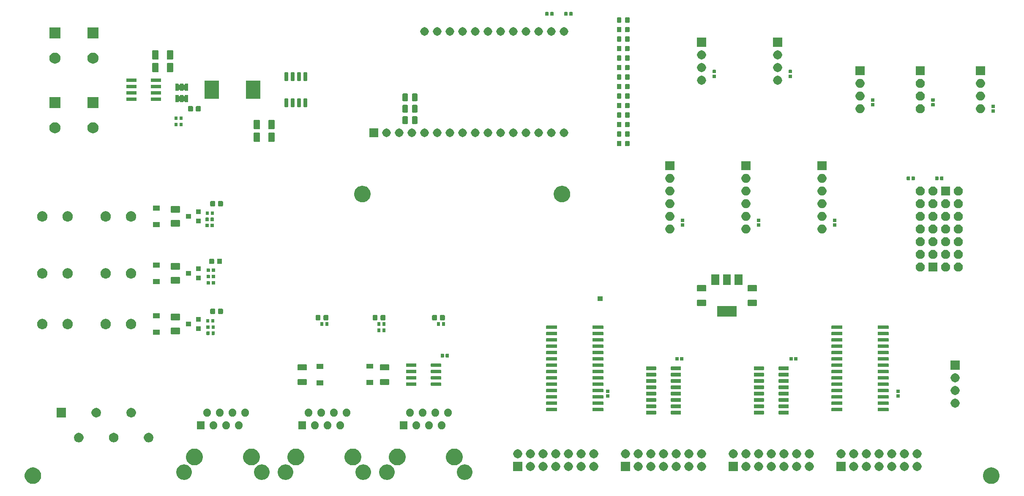
<source format=gbr>
G04 #@! TF.GenerationSoftware,KiCad,Pcbnew,(5.1.5)-3*
G04 #@! TF.CreationDate,2021-06-03T21:37:04-07:00*
G04 #@! TF.ProjectId,GrowController,47726f77-436f-46e7-9472-6f6c6c65722e,rev?*
G04 #@! TF.SameCoordinates,Original*
G04 #@! TF.FileFunction,Soldermask,Top*
G04 #@! TF.FilePolarity,Negative*
%FSLAX46Y46*%
G04 Gerber Fmt 4.6, Leading zero omitted, Abs format (unit mm)*
G04 Created by KiCad (PCBNEW (5.1.5)-3) date 2021-06-03 21:37:04*
%MOMM*%
%LPD*%
G04 APERTURE LIST*
%ADD10C,0.100000*%
G04 APERTURE END LIST*
D10*
G36*
X54375256Y-144391298D02*
G01*
X54481579Y-144412447D01*
X54782042Y-144536903D01*
X55052451Y-144717585D01*
X55282415Y-144947549D01*
X55463097Y-145217958D01*
X55587553Y-145518421D01*
X55651000Y-145837391D01*
X55651000Y-146162609D01*
X55587553Y-146481579D01*
X55463097Y-146782042D01*
X55282415Y-147052451D01*
X55052451Y-147282415D01*
X54782042Y-147463097D01*
X54481579Y-147587553D01*
X54375256Y-147608702D01*
X54162611Y-147651000D01*
X53837389Y-147651000D01*
X53624744Y-147608702D01*
X53518421Y-147587553D01*
X53217958Y-147463097D01*
X52947549Y-147282415D01*
X52717585Y-147052451D01*
X52536903Y-146782042D01*
X52412447Y-146481579D01*
X52349000Y-146162609D01*
X52349000Y-145837391D01*
X52412447Y-145518421D01*
X52536903Y-145217958D01*
X52717585Y-144947549D01*
X52947549Y-144717585D01*
X53217958Y-144536903D01*
X53518421Y-144412447D01*
X53624744Y-144391298D01*
X53837389Y-144349000D01*
X54162611Y-144349000D01*
X54375256Y-144391298D01*
G37*
G36*
X246375256Y-144391298D02*
G01*
X246481579Y-144412447D01*
X246782042Y-144536903D01*
X247052451Y-144717585D01*
X247282415Y-144947549D01*
X247463097Y-145217958D01*
X247587553Y-145518421D01*
X247651000Y-145837391D01*
X247651000Y-146162609D01*
X247587553Y-146481579D01*
X247463097Y-146782042D01*
X247282415Y-147052451D01*
X247052451Y-147282415D01*
X246782042Y-147463097D01*
X246481579Y-147587553D01*
X246375256Y-147608702D01*
X246162611Y-147651000D01*
X245837389Y-147651000D01*
X245624744Y-147608702D01*
X245518421Y-147587553D01*
X245217958Y-147463097D01*
X244947549Y-147282415D01*
X244717585Y-147052451D01*
X244536903Y-146782042D01*
X244412447Y-146481579D01*
X244349000Y-146162609D01*
X244349000Y-145837391D01*
X244412447Y-145518421D01*
X244536903Y-145217958D01*
X244717585Y-144947549D01*
X244947549Y-144717585D01*
X245217958Y-144536903D01*
X245518421Y-144412447D01*
X245624744Y-144391298D01*
X245837389Y-144349000D01*
X246162611Y-144349000D01*
X246375256Y-144391298D01*
G37*
G36*
X140787585Y-143768802D02*
G01*
X140937410Y-143798604D01*
X141219674Y-143915521D01*
X141473705Y-144085259D01*
X141689741Y-144301295D01*
X141859479Y-144555326D01*
X141976396Y-144837590D01*
X142036000Y-145137240D01*
X142036000Y-145442760D01*
X141976396Y-145742410D01*
X141859479Y-146024674D01*
X141689741Y-146278705D01*
X141473705Y-146494741D01*
X141219674Y-146664479D01*
X140937410Y-146781396D01*
X140787585Y-146811198D01*
X140637761Y-146841000D01*
X140332239Y-146841000D01*
X140182415Y-146811198D01*
X140032590Y-146781396D01*
X139750326Y-146664479D01*
X139496295Y-146494741D01*
X139280259Y-146278705D01*
X139110521Y-146024674D01*
X138993604Y-145742410D01*
X138934000Y-145442760D01*
X138934000Y-145137240D01*
X138993604Y-144837590D01*
X139110521Y-144555326D01*
X139280259Y-144301295D01*
X139496295Y-144085259D01*
X139750326Y-143915521D01*
X140032590Y-143798604D01*
X140182415Y-143768802D01*
X140332239Y-143739000D01*
X140637761Y-143739000D01*
X140787585Y-143768802D01*
G37*
G36*
X120467585Y-143768802D02*
G01*
X120617410Y-143798604D01*
X120899674Y-143915521D01*
X121153705Y-144085259D01*
X121369741Y-144301295D01*
X121539479Y-144555326D01*
X121656396Y-144837590D01*
X121716000Y-145137240D01*
X121716000Y-145442760D01*
X121656396Y-145742410D01*
X121539479Y-146024674D01*
X121369741Y-146278705D01*
X121153705Y-146494741D01*
X120899674Y-146664479D01*
X120617410Y-146781396D01*
X120467585Y-146811198D01*
X120317761Y-146841000D01*
X120012239Y-146841000D01*
X119862415Y-146811198D01*
X119712590Y-146781396D01*
X119430326Y-146664479D01*
X119176295Y-146494741D01*
X118960259Y-146278705D01*
X118790521Y-146024674D01*
X118673604Y-145742410D01*
X118614000Y-145442760D01*
X118614000Y-145137240D01*
X118673604Y-144837590D01*
X118790521Y-144555326D01*
X118960259Y-144301295D01*
X119176295Y-144085259D01*
X119430326Y-143915521D01*
X119712590Y-143798604D01*
X119862415Y-143768802D01*
X120012239Y-143739000D01*
X120317761Y-143739000D01*
X120467585Y-143768802D01*
G37*
G36*
X125247585Y-143768802D02*
G01*
X125397410Y-143798604D01*
X125679674Y-143915521D01*
X125933705Y-144085259D01*
X126149741Y-144301295D01*
X126319479Y-144555326D01*
X126436396Y-144837590D01*
X126496000Y-145137240D01*
X126496000Y-145442760D01*
X126436396Y-145742410D01*
X126319479Y-146024674D01*
X126149741Y-146278705D01*
X125933705Y-146494741D01*
X125679674Y-146664479D01*
X125397410Y-146781396D01*
X125247585Y-146811198D01*
X125097761Y-146841000D01*
X124792239Y-146841000D01*
X124642415Y-146811198D01*
X124492590Y-146781396D01*
X124210326Y-146664479D01*
X123956295Y-146494741D01*
X123740259Y-146278705D01*
X123570521Y-146024674D01*
X123453604Y-145742410D01*
X123394000Y-145442760D01*
X123394000Y-145137240D01*
X123453604Y-144837590D01*
X123570521Y-144555326D01*
X123740259Y-144301295D01*
X123956295Y-144085259D01*
X124210326Y-143915521D01*
X124492590Y-143798604D01*
X124642415Y-143768802D01*
X124792239Y-143739000D01*
X125097761Y-143739000D01*
X125247585Y-143768802D01*
G37*
G36*
X100147585Y-143768802D02*
G01*
X100297410Y-143798604D01*
X100579674Y-143915521D01*
X100833705Y-144085259D01*
X101049741Y-144301295D01*
X101219479Y-144555326D01*
X101336396Y-144837590D01*
X101396000Y-145137240D01*
X101396000Y-145442760D01*
X101336396Y-145742410D01*
X101219479Y-146024674D01*
X101049741Y-146278705D01*
X100833705Y-146494741D01*
X100579674Y-146664479D01*
X100297410Y-146781396D01*
X100147585Y-146811198D01*
X99997761Y-146841000D01*
X99692239Y-146841000D01*
X99542415Y-146811198D01*
X99392590Y-146781396D01*
X99110326Y-146664479D01*
X98856295Y-146494741D01*
X98640259Y-146278705D01*
X98470521Y-146024674D01*
X98353604Y-145742410D01*
X98294000Y-145442760D01*
X98294000Y-145137240D01*
X98353604Y-144837590D01*
X98470521Y-144555326D01*
X98640259Y-144301295D01*
X98856295Y-144085259D01*
X99110326Y-143915521D01*
X99392590Y-143798604D01*
X99542415Y-143768802D01*
X99692239Y-143739000D01*
X99997761Y-143739000D01*
X100147585Y-143768802D01*
G37*
G36*
X104927585Y-143768802D02*
G01*
X105077410Y-143798604D01*
X105359674Y-143915521D01*
X105613705Y-144085259D01*
X105829741Y-144301295D01*
X105999479Y-144555326D01*
X106116396Y-144837590D01*
X106176000Y-145137240D01*
X106176000Y-145442760D01*
X106116396Y-145742410D01*
X105999479Y-146024674D01*
X105829741Y-146278705D01*
X105613705Y-146494741D01*
X105359674Y-146664479D01*
X105077410Y-146781396D01*
X104927585Y-146811198D01*
X104777761Y-146841000D01*
X104472239Y-146841000D01*
X104322415Y-146811198D01*
X104172590Y-146781396D01*
X103890326Y-146664479D01*
X103636295Y-146494741D01*
X103420259Y-146278705D01*
X103250521Y-146024674D01*
X103133604Y-145742410D01*
X103074000Y-145442760D01*
X103074000Y-145137240D01*
X103133604Y-144837590D01*
X103250521Y-144555326D01*
X103420259Y-144301295D01*
X103636295Y-144085259D01*
X103890326Y-143915521D01*
X104172590Y-143798604D01*
X104322415Y-143768802D01*
X104472239Y-143739000D01*
X104777761Y-143739000D01*
X104927585Y-143768802D01*
G37*
G36*
X84607585Y-143768802D02*
G01*
X84757410Y-143798604D01*
X85039674Y-143915521D01*
X85293705Y-144085259D01*
X85509741Y-144301295D01*
X85679479Y-144555326D01*
X85796396Y-144837590D01*
X85856000Y-145137240D01*
X85856000Y-145442760D01*
X85796396Y-145742410D01*
X85679479Y-146024674D01*
X85509741Y-146278705D01*
X85293705Y-146494741D01*
X85039674Y-146664479D01*
X84757410Y-146781396D01*
X84607585Y-146811198D01*
X84457761Y-146841000D01*
X84152239Y-146841000D01*
X84002415Y-146811198D01*
X83852590Y-146781396D01*
X83570326Y-146664479D01*
X83316295Y-146494741D01*
X83100259Y-146278705D01*
X82930521Y-146024674D01*
X82813604Y-145742410D01*
X82754000Y-145442760D01*
X82754000Y-145137240D01*
X82813604Y-144837590D01*
X82930521Y-144555326D01*
X83100259Y-144301295D01*
X83316295Y-144085259D01*
X83570326Y-143915521D01*
X83852590Y-143798604D01*
X84002415Y-143768802D01*
X84152239Y-143739000D01*
X84457761Y-143739000D01*
X84607585Y-143768802D01*
G37*
G36*
X204583512Y-143248927D02*
G01*
X204732812Y-143278624D01*
X204896784Y-143346544D01*
X205044354Y-143445147D01*
X205169853Y-143570646D01*
X205268456Y-143718216D01*
X205336376Y-143882188D01*
X205371000Y-144056259D01*
X205371000Y-144233741D01*
X205336376Y-144407812D01*
X205268456Y-144571784D01*
X205169853Y-144719354D01*
X205044354Y-144844853D01*
X204896784Y-144943456D01*
X204732812Y-145011376D01*
X204583512Y-145041073D01*
X204558742Y-145046000D01*
X204381258Y-145046000D01*
X204356488Y-145041073D01*
X204207188Y-145011376D01*
X204043216Y-144943456D01*
X203895646Y-144844853D01*
X203770147Y-144719354D01*
X203671544Y-144571784D01*
X203603624Y-144407812D01*
X203569000Y-144233741D01*
X203569000Y-144056259D01*
X203603624Y-143882188D01*
X203671544Y-143718216D01*
X203770147Y-143570646D01*
X203895646Y-143445147D01*
X204043216Y-143346544D01*
X204207188Y-143278624D01*
X204356488Y-143248927D01*
X204381258Y-143244000D01*
X204558742Y-143244000D01*
X204583512Y-143248927D01*
G37*
G36*
X195211000Y-145046000D02*
G01*
X193409000Y-145046000D01*
X193409000Y-143244000D01*
X195211000Y-143244000D01*
X195211000Y-145046000D01*
G37*
G36*
X196963512Y-143248927D02*
G01*
X197112812Y-143278624D01*
X197276784Y-143346544D01*
X197424354Y-143445147D01*
X197549853Y-143570646D01*
X197648456Y-143718216D01*
X197716376Y-143882188D01*
X197751000Y-144056259D01*
X197751000Y-144233741D01*
X197716376Y-144407812D01*
X197648456Y-144571784D01*
X197549853Y-144719354D01*
X197424354Y-144844853D01*
X197276784Y-144943456D01*
X197112812Y-145011376D01*
X196963512Y-145041073D01*
X196938742Y-145046000D01*
X196761258Y-145046000D01*
X196736488Y-145041073D01*
X196587188Y-145011376D01*
X196423216Y-144943456D01*
X196275646Y-144844853D01*
X196150147Y-144719354D01*
X196051544Y-144571784D01*
X195983624Y-144407812D01*
X195949000Y-144233741D01*
X195949000Y-144056259D01*
X195983624Y-143882188D01*
X196051544Y-143718216D01*
X196150147Y-143570646D01*
X196275646Y-143445147D01*
X196423216Y-143346544D01*
X196587188Y-143278624D01*
X196736488Y-143248927D01*
X196761258Y-143244000D01*
X196938742Y-143244000D01*
X196963512Y-143248927D01*
G37*
G36*
X199503512Y-143248927D02*
G01*
X199652812Y-143278624D01*
X199816784Y-143346544D01*
X199964354Y-143445147D01*
X200089853Y-143570646D01*
X200188456Y-143718216D01*
X200256376Y-143882188D01*
X200291000Y-144056259D01*
X200291000Y-144233741D01*
X200256376Y-144407812D01*
X200188456Y-144571784D01*
X200089853Y-144719354D01*
X199964354Y-144844853D01*
X199816784Y-144943456D01*
X199652812Y-145011376D01*
X199503512Y-145041073D01*
X199478742Y-145046000D01*
X199301258Y-145046000D01*
X199276488Y-145041073D01*
X199127188Y-145011376D01*
X198963216Y-144943456D01*
X198815646Y-144844853D01*
X198690147Y-144719354D01*
X198591544Y-144571784D01*
X198523624Y-144407812D01*
X198489000Y-144233741D01*
X198489000Y-144056259D01*
X198523624Y-143882188D01*
X198591544Y-143718216D01*
X198690147Y-143570646D01*
X198815646Y-143445147D01*
X198963216Y-143346544D01*
X199127188Y-143278624D01*
X199276488Y-143248927D01*
X199301258Y-143244000D01*
X199478742Y-143244000D01*
X199503512Y-143248927D01*
G37*
G36*
X202043512Y-143248927D02*
G01*
X202192812Y-143278624D01*
X202356784Y-143346544D01*
X202504354Y-143445147D01*
X202629853Y-143570646D01*
X202728456Y-143718216D01*
X202796376Y-143882188D01*
X202831000Y-144056259D01*
X202831000Y-144233741D01*
X202796376Y-144407812D01*
X202728456Y-144571784D01*
X202629853Y-144719354D01*
X202504354Y-144844853D01*
X202356784Y-144943456D01*
X202192812Y-145011376D01*
X202043512Y-145041073D01*
X202018742Y-145046000D01*
X201841258Y-145046000D01*
X201816488Y-145041073D01*
X201667188Y-145011376D01*
X201503216Y-144943456D01*
X201355646Y-144844853D01*
X201230147Y-144719354D01*
X201131544Y-144571784D01*
X201063624Y-144407812D01*
X201029000Y-144233741D01*
X201029000Y-144056259D01*
X201063624Y-143882188D01*
X201131544Y-143718216D01*
X201230147Y-143570646D01*
X201355646Y-143445147D01*
X201503216Y-143346544D01*
X201667188Y-143278624D01*
X201816488Y-143248927D01*
X201841258Y-143244000D01*
X202018742Y-143244000D01*
X202043512Y-143248927D01*
G37*
G36*
X209663512Y-143248927D02*
G01*
X209812812Y-143278624D01*
X209976784Y-143346544D01*
X210124354Y-143445147D01*
X210249853Y-143570646D01*
X210348456Y-143718216D01*
X210416376Y-143882188D01*
X210451000Y-144056259D01*
X210451000Y-144233741D01*
X210416376Y-144407812D01*
X210348456Y-144571784D01*
X210249853Y-144719354D01*
X210124354Y-144844853D01*
X209976784Y-144943456D01*
X209812812Y-145011376D01*
X209663512Y-145041073D01*
X209638742Y-145046000D01*
X209461258Y-145046000D01*
X209436488Y-145041073D01*
X209287188Y-145011376D01*
X209123216Y-144943456D01*
X208975646Y-144844853D01*
X208850147Y-144719354D01*
X208751544Y-144571784D01*
X208683624Y-144407812D01*
X208649000Y-144233741D01*
X208649000Y-144056259D01*
X208683624Y-143882188D01*
X208751544Y-143718216D01*
X208850147Y-143570646D01*
X208975646Y-143445147D01*
X209123216Y-143346544D01*
X209287188Y-143278624D01*
X209436488Y-143248927D01*
X209461258Y-143244000D01*
X209638742Y-143244000D01*
X209663512Y-143248927D01*
G37*
G36*
X188073512Y-143248927D02*
G01*
X188222812Y-143278624D01*
X188386784Y-143346544D01*
X188534354Y-143445147D01*
X188659853Y-143570646D01*
X188758456Y-143718216D01*
X188826376Y-143882188D01*
X188861000Y-144056259D01*
X188861000Y-144233741D01*
X188826376Y-144407812D01*
X188758456Y-144571784D01*
X188659853Y-144719354D01*
X188534354Y-144844853D01*
X188386784Y-144943456D01*
X188222812Y-145011376D01*
X188073512Y-145041073D01*
X188048742Y-145046000D01*
X187871258Y-145046000D01*
X187846488Y-145041073D01*
X187697188Y-145011376D01*
X187533216Y-144943456D01*
X187385646Y-144844853D01*
X187260147Y-144719354D01*
X187161544Y-144571784D01*
X187093624Y-144407812D01*
X187059000Y-144233741D01*
X187059000Y-144056259D01*
X187093624Y-143882188D01*
X187161544Y-143718216D01*
X187260147Y-143570646D01*
X187385646Y-143445147D01*
X187533216Y-143346544D01*
X187697188Y-143278624D01*
X187846488Y-143248927D01*
X187871258Y-143244000D01*
X188048742Y-143244000D01*
X188073512Y-143248927D01*
G37*
G36*
X185533512Y-143248927D02*
G01*
X185682812Y-143278624D01*
X185846784Y-143346544D01*
X185994354Y-143445147D01*
X186119853Y-143570646D01*
X186218456Y-143718216D01*
X186286376Y-143882188D01*
X186321000Y-144056259D01*
X186321000Y-144233741D01*
X186286376Y-144407812D01*
X186218456Y-144571784D01*
X186119853Y-144719354D01*
X185994354Y-144844853D01*
X185846784Y-144943456D01*
X185682812Y-145011376D01*
X185533512Y-145041073D01*
X185508742Y-145046000D01*
X185331258Y-145046000D01*
X185306488Y-145041073D01*
X185157188Y-145011376D01*
X184993216Y-144943456D01*
X184845646Y-144844853D01*
X184720147Y-144719354D01*
X184621544Y-144571784D01*
X184553624Y-144407812D01*
X184519000Y-144233741D01*
X184519000Y-144056259D01*
X184553624Y-143882188D01*
X184621544Y-143718216D01*
X184720147Y-143570646D01*
X184845646Y-143445147D01*
X184993216Y-143346544D01*
X185157188Y-143278624D01*
X185306488Y-143248927D01*
X185331258Y-143244000D01*
X185508742Y-143244000D01*
X185533512Y-143248927D01*
G37*
G36*
X182993512Y-143248927D02*
G01*
X183142812Y-143278624D01*
X183306784Y-143346544D01*
X183454354Y-143445147D01*
X183579853Y-143570646D01*
X183678456Y-143718216D01*
X183746376Y-143882188D01*
X183781000Y-144056259D01*
X183781000Y-144233741D01*
X183746376Y-144407812D01*
X183678456Y-144571784D01*
X183579853Y-144719354D01*
X183454354Y-144844853D01*
X183306784Y-144943456D01*
X183142812Y-145011376D01*
X182993512Y-145041073D01*
X182968742Y-145046000D01*
X182791258Y-145046000D01*
X182766488Y-145041073D01*
X182617188Y-145011376D01*
X182453216Y-144943456D01*
X182305646Y-144844853D01*
X182180147Y-144719354D01*
X182081544Y-144571784D01*
X182013624Y-144407812D01*
X181979000Y-144233741D01*
X181979000Y-144056259D01*
X182013624Y-143882188D01*
X182081544Y-143718216D01*
X182180147Y-143570646D01*
X182305646Y-143445147D01*
X182453216Y-143346544D01*
X182617188Y-143278624D01*
X182766488Y-143248927D01*
X182791258Y-143244000D01*
X182968742Y-143244000D01*
X182993512Y-143248927D01*
G37*
G36*
X180453512Y-143248927D02*
G01*
X180602812Y-143278624D01*
X180766784Y-143346544D01*
X180914354Y-143445147D01*
X181039853Y-143570646D01*
X181138456Y-143718216D01*
X181206376Y-143882188D01*
X181241000Y-144056259D01*
X181241000Y-144233741D01*
X181206376Y-144407812D01*
X181138456Y-144571784D01*
X181039853Y-144719354D01*
X180914354Y-144844853D01*
X180766784Y-144943456D01*
X180602812Y-145011376D01*
X180453512Y-145041073D01*
X180428742Y-145046000D01*
X180251258Y-145046000D01*
X180226488Y-145041073D01*
X180077188Y-145011376D01*
X179913216Y-144943456D01*
X179765646Y-144844853D01*
X179640147Y-144719354D01*
X179541544Y-144571784D01*
X179473624Y-144407812D01*
X179439000Y-144233741D01*
X179439000Y-144056259D01*
X179473624Y-143882188D01*
X179541544Y-143718216D01*
X179640147Y-143570646D01*
X179765646Y-143445147D01*
X179913216Y-143346544D01*
X180077188Y-143278624D01*
X180226488Y-143248927D01*
X180251258Y-143244000D01*
X180428742Y-143244000D01*
X180453512Y-143248927D01*
G37*
G36*
X177913512Y-143248927D02*
G01*
X178062812Y-143278624D01*
X178226784Y-143346544D01*
X178374354Y-143445147D01*
X178499853Y-143570646D01*
X178598456Y-143718216D01*
X178666376Y-143882188D01*
X178701000Y-144056259D01*
X178701000Y-144233741D01*
X178666376Y-144407812D01*
X178598456Y-144571784D01*
X178499853Y-144719354D01*
X178374354Y-144844853D01*
X178226784Y-144943456D01*
X178062812Y-145011376D01*
X177913512Y-145041073D01*
X177888742Y-145046000D01*
X177711258Y-145046000D01*
X177686488Y-145041073D01*
X177537188Y-145011376D01*
X177373216Y-144943456D01*
X177225646Y-144844853D01*
X177100147Y-144719354D01*
X177001544Y-144571784D01*
X176933624Y-144407812D01*
X176899000Y-144233741D01*
X176899000Y-144056259D01*
X176933624Y-143882188D01*
X177001544Y-143718216D01*
X177100147Y-143570646D01*
X177225646Y-143445147D01*
X177373216Y-143346544D01*
X177537188Y-143278624D01*
X177686488Y-143248927D01*
X177711258Y-143244000D01*
X177888742Y-143244000D01*
X177913512Y-143248927D01*
G37*
G36*
X175373512Y-143248927D02*
G01*
X175522812Y-143278624D01*
X175686784Y-143346544D01*
X175834354Y-143445147D01*
X175959853Y-143570646D01*
X176058456Y-143718216D01*
X176126376Y-143882188D01*
X176161000Y-144056259D01*
X176161000Y-144233741D01*
X176126376Y-144407812D01*
X176058456Y-144571784D01*
X175959853Y-144719354D01*
X175834354Y-144844853D01*
X175686784Y-144943456D01*
X175522812Y-145011376D01*
X175373512Y-145041073D01*
X175348742Y-145046000D01*
X175171258Y-145046000D01*
X175146488Y-145041073D01*
X174997188Y-145011376D01*
X174833216Y-144943456D01*
X174685646Y-144844853D01*
X174560147Y-144719354D01*
X174461544Y-144571784D01*
X174393624Y-144407812D01*
X174359000Y-144233741D01*
X174359000Y-144056259D01*
X174393624Y-143882188D01*
X174461544Y-143718216D01*
X174560147Y-143570646D01*
X174685646Y-143445147D01*
X174833216Y-143346544D01*
X174997188Y-143278624D01*
X175146488Y-143248927D01*
X175171258Y-143244000D01*
X175348742Y-143244000D01*
X175373512Y-143248927D01*
G37*
G36*
X173621000Y-145046000D02*
G01*
X171819000Y-145046000D01*
X171819000Y-143244000D01*
X173621000Y-143244000D01*
X173621000Y-145046000D01*
G37*
G36*
X207123512Y-143248927D02*
G01*
X207272812Y-143278624D01*
X207436784Y-143346544D01*
X207584354Y-143445147D01*
X207709853Y-143570646D01*
X207808456Y-143718216D01*
X207876376Y-143882188D01*
X207911000Y-144056259D01*
X207911000Y-144233741D01*
X207876376Y-144407812D01*
X207808456Y-144571784D01*
X207709853Y-144719354D01*
X207584354Y-144844853D01*
X207436784Y-144943456D01*
X207272812Y-145011376D01*
X207123512Y-145041073D01*
X207098742Y-145046000D01*
X206921258Y-145046000D01*
X206896488Y-145041073D01*
X206747188Y-145011376D01*
X206583216Y-144943456D01*
X206435646Y-144844853D01*
X206310147Y-144719354D01*
X206211544Y-144571784D01*
X206143624Y-144407812D01*
X206109000Y-144233741D01*
X206109000Y-144056259D01*
X206143624Y-143882188D01*
X206211544Y-143718216D01*
X206310147Y-143570646D01*
X206435646Y-143445147D01*
X206583216Y-143346544D01*
X206747188Y-143278624D01*
X206896488Y-143248927D01*
X206921258Y-143244000D01*
X207098742Y-143244000D01*
X207123512Y-143248927D01*
G37*
G36*
X153783512Y-143248927D02*
G01*
X153932812Y-143278624D01*
X154096784Y-143346544D01*
X154244354Y-143445147D01*
X154369853Y-143570646D01*
X154468456Y-143718216D01*
X154536376Y-143882188D01*
X154571000Y-144056259D01*
X154571000Y-144233741D01*
X154536376Y-144407812D01*
X154468456Y-144571784D01*
X154369853Y-144719354D01*
X154244354Y-144844853D01*
X154096784Y-144943456D01*
X153932812Y-145011376D01*
X153783512Y-145041073D01*
X153758742Y-145046000D01*
X153581258Y-145046000D01*
X153556488Y-145041073D01*
X153407188Y-145011376D01*
X153243216Y-144943456D01*
X153095646Y-144844853D01*
X152970147Y-144719354D01*
X152871544Y-144571784D01*
X152803624Y-144407812D01*
X152769000Y-144233741D01*
X152769000Y-144056259D01*
X152803624Y-143882188D01*
X152871544Y-143718216D01*
X152970147Y-143570646D01*
X153095646Y-143445147D01*
X153243216Y-143346544D01*
X153407188Y-143278624D01*
X153556488Y-143248927D01*
X153581258Y-143244000D01*
X153758742Y-143244000D01*
X153783512Y-143248927D01*
G37*
G36*
X226173512Y-143248927D02*
G01*
X226322812Y-143278624D01*
X226486784Y-143346544D01*
X226634354Y-143445147D01*
X226759853Y-143570646D01*
X226858456Y-143718216D01*
X226926376Y-143882188D01*
X226961000Y-144056259D01*
X226961000Y-144233741D01*
X226926376Y-144407812D01*
X226858456Y-144571784D01*
X226759853Y-144719354D01*
X226634354Y-144844853D01*
X226486784Y-144943456D01*
X226322812Y-145011376D01*
X226173512Y-145041073D01*
X226148742Y-145046000D01*
X225971258Y-145046000D01*
X225946488Y-145041073D01*
X225797188Y-145011376D01*
X225633216Y-144943456D01*
X225485646Y-144844853D01*
X225360147Y-144719354D01*
X225261544Y-144571784D01*
X225193624Y-144407812D01*
X225159000Y-144233741D01*
X225159000Y-144056259D01*
X225193624Y-143882188D01*
X225261544Y-143718216D01*
X225360147Y-143570646D01*
X225485646Y-143445147D01*
X225633216Y-143346544D01*
X225797188Y-143278624D01*
X225946488Y-143248927D01*
X225971258Y-143244000D01*
X226148742Y-143244000D01*
X226173512Y-143248927D01*
G37*
G36*
X221093512Y-143248927D02*
G01*
X221242812Y-143278624D01*
X221406784Y-143346544D01*
X221554354Y-143445147D01*
X221679853Y-143570646D01*
X221778456Y-143718216D01*
X221846376Y-143882188D01*
X221881000Y-144056259D01*
X221881000Y-144233741D01*
X221846376Y-144407812D01*
X221778456Y-144571784D01*
X221679853Y-144719354D01*
X221554354Y-144844853D01*
X221406784Y-144943456D01*
X221242812Y-145011376D01*
X221093512Y-145041073D01*
X221068742Y-145046000D01*
X220891258Y-145046000D01*
X220866488Y-145041073D01*
X220717188Y-145011376D01*
X220553216Y-144943456D01*
X220405646Y-144844853D01*
X220280147Y-144719354D01*
X220181544Y-144571784D01*
X220113624Y-144407812D01*
X220079000Y-144233741D01*
X220079000Y-144056259D01*
X220113624Y-143882188D01*
X220181544Y-143718216D01*
X220280147Y-143570646D01*
X220405646Y-143445147D01*
X220553216Y-143346544D01*
X220717188Y-143278624D01*
X220866488Y-143248927D01*
X220891258Y-143244000D01*
X221068742Y-143244000D01*
X221093512Y-143248927D01*
G37*
G36*
X218553512Y-143248927D02*
G01*
X218702812Y-143278624D01*
X218866784Y-143346544D01*
X219014354Y-143445147D01*
X219139853Y-143570646D01*
X219238456Y-143718216D01*
X219306376Y-143882188D01*
X219341000Y-144056259D01*
X219341000Y-144233741D01*
X219306376Y-144407812D01*
X219238456Y-144571784D01*
X219139853Y-144719354D01*
X219014354Y-144844853D01*
X218866784Y-144943456D01*
X218702812Y-145011376D01*
X218553512Y-145041073D01*
X218528742Y-145046000D01*
X218351258Y-145046000D01*
X218326488Y-145041073D01*
X218177188Y-145011376D01*
X218013216Y-144943456D01*
X217865646Y-144844853D01*
X217740147Y-144719354D01*
X217641544Y-144571784D01*
X217573624Y-144407812D01*
X217539000Y-144233741D01*
X217539000Y-144056259D01*
X217573624Y-143882188D01*
X217641544Y-143718216D01*
X217740147Y-143570646D01*
X217865646Y-143445147D01*
X218013216Y-143346544D01*
X218177188Y-143278624D01*
X218326488Y-143248927D01*
X218351258Y-143244000D01*
X218528742Y-143244000D01*
X218553512Y-143248927D01*
G37*
G36*
X216801000Y-145046000D02*
G01*
X214999000Y-145046000D01*
X214999000Y-143244000D01*
X216801000Y-143244000D01*
X216801000Y-145046000D01*
G37*
G36*
X152031000Y-145046000D02*
G01*
X150229000Y-145046000D01*
X150229000Y-143244000D01*
X152031000Y-143244000D01*
X152031000Y-145046000D01*
G37*
G36*
X223633512Y-143248927D02*
G01*
X223782812Y-143278624D01*
X223946784Y-143346544D01*
X224094354Y-143445147D01*
X224219853Y-143570646D01*
X224318456Y-143718216D01*
X224386376Y-143882188D01*
X224421000Y-144056259D01*
X224421000Y-144233741D01*
X224386376Y-144407812D01*
X224318456Y-144571784D01*
X224219853Y-144719354D01*
X224094354Y-144844853D01*
X223946784Y-144943456D01*
X223782812Y-145011376D01*
X223633512Y-145041073D01*
X223608742Y-145046000D01*
X223431258Y-145046000D01*
X223406488Y-145041073D01*
X223257188Y-145011376D01*
X223093216Y-144943456D01*
X222945646Y-144844853D01*
X222820147Y-144719354D01*
X222721544Y-144571784D01*
X222653624Y-144407812D01*
X222619000Y-144233741D01*
X222619000Y-144056259D01*
X222653624Y-143882188D01*
X222721544Y-143718216D01*
X222820147Y-143570646D01*
X222945646Y-143445147D01*
X223093216Y-143346544D01*
X223257188Y-143278624D01*
X223406488Y-143248927D01*
X223431258Y-143244000D01*
X223608742Y-143244000D01*
X223633512Y-143248927D01*
G37*
G36*
X156323512Y-143248927D02*
G01*
X156472812Y-143278624D01*
X156636784Y-143346544D01*
X156784354Y-143445147D01*
X156909853Y-143570646D01*
X157008456Y-143718216D01*
X157076376Y-143882188D01*
X157111000Y-144056259D01*
X157111000Y-144233741D01*
X157076376Y-144407812D01*
X157008456Y-144571784D01*
X156909853Y-144719354D01*
X156784354Y-144844853D01*
X156636784Y-144943456D01*
X156472812Y-145011376D01*
X156323512Y-145041073D01*
X156298742Y-145046000D01*
X156121258Y-145046000D01*
X156096488Y-145041073D01*
X155947188Y-145011376D01*
X155783216Y-144943456D01*
X155635646Y-144844853D01*
X155510147Y-144719354D01*
X155411544Y-144571784D01*
X155343624Y-144407812D01*
X155309000Y-144233741D01*
X155309000Y-144056259D01*
X155343624Y-143882188D01*
X155411544Y-143718216D01*
X155510147Y-143570646D01*
X155635646Y-143445147D01*
X155783216Y-143346544D01*
X155947188Y-143278624D01*
X156096488Y-143248927D01*
X156121258Y-143244000D01*
X156298742Y-143244000D01*
X156323512Y-143248927D01*
G37*
G36*
X158863512Y-143248927D02*
G01*
X159012812Y-143278624D01*
X159176784Y-143346544D01*
X159324354Y-143445147D01*
X159449853Y-143570646D01*
X159548456Y-143718216D01*
X159616376Y-143882188D01*
X159651000Y-144056259D01*
X159651000Y-144233741D01*
X159616376Y-144407812D01*
X159548456Y-144571784D01*
X159449853Y-144719354D01*
X159324354Y-144844853D01*
X159176784Y-144943456D01*
X159012812Y-145011376D01*
X158863512Y-145041073D01*
X158838742Y-145046000D01*
X158661258Y-145046000D01*
X158636488Y-145041073D01*
X158487188Y-145011376D01*
X158323216Y-144943456D01*
X158175646Y-144844853D01*
X158050147Y-144719354D01*
X157951544Y-144571784D01*
X157883624Y-144407812D01*
X157849000Y-144233741D01*
X157849000Y-144056259D01*
X157883624Y-143882188D01*
X157951544Y-143718216D01*
X158050147Y-143570646D01*
X158175646Y-143445147D01*
X158323216Y-143346544D01*
X158487188Y-143278624D01*
X158636488Y-143248927D01*
X158661258Y-143244000D01*
X158838742Y-143244000D01*
X158863512Y-143248927D01*
G37*
G36*
X161403512Y-143248927D02*
G01*
X161552812Y-143278624D01*
X161716784Y-143346544D01*
X161864354Y-143445147D01*
X161989853Y-143570646D01*
X162088456Y-143718216D01*
X162156376Y-143882188D01*
X162191000Y-144056259D01*
X162191000Y-144233741D01*
X162156376Y-144407812D01*
X162088456Y-144571784D01*
X161989853Y-144719354D01*
X161864354Y-144844853D01*
X161716784Y-144943456D01*
X161552812Y-145011376D01*
X161403512Y-145041073D01*
X161378742Y-145046000D01*
X161201258Y-145046000D01*
X161176488Y-145041073D01*
X161027188Y-145011376D01*
X160863216Y-144943456D01*
X160715646Y-144844853D01*
X160590147Y-144719354D01*
X160491544Y-144571784D01*
X160423624Y-144407812D01*
X160389000Y-144233741D01*
X160389000Y-144056259D01*
X160423624Y-143882188D01*
X160491544Y-143718216D01*
X160590147Y-143570646D01*
X160715646Y-143445147D01*
X160863216Y-143346544D01*
X161027188Y-143278624D01*
X161176488Y-143248927D01*
X161201258Y-143244000D01*
X161378742Y-143244000D01*
X161403512Y-143248927D01*
G37*
G36*
X163943512Y-143248927D02*
G01*
X164092812Y-143278624D01*
X164256784Y-143346544D01*
X164404354Y-143445147D01*
X164529853Y-143570646D01*
X164628456Y-143718216D01*
X164696376Y-143882188D01*
X164731000Y-144056259D01*
X164731000Y-144233741D01*
X164696376Y-144407812D01*
X164628456Y-144571784D01*
X164529853Y-144719354D01*
X164404354Y-144844853D01*
X164256784Y-144943456D01*
X164092812Y-145011376D01*
X163943512Y-145041073D01*
X163918742Y-145046000D01*
X163741258Y-145046000D01*
X163716488Y-145041073D01*
X163567188Y-145011376D01*
X163403216Y-144943456D01*
X163255646Y-144844853D01*
X163130147Y-144719354D01*
X163031544Y-144571784D01*
X162963624Y-144407812D01*
X162929000Y-144233741D01*
X162929000Y-144056259D01*
X162963624Y-143882188D01*
X163031544Y-143718216D01*
X163130147Y-143570646D01*
X163255646Y-143445147D01*
X163403216Y-143346544D01*
X163567188Y-143278624D01*
X163716488Y-143248927D01*
X163741258Y-143244000D01*
X163918742Y-143244000D01*
X163943512Y-143248927D01*
G37*
G36*
X166483512Y-143248927D02*
G01*
X166632812Y-143278624D01*
X166796784Y-143346544D01*
X166944354Y-143445147D01*
X167069853Y-143570646D01*
X167168456Y-143718216D01*
X167236376Y-143882188D01*
X167271000Y-144056259D01*
X167271000Y-144233741D01*
X167236376Y-144407812D01*
X167168456Y-144571784D01*
X167069853Y-144719354D01*
X166944354Y-144844853D01*
X166796784Y-144943456D01*
X166632812Y-145011376D01*
X166483512Y-145041073D01*
X166458742Y-145046000D01*
X166281258Y-145046000D01*
X166256488Y-145041073D01*
X166107188Y-145011376D01*
X165943216Y-144943456D01*
X165795646Y-144844853D01*
X165670147Y-144719354D01*
X165571544Y-144571784D01*
X165503624Y-144407812D01*
X165469000Y-144233741D01*
X165469000Y-144056259D01*
X165503624Y-143882188D01*
X165571544Y-143718216D01*
X165670147Y-143570646D01*
X165795646Y-143445147D01*
X165943216Y-143346544D01*
X166107188Y-143278624D01*
X166256488Y-143248927D01*
X166281258Y-143244000D01*
X166458742Y-143244000D01*
X166483512Y-143248927D01*
G37*
G36*
X231253512Y-143248927D02*
G01*
X231402812Y-143278624D01*
X231566784Y-143346544D01*
X231714354Y-143445147D01*
X231839853Y-143570646D01*
X231938456Y-143718216D01*
X232006376Y-143882188D01*
X232041000Y-144056259D01*
X232041000Y-144233741D01*
X232006376Y-144407812D01*
X231938456Y-144571784D01*
X231839853Y-144719354D01*
X231714354Y-144844853D01*
X231566784Y-144943456D01*
X231402812Y-145011376D01*
X231253512Y-145041073D01*
X231228742Y-145046000D01*
X231051258Y-145046000D01*
X231026488Y-145041073D01*
X230877188Y-145011376D01*
X230713216Y-144943456D01*
X230565646Y-144844853D01*
X230440147Y-144719354D01*
X230341544Y-144571784D01*
X230273624Y-144407812D01*
X230239000Y-144233741D01*
X230239000Y-144056259D01*
X230273624Y-143882188D01*
X230341544Y-143718216D01*
X230440147Y-143570646D01*
X230565646Y-143445147D01*
X230713216Y-143346544D01*
X230877188Y-143278624D01*
X231026488Y-143248927D01*
X231051258Y-143244000D01*
X231228742Y-143244000D01*
X231253512Y-143248927D01*
G37*
G36*
X228713512Y-143248927D02*
G01*
X228862812Y-143278624D01*
X229026784Y-143346544D01*
X229174354Y-143445147D01*
X229299853Y-143570646D01*
X229398456Y-143718216D01*
X229466376Y-143882188D01*
X229501000Y-144056259D01*
X229501000Y-144233741D01*
X229466376Y-144407812D01*
X229398456Y-144571784D01*
X229299853Y-144719354D01*
X229174354Y-144844853D01*
X229026784Y-144943456D01*
X228862812Y-145011376D01*
X228713512Y-145041073D01*
X228688742Y-145046000D01*
X228511258Y-145046000D01*
X228486488Y-145041073D01*
X228337188Y-145011376D01*
X228173216Y-144943456D01*
X228025646Y-144844853D01*
X227900147Y-144719354D01*
X227801544Y-144571784D01*
X227733624Y-144407812D01*
X227699000Y-144233741D01*
X227699000Y-144056259D01*
X227733624Y-143882188D01*
X227801544Y-143718216D01*
X227900147Y-143570646D01*
X228025646Y-143445147D01*
X228173216Y-143346544D01*
X228337188Y-143278624D01*
X228486488Y-143248927D01*
X228511258Y-143244000D01*
X228688742Y-143244000D01*
X228713512Y-143248927D01*
G37*
G36*
X138918871Y-140628408D02*
G01*
X139223883Y-140754748D01*
X139498387Y-140938166D01*
X139731834Y-141171613D01*
X139915252Y-141446117D01*
X140041592Y-141751129D01*
X140041592Y-141751130D01*
X140106000Y-142074927D01*
X140106000Y-142405073D01*
X140092811Y-142471376D01*
X140041592Y-142728871D01*
X139915252Y-143033883D01*
X139731834Y-143308387D01*
X139498387Y-143541834D01*
X139223883Y-143725252D01*
X138918871Y-143851592D01*
X138765055Y-143882188D01*
X138595073Y-143916000D01*
X138264927Y-143916000D01*
X138094945Y-143882188D01*
X137941129Y-143851592D01*
X137636117Y-143725252D01*
X137361613Y-143541834D01*
X137128166Y-143308387D01*
X136944748Y-143033883D01*
X136818408Y-142728871D01*
X136767189Y-142471376D01*
X136754000Y-142405073D01*
X136754000Y-142074927D01*
X136818408Y-141751130D01*
X136818408Y-141751129D01*
X136944748Y-141446117D01*
X137128166Y-141171613D01*
X137361613Y-140938166D01*
X137636117Y-140754748D01*
X137941129Y-140628408D01*
X138264927Y-140564000D01*
X138595073Y-140564000D01*
X138918871Y-140628408D01*
G37*
G36*
X98278871Y-140628408D02*
G01*
X98583883Y-140754748D01*
X98858387Y-140938166D01*
X99091834Y-141171613D01*
X99275252Y-141446117D01*
X99401592Y-141751129D01*
X99401592Y-141751130D01*
X99466000Y-142074927D01*
X99466000Y-142405073D01*
X99452811Y-142471376D01*
X99401592Y-142728871D01*
X99275252Y-143033883D01*
X99091834Y-143308387D01*
X98858387Y-143541834D01*
X98583883Y-143725252D01*
X98278871Y-143851592D01*
X98125055Y-143882188D01*
X97955073Y-143916000D01*
X97624927Y-143916000D01*
X97454945Y-143882188D01*
X97301129Y-143851592D01*
X96996117Y-143725252D01*
X96721613Y-143541834D01*
X96488166Y-143308387D01*
X96304748Y-143033883D01*
X96178408Y-142728871D01*
X96127189Y-142471376D01*
X96114000Y-142405073D01*
X96114000Y-142074927D01*
X96178408Y-141751130D01*
X96178408Y-141751129D01*
X96304748Y-141446117D01*
X96488166Y-141171613D01*
X96721613Y-140938166D01*
X96996117Y-140754748D01*
X97301129Y-140628408D01*
X97624927Y-140564000D01*
X97955073Y-140564000D01*
X98278871Y-140628408D01*
G37*
G36*
X107168871Y-140628408D02*
G01*
X107473883Y-140754748D01*
X107748387Y-140938166D01*
X107981834Y-141171613D01*
X108165252Y-141446117D01*
X108291592Y-141751129D01*
X108291592Y-141751130D01*
X108356000Y-142074927D01*
X108356000Y-142405073D01*
X108342811Y-142471376D01*
X108291592Y-142728871D01*
X108165252Y-143033883D01*
X107981834Y-143308387D01*
X107748387Y-143541834D01*
X107473883Y-143725252D01*
X107168871Y-143851592D01*
X107015055Y-143882188D01*
X106845073Y-143916000D01*
X106514927Y-143916000D01*
X106344945Y-143882188D01*
X106191129Y-143851592D01*
X105886117Y-143725252D01*
X105611613Y-143541834D01*
X105378166Y-143308387D01*
X105194748Y-143033883D01*
X105068408Y-142728871D01*
X105017189Y-142471376D01*
X105004000Y-142405073D01*
X105004000Y-142074927D01*
X105068408Y-141751130D01*
X105068408Y-141751129D01*
X105194748Y-141446117D01*
X105378166Y-141171613D01*
X105611613Y-140938166D01*
X105886117Y-140754748D01*
X106191129Y-140628408D01*
X106514927Y-140564000D01*
X106845073Y-140564000D01*
X107168871Y-140628408D01*
G37*
G36*
X127488871Y-140628408D02*
G01*
X127793883Y-140754748D01*
X128068387Y-140938166D01*
X128301834Y-141171613D01*
X128485252Y-141446117D01*
X128611592Y-141751129D01*
X128611592Y-141751130D01*
X128676000Y-142074927D01*
X128676000Y-142405073D01*
X128662811Y-142471376D01*
X128611592Y-142728871D01*
X128485252Y-143033883D01*
X128301834Y-143308387D01*
X128068387Y-143541834D01*
X127793883Y-143725252D01*
X127488871Y-143851592D01*
X127335055Y-143882188D01*
X127165073Y-143916000D01*
X126834927Y-143916000D01*
X126664945Y-143882188D01*
X126511129Y-143851592D01*
X126206117Y-143725252D01*
X125931613Y-143541834D01*
X125698166Y-143308387D01*
X125514748Y-143033883D01*
X125388408Y-142728871D01*
X125337189Y-142471376D01*
X125324000Y-142405073D01*
X125324000Y-142074927D01*
X125388408Y-141751130D01*
X125388408Y-141751129D01*
X125514748Y-141446117D01*
X125698166Y-141171613D01*
X125931613Y-140938166D01*
X126206117Y-140754748D01*
X126511129Y-140628408D01*
X126834927Y-140564000D01*
X127165073Y-140564000D01*
X127488871Y-140628408D01*
G37*
G36*
X86848871Y-140628408D02*
G01*
X87153883Y-140754748D01*
X87428387Y-140938166D01*
X87661834Y-141171613D01*
X87845252Y-141446117D01*
X87971592Y-141751129D01*
X87971592Y-141751130D01*
X88036000Y-142074927D01*
X88036000Y-142405073D01*
X88022811Y-142471376D01*
X87971592Y-142728871D01*
X87845252Y-143033883D01*
X87661834Y-143308387D01*
X87428387Y-143541834D01*
X87153883Y-143725252D01*
X86848871Y-143851592D01*
X86695055Y-143882188D01*
X86525073Y-143916000D01*
X86194927Y-143916000D01*
X86024945Y-143882188D01*
X85871129Y-143851592D01*
X85566117Y-143725252D01*
X85291613Y-143541834D01*
X85058166Y-143308387D01*
X84874748Y-143033883D01*
X84748408Y-142728871D01*
X84697189Y-142471376D01*
X84684000Y-142405073D01*
X84684000Y-142074927D01*
X84748408Y-141751130D01*
X84748408Y-141751129D01*
X84874748Y-141446117D01*
X85058166Y-141171613D01*
X85291613Y-140938166D01*
X85566117Y-140754748D01*
X85871129Y-140628408D01*
X86194927Y-140564000D01*
X86525073Y-140564000D01*
X86848871Y-140628408D01*
G37*
G36*
X118598871Y-140628408D02*
G01*
X118903883Y-140754748D01*
X119178387Y-140938166D01*
X119411834Y-141171613D01*
X119595252Y-141446117D01*
X119721592Y-141751129D01*
X119721592Y-141751130D01*
X119786000Y-142074927D01*
X119786000Y-142405073D01*
X119772811Y-142471376D01*
X119721592Y-142728871D01*
X119595252Y-143033883D01*
X119411834Y-143308387D01*
X119178387Y-143541834D01*
X118903883Y-143725252D01*
X118598871Y-143851592D01*
X118445055Y-143882188D01*
X118275073Y-143916000D01*
X117944927Y-143916000D01*
X117774945Y-143882188D01*
X117621129Y-143851592D01*
X117316117Y-143725252D01*
X117041613Y-143541834D01*
X116808166Y-143308387D01*
X116624748Y-143033883D01*
X116498408Y-142728871D01*
X116447189Y-142471376D01*
X116434000Y-142405073D01*
X116434000Y-142074927D01*
X116498408Y-141751130D01*
X116498408Y-141751129D01*
X116624748Y-141446117D01*
X116808166Y-141171613D01*
X117041613Y-140938166D01*
X117316117Y-140754748D01*
X117621129Y-140628408D01*
X117944927Y-140564000D01*
X118275073Y-140564000D01*
X118598871Y-140628408D01*
G37*
G36*
X172833512Y-140708927D02*
G01*
X172982812Y-140738624D01*
X173146784Y-140806544D01*
X173294354Y-140905147D01*
X173419853Y-141030646D01*
X173518456Y-141178216D01*
X173586376Y-141342188D01*
X173621000Y-141516259D01*
X173621000Y-141693741D01*
X173586376Y-141867812D01*
X173518456Y-142031784D01*
X173419853Y-142179354D01*
X173294354Y-142304853D01*
X173146784Y-142403456D01*
X172982812Y-142471376D01*
X172833512Y-142501073D01*
X172808742Y-142506000D01*
X172631258Y-142506000D01*
X172606488Y-142501073D01*
X172457188Y-142471376D01*
X172293216Y-142403456D01*
X172145646Y-142304853D01*
X172020147Y-142179354D01*
X171921544Y-142031784D01*
X171853624Y-141867812D01*
X171819000Y-141693741D01*
X171819000Y-141516259D01*
X171853624Y-141342188D01*
X171921544Y-141178216D01*
X172020147Y-141030646D01*
X172145646Y-140905147D01*
X172293216Y-140806544D01*
X172457188Y-140738624D01*
X172606488Y-140708927D01*
X172631258Y-140704000D01*
X172808742Y-140704000D01*
X172833512Y-140708927D01*
G37*
G36*
X175373512Y-140708927D02*
G01*
X175522812Y-140738624D01*
X175686784Y-140806544D01*
X175834354Y-140905147D01*
X175959853Y-141030646D01*
X176058456Y-141178216D01*
X176126376Y-141342188D01*
X176161000Y-141516259D01*
X176161000Y-141693741D01*
X176126376Y-141867812D01*
X176058456Y-142031784D01*
X175959853Y-142179354D01*
X175834354Y-142304853D01*
X175686784Y-142403456D01*
X175522812Y-142471376D01*
X175373512Y-142501073D01*
X175348742Y-142506000D01*
X175171258Y-142506000D01*
X175146488Y-142501073D01*
X174997188Y-142471376D01*
X174833216Y-142403456D01*
X174685646Y-142304853D01*
X174560147Y-142179354D01*
X174461544Y-142031784D01*
X174393624Y-141867812D01*
X174359000Y-141693741D01*
X174359000Y-141516259D01*
X174393624Y-141342188D01*
X174461544Y-141178216D01*
X174560147Y-141030646D01*
X174685646Y-140905147D01*
X174833216Y-140806544D01*
X174997188Y-140738624D01*
X175146488Y-140708927D01*
X175171258Y-140704000D01*
X175348742Y-140704000D01*
X175373512Y-140708927D01*
G37*
G36*
X177913512Y-140708927D02*
G01*
X178062812Y-140738624D01*
X178226784Y-140806544D01*
X178374354Y-140905147D01*
X178499853Y-141030646D01*
X178598456Y-141178216D01*
X178666376Y-141342188D01*
X178701000Y-141516259D01*
X178701000Y-141693741D01*
X178666376Y-141867812D01*
X178598456Y-142031784D01*
X178499853Y-142179354D01*
X178374354Y-142304853D01*
X178226784Y-142403456D01*
X178062812Y-142471376D01*
X177913512Y-142501073D01*
X177888742Y-142506000D01*
X177711258Y-142506000D01*
X177686488Y-142501073D01*
X177537188Y-142471376D01*
X177373216Y-142403456D01*
X177225646Y-142304853D01*
X177100147Y-142179354D01*
X177001544Y-142031784D01*
X176933624Y-141867812D01*
X176899000Y-141693741D01*
X176899000Y-141516259D01*
X176933624Y-141342188D01*
X177001544Y-141178216D01*
X177100147Y-141030646D01*
X177225646Y-140905147D01*
X177373216Y-140806544D01*
X177537188Y-140738624D01*
X177686488Y-140708927D01*
X177711258Y-140704000D01*
X177888742Y-140704000D01*
X177913512Y-140708927D01*
G37*
G36*
X180453512Y-140708927D02*
G01*
X180602812Y-140738624D01*
X180766784Y-140806544D01*
X180914354Y-140905147D01*
X181039853Y-141030646D01*
X181138456Y-141178216D01*
X181206376Y-141342188D01*
X181241000Y-141516259D01*
X181241000Y-141693741D01*
X181206376Y-141867812D01*
X181138456Y-142031784D01*
X181039853Y-142179354D01*
X180914354Y-142304853D01*
X180766784Y-142403456D01*
X180602812Y-142471376D01*
X180453512Y-142501073D01*
X180428742Y-142506000D01*
X180251258Y-142506000D01*
X180226488Y-142501073D01*
X180077188Y-142471376D01*
X179913216Y-142403456D01*
X179765646Y-142304853D01*
X179640147Y-142179354D01*
X179541544Y-142031784D01*
X179473624Y-141867812D01*
X179439000Y-141693741D01*
X179439000Y-141516259D01*
X179473624Y-141342188D01*
X179541544Y-141178216D01*
X179640147Y-141030646D01*
X179765646Y-140905147D01*
X179913216Y-140806544D01*
X180077188Y-140738624D01*
X180226488Y-140708927D01*
X180251258Y-140704000D01*
X180428742Y-140704000D01*
X180453512Y-140708927D01*
G37*
G36*
X182993512Y-140708927D02*
G01*
X183142812Y-140738624D01*
X183306784Y-140806544D01*
X183454354Y-140905147D01*
X183579853Y-141030646D01*
X183678456Y-141178216D01*
X183746376Y-141342188D01*
X183781000Y-141516259D01*
X183781000Y-141693741D01*
X183746376Y-141867812D01*
X183678456Y-142031784D01*
X183579853Y-142179354D01*
X183454354Y-142304853D01*
X183306784Y-142403456D01*
X183142812Y-142471376D01*
X182993512Y-142501073D01*
X182968742Y-142506000D01*
X182791258Y-142506000D01*
X182766488Y-142501073D01*
X182617188Y-142471376D01*
X182453216Y-142403456D01*
X182305646Y-142304853D01*
X182180147Y-142179354D01*
X182081544Y-142031784D01*
X182013624Y-141867812D01*
X181979000Y-141693741D01*
X181979000Y-141516259D01*
X182013624Y-141342188D01*
X182081544Y-141178216D01*
X182180147Y-141030646D01*
X182305646Y-140905147D01*
X182453216Y-140806544D01*
X182617188Y-140738624D01*
X182766488Y-140708927D01*
X182791258Y-140704000D01*
X182968742Y-140704000D01*
X182993512Y-140708927D01*
G37*
G36*
X185533512Y-140708927D02*
G01*
X185682812Y-140738624D01*
X185846784Y-140806544D01*
X185994354Y-140905147D01*
X186119853Y-141030646D01*
X186218456Y-141178216D01*
X186286376Y-141342188D01*
X186321000Y-141516259D01*
X186321000Y-141693741D01*
X186286376Y-141867812D01*
X186218456Y-142031784D01*
X186119853Y-142179354D01*
X185994354Y-142304853D01*
X185846784Y-142403456D01*
X185682812Y-142471376D01*
X185533512Y-142501073D01*
X185508742Y-142506000D01*
X185331258Y-142506000D01*
X185306488Y-142501073D01*
X185157188Y-142471376D01*
X184993216Y-142403456D01*
X184845646Y-142304853D01*
X184720147Y-142179354D01*
X184621544Y-142031784D01*
X184553624Y-141867812D01*
X184519000Y-141693741D01*
X184519000Y-141516259D01*
X184553624Y-141342188D01*
X184621544Y-141178216D01*
X184720147Y-141030646D01*
X184845646Y-140905147D01*
X184993216Y-140806544D01*
X185157188Y-140738624D01*
X185306488Y-140708927D01*
X185331258Y-140704000D01*
X185508742Y-140704000D01*
X185533512Y-140708927D01*
G37*
G36*
X188073512Y-140708927D02*
G01*
X188222812Y-140738624D01*
X188386784Y-140806544D01*
X188534354Y-140905147D01*
X188659853Y-141030646D01*
X188758456Y-141178216D01*
X188826376Y-141342188D01*
X188861000Y-141516259D01*
X188861000Y-141693741D01*
X188826376Y-141867812D01*
X188758456Y-142031784D01*
X188659853Y-142179354D01*
X188534354Y-142304853D01*
X188386784Y-142403456D01*
X188222812Y-142471376D01*
X188073512Y-142501073D01*
X188048742Y-142506000D01*
X187871258Y-142506000D01*
X187846488Y-142501073D01*
X187697188Y-142471376D01*
X187533216Y-142403456D01*
X187385646Y-142304853D01*
X187260147Y-142179354D01*
X187161544Y-142031784D01*
X187093624Y-141867812D01*
X187059000Y-141693741D01*
X187059000Y-141516259D01*
X187093624Y-141342188D01*
X187161544Y-141178216D01*
X187260147Y-141030646D01*
X187385646Y-140905147D01*
X187533216Y-140806544D01*
X187697188Y-140738624D01*
X187846488Y-140708927D01*
X187871258Y-140704000D01*
X188048742Y-140704000D01*
X188073512Y-140708927D01*
G37*
G36*
X209663512Y-140708927D02*
G01*
X209812812Y-140738624D01*
X209976784Y-140806544D01*
X210124354Y-140905147D01*
X210249853Y-141030646D01*
X210348456Y-141178216D01*
X210416376Y-141342188D01*
X210451000Y-141516259D01*
X210451000Y-141693741D01*
X210416376Y-141867812D01*
X210348456Y-142031784D01*
X210249853Y-142179354D01*
X210124354Y-142304853D01*
X209976784Y-142403456D01*
X209812812Y-142471376D01*
X209663512Y-142501073D01*
X209638742Y-142506000D01*
X209461258Y-142506000D01*
X209436488Y-142501073D01*
X209287188Y-142471376D01*
X209123216Y-142403456D01*
X208975646Y-142304853D01*
X208850147Y-142179354D01*
X208751544Y-142031784D01*
X208683624Y-141867812D01*
X208649000Y-141693741D01*
X208649000Y-141516259D01*
X208683624Y-141342188D01*
X208751544Y-141178216D01*
X208850147Y-141030646D01*
X208975646Y-140905147D01*
X209123216Y-140806544D01*
X209287188Y-140738624D01*
X209436488Y-140708927D01*
X209461258Y-140704000D01*
X209638742Y-140704000D01*
X209663512Y-140708927D01*
G37*
G36*
X204583512Y-140708927D02*
G01*
X204732812Y-140738624D01*
X204896784Y-140806544D01*
X205044354Y-140905147D01*
X205169853Y-141030646D01*
X205268456Y-141178216D01*
X205336376Y-141342188D01*
X205371000Y-141516259D01*
X205371000Y-141693741D01*
X205336376Y-141867812D01*
X205268456Y-142031784D01*
X205169853Y-142179354D01*
X205044354Y-142304853D01*
X204896784Y-142403456D01*
X204732812Y-142471376D01*
X204583512Y-142501073D01*
X204558742Y-142506000D01*
X204381258Y-142506000D01*
X204356488Y-142501073D01*
X204207188Y-142471376D01*
X204043216Y-142403456D01*
X203895646Y-142304853D01*
X203770147Y-142179354D01*
X203671544Y-142031784D01*
X203603624Y-141867812D01*
X203569000Y-141693741D01*
X203569000Y-141516259D01*
X203603624Y-141342188D01*
X203671544Y-141178216D01*
X203770147Y-141030646D01*
X203895646Y-140905147D01*
X204043216Y-140806544D01*
X204207188Y-140738624D01*
X204356488Y-140708927D01*
X204381258Y-140704000D01*
X204558742Y-140704000D01*
X204583512Y-140708927D01*
G37*
G36*
X202043512Y-140708927D02*
G01*
X202192812Y-140738624D01*
X202356784Y-140806544D01*
X202504354Y-140905147D01*
X202629853Y-141030646D01*
X202728456Y-141178216D01*
X202796376Y-141342188D01*
X202831000Y-141516259D01*
X202831000Y-141693741D01*
X202796376Y-141867812D01*
X202728456Y-142031784D01*
X202629853Y-142179354D01*
X202504354Y-142304853D01*
X202356784Y-142403456D01*
X202192812Y-142471376D01*
X202043512Y-142501073D01*
X202018742Y-142506000D01*
X201841258Y-142506000D01*
X201816488Y-142501073D01*
X201667188Y-142471376D01*
X201503216Y-142403456D01*
X201355646Y-142304853D01*
X201230147Y-142179354D01*
X201131544Y-142031784D01*
X201063624Y-141867812D01*
X201029000Y-141693741D01*
X201029000Y-141516259D01*
X201063624Y-141342188D01*
X201131544Y-141178216D01*
X201230147Y-141030646D01*
X201355646Y-140905147D01*
X201503216Y-140806544D01*
X201667188Y-140738624D01*
X201816488Y-140708927D01*
X201841258Y-140704000D01*
X202018742Y-140704000D01*
X202043512Y-140708927D01*
G37*
G36*
X153783512Y-140708927D02*
G01*
X153932812Y-140738624D01*
X154096784Y-140806544D01*
X154244354Y-140905147D01*
X154369853Y-141030646D01*
X154468456Y-141178216D01*
X154536376Y-141342188D01*
X154571000Y-141516259D01*
X154571000Y-141693741D01*
X154536376Y-141867812D01*
X154468456Y-142031784D01*
X154369853Y-142179354D01*
X154244354Y-142304853D01*
X154096784Y-142403456D01*
X153932812Y-142471376D01*
X153783512Y-142501073D01*
X153758742Y-142506000D01*
X153581258Y-142506000D01*
X153556488Y-142501073D01*
X153407188Y-142471376D01*
X153243216Y-142403456D01*
X153095646Y-142304853D01*
X152970147Y-142179354D01*
X152871544Y-142031784D01*
X152803624Y-141867812D01*
X152769000Y-141693741D01*
X152769000Y-141516259D01*
X152803624Y-141342188D01*
X152871544Y-141178216D01*
X152970147Y-141030646D01*
X153095646Y-140905147D01*
X153243216Y-140806544D01*
X153407188Y-140738624D01*
X153556488Y-140708927D01*
X153581258Y-140704000D01*
X153758742Y-140704000D01*
X153783512Y-140708927D01*
G37*
G36*
X196963512Y-140708927D02*
G01*
X197112812Y-140738624D01*
X197276784Y-140806544D01*
X197424354Y-140905147D01*
X197549853Y-141030646D01*
X197648456Y-141178216D01*
X197716376Y-141342188D01*
X197751000Y-141516259D01*
X197751000Y-141693741D01*
X197716376Y-141867812D01*
X197648456Y-142031784D01*
X197549853Y-142179354D01*
X197424354Y-142304853D01*
X197276784Y-142403456D01*
X197112812Y-142471376D01*
X196963512Y-142501073D01*
X196938742Y-142506000D01*
X196761258Y-142506000D01*
X196736488Y-142501073D01*
X196587188Y-142471376D01*
X196423216Y-142403456D01*
X196275646Y-142304853D01*
X196150147Y-142179354D01*
X196051544Y-142031784D01*
X195983624Y-141867812D01*
X195949000Y-141693741D01*
X195949000Y-141516259D01*
X195983624Y-141342188D01*
X196051544Y-141178216D01*
X196150147Y-141030646D01*
X196275646Y-140905147D01*
X196423216Y-140806544D01*
X196587188Y-140738624D01*
X196736488Y-140708927D01*
X196761258Y-140704000D01*
X196938742Y-140704000D01*
X196963512Y-140708927D01*
G37*
G36*
X194423512Y-140708927D02*
G01*
X194572812Y-140738624D01*
X194736784Y-140806544D01*
X194884354Y-140905147D01*
X195009853Y-141030646D01*
X195108456Y-141178216D01*
X195176376Y-141342188D01*
X195211000Y-141516259D01*
X195211000Y-141693741D01*
X195176376Y-141867812D01*
X195108456Y-142031784D01*
X195009853Y-142179354D01*
X194884354Y-142304853D01*
X194736784Y-142403456D01*
X194572812Y-142471376D01*
X194423512Y-142501073D01*
X194398742Y-142506000D01*
X194221258Y-142506000D01*
X194196488Y-142501073D01*
X194047188Y-142471376D01*
X193883216Y-142403456D01*
X193735646Y-142304853D01*
X193610147Y-142179354D01*
X193511544Y-142031784D01*
X193443624Y-141867812D01*
X193409000Y-141693741D01*
X193409000Y-141516259D01*
X193443624Y-141342188D01*
X193511544Y-141178216D01*
X193610147Y-141030646D01*
X193735646Y-140905147D01*
X193883216Y-140806544D01*
X194047188Y-140738624D01*
X194196488Y-140708927D01*
X194221258Y-140704000D01*
X194398742Y-140704000D01*
X194423512Y-140708927D01*
G37*
G36*
X151243512Y-140708927D02*
G01*
X151392812Y-140738624D01*
X151556784Y-140806544D01*
X151704354Y-140905147D01*
X151829853Y-141030646D01*
X151928456Y-141178216D01*
X151996376Y-141342188D01*
X152031000Y-141516259D01*
X152031000Y-141693741D01*
X151996376Y-141867812D01*
X151928456Y-142031784D01*
X151829853Y-142179354D01*
X151704354Y-142304853D01*
X151556784Y-142403456D01*
X151392812Y-142471376D01*
X151243512Y-142501073D01*
X151218742Y-142506000D01*
X151041258Y-142506000D01*
X151016488Y-142501073D01*
X150867188Y-142471376D01*
X150703216Y-142403456D01*
X150555646Y-142304853D01*
X150430147Y-142179354D01*
X150331544Y-142031784D01*
X150263624Y-141867812D01*
X150229000Y-141693741D01*
X150229000Y-141516259D01*
X150263624Y-141342188D01*
X150331544Y-141178216D01*
X150430147Y-141030646D01*
X150555646Y-140905147D01*
X150703216Y-140806544D01*
X150867188Y-140738624D01*
X151016488Y-140708927D01*
X151041258Y-140704000D01*
X151218742Y-140704000D01*
X151243512Y-140708927D01*
G37*
G36*
X218553512Y-140708927D02*
G01*
X218702812Y-140738624D01*
X218866784Y-140806544D01*
X219014354Y-140905147D01*
X219139853Y-141030646D01*
X219238456Y-141178216D01*
X219306376Y-141342188D01*
X219341000Y-141516259D01*
X219341000Y-141693741D01*
X219306376Y-141867812D01*
X219238456Y-142031784D01*
X219139853Y-142179354D01*
X219014354Y-142304853D01*
X218866784Y-142403456D01*
X218702812Y-142471376D01*
X218553512Y-142501073D01*
X218528742Y-142506000D01*
X218351258Y-142506000D01*
X218326488Y-142501073D01*
X218177188Y-142471376D01*
X218013216Y-142403456D01*
X217865646Y-142304853D01*
X217740147Y-142179354D01*
X217641544Y-142031784D01*
X217573624Y-141867812D01*
X217539000Y-141693741D01*
X217539000Y-141516259D01*
X217573624Y-141342188D01*
X217641544Y-141178216D01*
X217740147Y-141030646D01*
X217865646Y-140905147D01*
X218013216Y-140806544D01*
X218177188Y-140738624D01*
X218326488Y-140708927D01*
X218351258Y-140704000D01*
X218528742Y-140704000D01*
X218553512Y-140708927D01*
G37*
G36*
X199503512Y-140708927D02*
G01*
X199652812Y-140738624D01*
X199816784Y-140806544D01*
X199964354Y-140905147D01*
X200089853Y-141030646D01*
X200188456Y-141178216D01*
X200256376Y-141342188D01*
X200291000Y-141516259D01*
X200291000Y-141693741D01*
X200256376Y-141867812D01*
X200188456Y-142031784D01*
X200089853Y-142179354D01*
X199964354Y-142304853D01*
X199816784Y-142403456D01*
X199652812Y-142471376D01*
X199503512Y-142501073D01*
X199478742Y-142506000D01*
X199301258Y-142506000D01*
X199276488Y-142501073D01*
X199127188Y-142471376D01*
X198963216Y-142403456D01*
X198815646Y-142304853D01*
X198690147Y-142179354D01*
X198591544Y-142031784D01*
X198523624Y-141867812D01*
X198489000Y-141693741D01*
X198489000Y-141516259D01*
X198523624Y-141342188D01*
X198591544Y-141178216D01*
X198690147Y-141030646D01*
X198815646Y-140905147D01*
X198963216Y-140806544D01*
X199127188Y-140738624D01*
X199276488Y-140708927D01*
X199301258Y-140704000D01*
X199478742Y-140704000D01*
X199503512Y-140708927D01*
G37*
G36*
X158863512Y-140708927D02*
G01*
X159012812Y-140738624D01*
X159176784Y-140806544D01*
X159324354Y-140905147D01*
X159449853Y-141030646D01*
X159548456Y-141178216D01*
X159616376Y-141342188D01*
X159651000Y-141516259D01*
X159651000Y-141693741D01*
X159616376Y-141867812D01*
X159548456Y-142031784D01*
X159449853Y-142179354D01*
X159324354Y-142304853D01*
X159176784Y-142403456D01*
X159012812Y-142471376D01*
X158863512Y-142501073D01*
X158838742Y-142506000D01*
X158661258Y-142506000D01*
X158636488Y-142501073D01*
X158487188Y-142471376D01*
X158323216Y-142403456D01*
X158175646Y-142304853D01*
X158050147Y-142179354D01*
X157951544Y-142031784D01*
X157883624Y-141867812D01*
X157849000Y-141693741D01*
X157849000Y-141516259D01*
X157883624Y-141342188D01*
X157951544Y-141178216D01*
X158050147Y-141030646D01*
X158175646Y-140905147D01*
X158323216Y-140806544D01*
X158487188Y-140738624D01*
X158636488Y-140708927D01*
X158661258Y-140704000D01*
X158838742Y-140704000D01*
X158863512Y-140708927D01*
G37*
G36*
X223633512Y-140708927D02*
G01*
X223782812Y-140738624D01*
X223946784Y-140806544D01*
X224094354Y-140905147D01*
X224219853Y-141030646D01*
X224318456Y-141178216D01*
X224386376Y-141342188D01*
X224421000Y-141516259D01*
X224421000Y-141693741D01*
X224386376Y-141867812D01*
X224318456Y-142031784D01*
X224219853Y-142179354D01*
X224094354Y-142304853D01*
X223946784Y-142403456D01*
X223782812Y-142471376D01*
X223633512Y-142501073D01*
X223608742Y-142506000D01*
X223431258Y-142506000D01*
X223406488Y-142501073D01*
X223257188Y-142471376D01*
X223093216Y-142403456D01*
X222945646Y-142304853D01*
X222820147Y-142179354D01*
X222721544Y-142031784D01*
X222653624Y-141867812D01*
X222619000Y-141693741D01*
X222619000Y-141516259D01*
X222653624Y-141342188D01*
X222721544Y-141178216D01*
X222820147Y-141030646D01*
X222945646Y-140905147D01*
X223093216Y-140806544D01*
X223257188Y-140738624D01*
X223406488Y-140708927D01*
X223431258Y-140704000D01*
X223608742Y-140704000D01*
X223633512Y-140708927D01*
G37*
G36*
X221093512Y-140708927D02*
G01*
X221242812Y-140738624D01*
X221406784Y-140806544D01*
X221554354Y-140905147D01*
X221679853Y-141030646D01*
X221778456Y-141178216D01*
X221846376Y-141342188D01*
X221881000Y-141516259D01*
X221881000Y-141693741D01*
X221846376Y-141867812D01*
X221778456Y-142031784D01*
X221679853Y-142179354D01*
X221554354Y-142304853D01*
X221406784Y-142403456D01*
X221242812Y-142471376D01*
X221093512Y-142501073D01*
X221068742Y-142506000D01*
X220891258Y-142506000D01*
X220866488Y-142501073D01*
X220717188Y-142471376D01*
X220553216Y-142403456D01*
X220405646Y-142304853D01*
X220280147Y-142179354D01*
X220181544Y-142031784D01*
X220113624Y-141867812D01*
X220079000Y-141693741D01*
X220079000Y-141516259D01*
X220113624Y-141342188D01*
X220181544Y-141178216D01*
X220280147Y-141030646D01*
X220405646Y-140905147D01*
X220553216Y-140806544D01*
X220717188Y-140738624D01*
X220866488Y-140708927D01*
X220891258Y-140704000D01*
X221068742Y-140704000D01*
X221093512Y-140708927D01*
G37*
G36*
X226173512Y-140708927D02*
G01*
X226322812Y-140738624D01*
X226486784Y-140806544D01*
X226634354Y-140905147D01*
X226759853Y-141030646D01*
X226858456Y-141178216D01*
X226926376Y-141342188D01*
X226961000Y-141516259D01*
X226961000Y-141693741D01*
X226926376Y-141867812D01*
X226858456Y-142031784D01*
X226759853Y-142179354D01*
X226634354Y-142304853D01*
X226486784Y-142403456D01*
X226322812Y-142471376D01*
X226173512Y-142501073D01*
X226148742Y-142506000D01*
X225971258Y-142506000D01*
X225946488Y-142501073D01*
X225797188Y-142471376D01*
X225633216Y-142403456D01*
X225485646Y-142304853D01*
X225360147Y-142179354D01*
X225261544Y-142031784D01*
X225193624Y-141867812D01*
X225159000Y-141693741D01*
X225159000Y-141516259D01*
X225193624Y-141342188D01*
X225261544Y-141178216D01*
X225360147Y-141030646D01*
X225485646Y-140905147D01*
X225633216Y-140806544D01*
X225797188Y-140738624D01*
X225946488Y-140708927D01*
X225971258Y-140704000D01*
X226148742Y-140704000D01*
X226173512Y-140708927D01*
G37*
G36*
X216013512Y-140708927D02*
G01*
X216162812Y-140738624D01*
X216326784Y-140806544D01*
X216474354Y-140905147D01*
X216599853Y-141030646D01*
X216698456Y-141178216D01*
X216766376Y-141342188D01*
X216801000Y-141516259D01*
X216801000Y-141693741D01*
X216766376Y-141867812D01*
X216698456Y-142031784D01*
X216599853Y-142179354D01*
X216474354Y-142304853D01*
X216326784Y-142403456D01*
X216162812Y-142471376D01*
X216013512Y-142501073D01*
X215988742Y-142506000D01*
X215811258Y-142506000D01*
X215786488Y-142501073D01*
X215637188Y-142471376D01*
X215473216Y-142403456D01*
X215325646Y-142304853D01*
X215200147Y-142179354D01*
X215101544Y-142031784D01*
X215033624Y-141867812D01*
X214999000Y-141693741D01*
X214999000Y-141516259D01*
X215033624Y-141342188D01*
X215101544Y-141178216D01*
X215200147Y-141030646D01*
X215325646Y-140905147D01*
X215473216Y-140806544D01*
X215637188Y-140738624D01*
X215786488Y-140708927D01*
X215811258Y-140704000D01*
X215988742Y-140704000D01*
X216013512Y-140708927D01*
G37*
G36*
X156323512Y-140708927D02*
G01*
X156472812Y-140738624D01*
X156636784Y-140806544D01*
X156784354Y-140905147D01*
X156909853Y-141030646D01*
X157008456Y-141178216D01*
X157076376Y-141342188D01*
X157111000Y-141516259D01*
X157111000Y-141693741D01*
X157076376Y-141867812D01*
X157008456Y-142031784D01*
X156909853Y-142179354D01*
X156784354Y-142304853D01*
X156636784Y-142403456D01*
X156472812Y-142471376D01*
X156323512Y-142501073D01*
X156298742Y-142506000D01*
X156121258Y-142506000D01*
X156096488Y-142501073D01*
X155947188Y-142471376D01*
X155783216Y-142403456D01*
X155635646Y-142304853D01*
X155510147Y-142179354D01*
X155411544Y-142031784D01*
X155343624Y-141867812D01*
X155309000Y-141693741D01*
X155309000Y-141516259D01*
X155343624Y-141342188D01*
X155411544Y-141178216D01*
X155510147Y-141030646D01*
X155635646Y-140905147D01*
X155783216Y-140806544D01*
X155947188Y-140738624D01*
X156096488Y-140708927D01*
X156121258Y-140704000D01*
X156298742Y-140704000D01*
X156323512Y-140708927D01*
G37*
G36*
X228713512Y-140708927D02*
G01*
X228862812Y-140738624D01*
X229026784Y-140806544D01*
X229174354Y-140905147D01*
X229299853Y-141030646D01*
X229398456Y-141178216D01*
X229466376Y-141342188D01*
X229501000Y-141516259D01*
X229501000Y-141693741D01*
X229466376Y-141867812D01*
X229398456Y-142031784D01*
X229299853Y-142179354D01*
X229174354Y-142304853D01*
X229026784Y-142403456D01*
X228862812Y-142471376D01*
X228713512Y-142501073D01*
X228688742Y-142506000D01*
X228511258Y-142506000D01*
X228486488Y-142501073D01*
X228337188Y-142471376D01*
X228173216Y-142403456D01*
X228025646Y-142304853D01*
X227900147Y-142179354D01*
X227801544Y-142031784D01*
X227733624Y-141867812D01*
X227699000Y-141693741D01*
X227699000Y-141516259D01*
X227733624Y-141342188D01*
X227801544Y-141178216D01*
X227900147Y-141030646D01*
X228025646Y-140905147D01*
X228173216Y-140806544D01*
X228337188Y-140738624D01*
X228486488Y-140708927D01*
X228511258Y-140704000D01*
X228688742Y-140704000D01*
X228713512Y-140708927D01*
G37*
G36*
X163943512Y-140708927D02*
G01*
X164092812Y-140738624D01*
X164256784Y-140806544D01*
X164404354Y-140905147D01*
X164529853Y-141030646D01*
X164628456Y-141178216D01*
X164696376Y-141342188D01*
X164731000Y-141516259D01*
X164731000Y-141693741D01*
X164696376Y-141867812D01*
X164628456Y-142031784D01*
X164529853Y-142179354D01*
X164404354Y-142304853D01*
X164256784Y-142403456D01*
X164092812Y-142471376D01*
X163943512Y-142501073D01*
X163918742Y-142506000D01*
X163741258Y-142506000D01*
X163716488Y-142501073D01*
X163567188Y-142471376D01*
X163403216Y-142403456D01*
X163255646Y-142304853D01*
X163130147Y-142179354D01*
X163031544Y-142031784D01*
X162963624Y-141867812D01*
X162929000Y-141693741D01*
X162929000Y-141516259D01*
X162963624Y-141342188D01*
X163031544Y-141178216D01*
X163130147Y-141030646D01*
X163255646Y-140905147D01*
X163403216Y-140806544D01*
X163567188Y-140738624D01*
X163716488Y-140708927D01*
X163741258Y-140704000D01*
X163918742Y-140704000D01*
X163943512Y-140708927D01*
G37*
G36*
X207123512Y-140708927D02*
G01*
X207272812Y-140738624D01*
X207436784Y-140806544D01*
X207584354Y-140905147D01*
X207709853Y-141030646D01*
X207808456Y-141178216D01*
X207876376Y-141342188D01*
X207911000Y-141516259D01*
X207911000Y-141693741D01*
X207876376Y-141867812D01*
X207808456Y-142031784D01*
X207709853Y-142179354D01*
X207584354Y-142304853D01*
X207436784Y-142403456D01*
X207272812Y-142471376D01*
X207123512Y-142501073D01*
X207098742Y-142506000D01*
X206921258Y-142506000D01*
X206896488Y-142501073D01*
X206747188Y-142471376D01*
X206583216Y-142403456D01*
X206435646Y-142304853D01*
X206310147Y-142179354D01*
X206211544Y-142031784D01*
X206143624Y-141867812D01*
X206109000Y-141693741D01*
X206109000Y-141516259D01*
X206143624Y-141342188D01*
X206211544Y-141178216D01*
X206310147Y-141030646D01*
X206435646Y-140905147D01*
X206583216Y-140806544D01*
X206747188Y-140738624D01*
X206896488Y-140708927D01*
X206921258Y-140704000D01*
X207098742Y-140704000D01*
X207123512Y-140708927D01*
G37*
G36*
X161403512Y-140708927D02*
G01*
X161552812Y-140738624D01*
X161716784Y-140806544D01*
X161864354Y-140905147D01*
X161989853Y-141030646D01*
X162088456Y-141178216D01*
X162156376Y-141342188D01*
X162191000Y-141516259D01*
X162191000Y-141693741D01*
X162156376Y-141867812D01*
X162088456Y-142031784D01*
X161989853Y-142179354D01*
X161864354Y-142304853D01*
X161716784Y-142403456D01*
X161552812Y-142471376D01*
X161403512Y-142501073D01*
X161378742Y-142506000D01*
X161201258Y-142506000D01*
X161176488Y-142501073D01*
X161027188Y-142471376D01*
X160863216Y-142403456D01*
X160715646Y-142304853D01*
X160590147Y-142179354D01*
X160491544Y-142031784D01*
X160423624Y-141867812D01*
X160389000Y-141693741D01*
X160389000Y-141516259D01*
X160423624Y-141342188D01*
X160491544Y-141178216D01*
X160590147Y-141030646D01*
X160715646Y-140905147D01*
X160863216Y-140806544D01*
X161027188Y-140738624D01*
X161176488Y-140708927D01*
X161201258Y-140704000D01*
X161378742Y-140704000D01*
X161403512Y-140708927D01*
G37*
G36*
X166483512Y-140708927D02*
G01*
X166632812Y-140738624D01*
X166796784Y-140806544D01*
X166944354Y-140905147D01*
X167069853Y-141030646D01*
X167168456Y-141178216D01*
X167236376Y-141342188D01*
X167271000Y-141516259D01*
X167271000Y-141693741D01*
X167236376Y-141867812D01*
X167168456Y-142031784D01*
X167069853Y-142179354D01*
X166944354Y-142304853D01*
X166796784Y-142403456D01*
X166632812Y-142471376D01*
X166483512Y-142501073D01*
X166458742Y-142506000D01*
X166281258Y-142506000D01*
X166256488Y-142501073D01*
X166107188Y-142471376D01*
X165943216Y-142403456D01*
X165795646Y-142304853D01*
X165670147Y-142179354D01*
X165571544Y-142031784D01*
X165503624Y-141867812D01*
X165469000Y-141693741D01*
X165469000Y-141516259D01*
X165503624Y-141342188D01*
X165571544Y-141178216D01*
X165670147Y-141030646D01*
X165795646Y-140905147D01*
X165943216Y-140806544D01*
X166107188Y-140738624D01*
X166256488Y-140708927D01*
X166281258Y-140704000D01*
X166458742Y-140704000D01*
X166483512Y-140708927D01*
G37*
G36*
X231253512Y-140708927D02*
G01*
X231402812Y-140738624D01*
X231566784Y-140806544D01*
X231714354Y-140905147D01*
X231839853Y-141030646D01*
X231938456Y-141178216D01*
X232006376Y-141342188D01*
X232041000Y-141516259D01*
X232041000Y-141693741D01*
X232006376Y-141867812D01*
X231938456Y-142031784D01*
X231839853Y-142179354D01*
X231714354Y-142304853D01*
X231566784Y-142403456D01*
X231402812Y-142471376D01*
X231253512Y-142501073D01*
X231228742Y-142506000D01*
X231051258Y-142506000D01*
X231026488Y-142501073D01*
X230877188Y-142471376D01*
X230713216Y-142403456D01*
X230565646Y-142304853D01*
X230440147Y-142179354D01*
X230341544Y-142031784D01*
X230273624Y-141867812D01*
X230239000Y-141693741D01*
X230239000Y-141516259D01*
X230273624Y-141342188D01*
X230341544Y-141178216D01*
X230440147Y-141030646D01*
X230565646Y-140905147D01*
X230713216Y-140806544D01*
X230877188Y-140738624D01*
X231026488Y-140708927D01*
X231051258Y-140704000D01*
X231228742Y-140704000D01*
X231253512Y-140708927D01*
G37*
G36*
X77467395Y-137435546D02*
G01*
X77640466Y-137507234D01*
X77640467Y-137507235D01*
X77796227Y-137611310D01*
X77928690Y-137743773D01*
X77928691Y-137743775D01*
X78032766Y-137899534D01*
X78104454Y-138072605D01*
X78141000Y-138256333D01*
X78141000Y-138443667D01*
X78104454Y-138627395D01*
X78032766Y-138800466D01*
X78032765Y-138800467D01*
X77928690Y-138956227D01*
X77796227Y-139088690D01*
X77717818Y-139141081D01*
X77640466Y-139192766D01*
X77467395Y-139264454D01*
X77283667Y-139301000D01*
X77096333Y-139301000D01*
X76912605Y-139264454D01*
X76739534Y-139192766D01*
X76662182Y-139141081D01*
X76583773Y-139088690D01*
X76451310Y-138956227D01*
X76347235Y-138800467D01*
X76347234Y-138800466D01*
X76275546Y-138627395D01*
X76239000Y-138443667D01*
X76239000Y-138256333D01*
X76275546Y-138072605D01*
X76347234Y-137899534D01*
X76451309Y-137743775D01*
X76451310Y-137743773D01*
X76583773Y-137611310D01*
X76739533Y-137507235D01*
X76739534Y-137507234D01*
X76912605Y-137435546D01*
X77096333Y-137399000D01*
X77283667Y-137399000D01*
X77467395Y-137435546D01*
G37*
G36*
X70467395Y-137435546D02*
G01*
X70640466Y-137507234D01*
X70640467Y-137507235D01*
X70796227Y-137611310D01*
X70928690Y-137743773D01*
X70928691Y-137743775D01*
X71032766Y-137899534D01*
X71104454Y-138072605D01*
X71141000Y-138256333D01*
X71141000Y-138443667D01*
X71104454Y-138627395D01*
X71032766Y-138800466D01*
X71032765Y-138800467D01*
X70928690Y-138956227D01*
X70796227Y-139088690D01*
X70717818Y-139141081D01*
X70640466Y-139192766D01*
X70467395Y-139264454D01*
X70283667Y-139301000D01*
X70096333Y-139301000D01*
X69912605Y-139264454D01*
X69739534Y-139192766D01*
X69662182Y-139141081D01*
X69583773Y-139088690D01*
X69451310Y-138956227D01*
X69347235Y-138800467D01*
X69347234Y-138800466D01*
X69275546Y-138627395D01*
X69239000Y-138443667D01*
X69239000Y-138256333D01*
X69275546Y-138072605D01*
X69347234Y-137899534D01*
X69451309Y-137743775D01*
X69451310Y-137743773D01*
X69583773Y-137611310D01*
X69739533Y-137507235D01*
X69739534Y-137507234D01*
X69912605Y-137435546D01*
X70096333Y-137399000D01*
X70283667Y-137399000D01*
X70467395Y-137435546D01*
G37*
G36*
X63467395Y-137435546D02*
G01*
X63640466Y-137507234D01*
X63640467Y-137507235D01*
X63796227Y-137611310D01*
X63928690Y-137743773D01*
X63928691Y-137743775D01*
X64032766Y-137899534D01*
X64104454Y-138072605D01*
X64141000Y-138256333D01*
X64141000Y-138443667D01*
X64104454Y-138627395D01*
X64032766Y-138800466D01*
X64032765Y-138800467D01*
X63928690Y-138956227D01*
X63796227Y-139088690D01*
X63717818Y-139141081D01*
X63640466Y-139192766D01*
X63467395Y-139264454D01*
X63283667Y-139301000D01*
X63096333Y-139301000D01*
X62912605Y-139264454D01*
X62739534Y-139192766D01*
X62662182Y-139141081D01*
X62583773Y-139088690D01*
X62451310Y-138956227D01*
X62347235Y-138800467D01*
X62347234Y-138800466D01*
X62275546Y-138627395D01*
X62239000Y-138443667D01*
X62239000Y-138256333D01*
X62275546Y-138072605D01*
X62347234Y-137899534D01*
X62451309Y-137743775D01*
X62451310Y-137743773D01*
X62583773Y-137611310D01*
X62739533Y-137507235D01*
X62739534Y-137507234D01*
X62912605Y-137435546D01*
X63096333Y-137399000D01*
X63283667Y-137399000D01*
X63467395Y-137435546D01*
G37*
G36*
X131043642Y-135119781D02*
G01*
X131189414Y-135180162D01*
X131189416Y-135180163D01*
X131320608Y-135267822D01*
X131432178Y-135379392D01*
X131519837Y-135510584D01*
X131519838Y-135510586D01*
X131580219Y-135656358D01*
X131611000Y-135811107D01*
X131611000Y-135968893D01*
X131580219Y-136123642D01*
X131519838Y-136269414D01*
X131519837Y-136269416D01*
X131432178Y-136400608D01*
X131320608Y-136512178D01*
X131189416Y-136599837D01*
X131189415Y-136599838D01*
X131189414Y-136599838D01*
X131043642Y-136660219D01*
X130888893Y-136691000D01*
X130731107Y-136691000D01*
X130576358Y-136660219D01*
X130430586Y-136599838D01*
X130430585Y-136599838D01*
X130430584Y-136599837D01*
X130299392Y-136512178D01*
X130187822Y-136400608D01*
X130100163Y-136269416D01*
X130100162Y-136269414D01*
X130039781Y-136123642D01*
X130009000Y-135968893D01*
X130009000Y-135811107D01*
X130039781Y-135656358D01*
X130100162Y-135510586D01*
X130100163Y-135510584D01*
X130187822Y-135379392D01*
X130299392Y-135267822D01*
X130430584Y-135180163D01*
X130430586Y-135180162D01*
X130576358Y-135119781D01*
X130731107Y-135089000D01*
X130888893Y-135089000D01*
X131043642Y-135119781D01*
G37*
G36*
X129071000Y-136691000D02*
G01*
X127469000Y-136691000D01*
X127469000Y-135089000D01*
X129071000Y-135089000D01*
X129071000Y-136691000D01*
G37*
G36*
X110723642Y-135119781D02*
G01*
X110869414Y-135180162D01*
X110869416Y-135180163D01*
X111000608Y-135267822D01*
X111112178Y-135379392D01*
X111199837Y-135510584D01*
X111199838Y-135510586D01*
X111260219Y-135656358D01*
X111291000Y-135811107D01*
X111291000Y-135968893D01*
X111260219Y-136123642D01*
X111199838Y-136269414D01*
X111199837Y-136269416D01*
X111112178Y-136400608D01*
X111000608Y-136512178D01*
X110869416Y-136599837D01*
X110869415Y-136599838D01*
X110869414Y-136599838D01*
X110723642Y-136660219D01*
X110568893Y-136691000D01*
X110411107Y-136691000D01*
X110256358Y-136660219D01*
X110110586Y-136599838D01*
X110110585Y-136599838D01*
X110110584Y-136599837D01*
X109979392Y-136512178D01*
X109867822Y-136400608D01*
X109780163Y-136269416D01*
X109780162Y-136269414D01*
X109719781Y-136123642D01*
X109689000Y-135968893D01*
X109689000Y-135811107D01*
X109719781Y-135656358D01*
X109780162Y-135510586D01*
X109780163Y-135510584D01*
X109867822Y-135379392D01*
X109979392Y-135267822D01*
X110110584Y-135180163D01*
X110110586Y-135180162D01*
X110256358Y-135119781D01*
X110411107Y-135089000D01*
X110568893Y-135089000D01*
X110723642Y-135119781D01*
G37*
G36*
X113263642Y-135119781D02*
G01*
X113409414Y-135180162D01*
X113409416Y-135180163D01*
X113540608Y-135267822D01*
X113652178Y-135379392D01*
X113739837Y-135510584D01*
X113739838Y-135510586D01*
X113800219Y-135656358D01*
X113831000Y-135811107D01*
X113831000Y-135968893D01*
X113800219Y-136123642D01*
X113739838Y-136269414D01*
X113739837Y-136269416D01*
X113652178Y-136400608D01*
X113540608Y-136512178D01*
X113409416Y-136599837D01*
X113409415Y-136599838D01*
X113409414Y-136599838D01*
X113263642Y-136660219D01*
X113108893Y-136691000D01*
X112951107Y-136691000D01*
X112796358Y-136660219D01*
X112650586Y-136599838D01*
X112650585Y-136599838D01*
X112650584Y-136599837D01*
X112519392Y-136512178D01*
X112407822Y-136400608D01*
X112320163Y-136269416D01*
X112320162Y-136269414D01*
X112259781Y-136123642D01*
X112229000Y-135968893D01*
X112229000Y-135811107D01*
X112259781Y-135656358D01*
X112320162Y-135510586D01*
X112320163Y-135510584D01*
X112407822Y-135379392D01*
X112519392Y-135267822D01*
X112650584Y-135180163D01*
X112650586Y-135180162D01*
X112796358Y-135119781D01*
X112951107Y-135089000D01*
X113108893Y-135089000D01*
X113263642Y-135119781D01*
G37*
G36*
X115803642Y-135119781D02*
G01*
X115949414Y-135180162D01*
X115949416Y-135180163D01*
X116080608Y-135267822D01*
X116192178Y-135379392D01*
X116279837Y-135510584D01*
X116279838Y-135510586D01*
X116340219Y-135656358D01*
X116371000Y-135811107D01*
X116371000Y-135968893D01*
X116340219Y-136123642D01*
X116279838Y-136269414D01*
X116279837Y-136269416D01*
X116192178Y-136400608D01*
X116080608Y-136512178D01*
X115949416Y-136599837D01*
X115949415Y-136599838D01*
X115949414Y-136599838D01*
X115803642Y-136660219D01*
X115648893Y-136691000D01*
X115491107Y-136691000D01*
X115336358Y-136660219D01*
X115190586Y-136599838D01*
X115190585Y-136599838D01*
X115190584Y-136599837D01*
X115059392Y-136512178D01*
X114947822Y-136400608D01*
X114860163Y-136269416D01*
X114860162Y-136269414D01*
X114799781Y-136123642D01*
X114769000Y-135968893D01*
X114769000Y-135811107D01*
X114799781Y-135656358D01*
X114860162Y-135510586D01*
X114860163Y-135510584D01*
X114947822Y-135379392D01*
X115059392Y-135267822D01*
X115190584Y-135180163D01*
X115190586Y-135180162D01*
X115336358Y-135119781D01*
X115491107Y-135089000D01*
X115648893Y-135089000D01*
X115803642Y-135119781D01*
G37*
G36*
X108751000Y-136691000D02*
G01*
X107149000Y-136691000D01*
X107149000Y-135089000D01*
X108751000Y-135089000D01*
X108751000Y-136691000D01*
G37*
G36*
X88431000Y-136691000D02*
G01*
X86829000Y-136691000D01*
X86829000Y-135089000D01*
X88431000Y-135089000D01*
X88431000Y-136691000D01*
G37*
G36*
X95483642Y-135119781D02*
G01*
X95629414Y-135180162D01*
X95629416Y-135180163D01*
X95760608Y-135267822D01*
X95872178Y-135379392D01*
X95959837Y-135510584D01*
X95959838Y-135510586D01*
X96020219Y-135656358D01*
X96051000Y-135811107D01*
X96051000Y-135968893D01*
X96020219Y-136123642D01*
X95959838Y-136269414D01*
X95959837Y-136269416D01*
X95872178Y-136400608D01*
X95760608Y-136512178D01*
X95629416Y-136599837D01*
X95629415Y-136599838D01*
X95629414Y-136599838D01*
X95483642Y-136660219D01*
X95328893Y-136691000D01*
X95171107Y-136691000D01*
X95016358Y-136660219D01*
X94870586Y-136599838D01*
X94870585Y-136599838D01*
X94870584Y-136599837D01*
X94739392Y-136512178D01*
X94627822Y-136400608D01*
X94540163Y-136269416D01*
X94540162Y-136269414D01*
X94479781Y-136123642D01*
X94449000Y-135968893D01*
X94449000Y-135811107D01*
X94479781Y-135656358D01*
X94540162Y-135510586D01*
X94540163Y-135510584D01*
X94627822Y-135379392D01*
X94739392Y-135267822D01*
X94870584Y-135180163D01*
X94870586Y-135180162D01*
X95016358Y-135119781D01*
X95171107Y-135089000D01*
X95328893Y-135089000D01*
X95483642Y-135119781D01*
G37*
G36*
X92943642Y-135119781D02*
G01*
X93089414Y-135180162D01*
X93089416Y-135180163D01*
X93220608Y-135267822D01*
X93332178Y-135379392D01*
X93419837Y-135510584D01*
X93419838Y-135510586D01*
X93480219Y-135656358D01*
X93511000Y-135811107D01*
X93511000Y-135968893D01*
X93480219Y-136123642D01*
X93419838Y-136269414D01*
X93419837Y-136269416D01*
X93332178Y-136400608D01*
X93220608Y-136512178D01*
X93089416Y-136599837D01*
X93089415Y-136599838D01*
X93089414Y-136599838D01*
X92943642Y-136660219D01*
X92788893Y-136691000D01*
X92631107Y-136691000D01*
X92476358Y-136660219D01*
X92330586Y-136599838D01*
X92330585Y-136599838D01*
X92330584Y-136599837D01*
X92199392Y-136512178D01*
X92087822Y-136400608D01*
X92000163Y-136269416D01*
X92000162Y-136269414D01*
X91939781Y-136123642D01*
X91909000Y-135968893D01*
X91909000Y-135811107D01*
X91939781Y-135656358D01*
X92000162Y-135510586D01*
X92000163Y-135510584D01*
X92087822Y-135379392D01*
X92199392Y-135267822D01*
X92330584Y-135180163D01*
X92330586Y-135180162D01*
X92476358Y-135119781D01*
X92631107Y-135089000D01*
X92788893Y-135089000D01*
X92943642Y-135119781D01*
G37*
G36*
X90403642Y-135119781D02*
G01*
X90549414Y-135180162D01*
X90549416Y-135180163D01*
X90680608Y-135267822D01*
X90792178Y-135379392D01*
X90879837Y-135510584D01*
X90879838Y-135510586D01*
X90940219Y-135656358D01*
X90971000Y-135811107D01*
X90971000Y-135968893D01*
X90940219Y-136123642D01*
X90879838Y-136269414D01*
X90879837Y-136269416D01*
X90792178Y-136400608D01*
X90680608Y-136512178D01*
X90549416Y-136599837D01*
X90549415Y-136599838D01*
X90549414Y-136599838D01*
X90403642Y-136660219D01*
X90248893Y-136691000D01*
X90091107Y-136691000D01*
X89936358Y-136660219D01*
X89790586Y-136599838D01*
X89790585Y-136599838D01*
X89790584Y-136599837D01*
X89659392Y-136512178D01*
X89547822Y-136400608D01*
X89460163Y-136269416D01*
X89460162Y-136269414D01*
X89399781Y-136123642D01*
X89369000Y-135968893D01*
X89369000Y-135811107D01*
X89399781Y-135656358D01*
X89460162Y-135510586D01*
X89460163Y-135510584D01*
X89547822Y-135379392D01*
X89659392Y-135267822D01*
X89790584Y-135180163D01*
X89790586Y-135180162D01*
X89936358Y-135119781D01*
X90091107Y-135089000D01*
X90248893Y-135089000D01*
X90403642Y-135119781D01*
G37*
G36*
X133583642Y-135119781D02*
G01*
X133729414Y-135180162D01*
X133729416Y-135180163D01*
X133860608Y-135267822D01*
X133972178Y-135379392D01*
X134059837Y-135510584D01*
X134059838Y-135510586D01*
X134120219Y-135656358D01*
X134151000Y-135811107D01*
X134151000Y-135968893D01*
X134120219Y-136123642D01*
X134059838Y-136269414D01*
X134059837Y-136269416D01*
X133972178Y-136400608D01*
X133860608Y-136512178D01*
X133729416Y-136599837D01*
X133729415Y-136599838D01*
X133729414Y-136599838D01*
X133583642Y-136660219D01*
X133428893Y-136691000D01*
X133271107Y-136691000D01*
X133116358Y-136660219D01*
X132970586Y-136599838D01*
X132970585Y-136599838D01*
X132970584Y-136599837D01*
X132839392Y-136512178D01*
X132727822Y-136400608D01*
X132640163Y-136269416D01*
X132640162Y-136269414D01*
X132579781Y-136123642D01*
X132549000Y-135968893D01*
X132549000Y-135811107D01*
X132579781Y-135656358D01*
X132640162Y-135510586D01*
X132640163Y-135510584D01*
X132727822Y-135379392D01*
X132839392Y-135267822D01*
X132970584Y-135180163D01*
X132970586Y-135180162D01*
X133116358Y-135119781D01*
X133271107Y-135089000D01*
X133428893Y-135089000D01*
X133583642Y-135119781D01*
G37*
G36*
X136123642Y-135119781D02*
G01*
X136269414Y-135180162D01*
X136269416Y-135180163D01*
X136400608Y-135267822D01*
X136512178Y-135379392D01*
X136599837Y-135510584D01*
X136599838Y-135510586D01*
X136660219Y-135656358D01*
X136691000Y-135811107D01*
X136691000Y-135968893D01*
X136660219Y-136123642D01*
X136599838Y-136269414D01*
X136599837Y-136269416D01*
X136512178Y-136400608D01*
X136400608Y-136512178D01*
X136269416Y-136599837D01*
X136269415Y-136599838D01*
X136269414Y-136599838D01*
X136123642Y-136660219D01*
X135968893Y-136691000D01*
X135811107Y-136691000D01*
X135656358Y-136660219D01*
X135510586Y-136599838D01*
X135510585Y-136599838D01*
X135510584Y-136599837D01*
X135379392Y-136512178D01*
X135267822Y-136400608D01*
X135180163Y-136269416D01*
X135180162Y-136269414D01*
X135119781Y-136123642D01*
X135089000Y-135968893D01*
X135089000Y-135811107D01*
X135119781Y-135656358D01*
X135180162Y-135510586D01*
X135180163Y-135510584D01*
X135267822Y-135379392D01*
X135379392Y-135267822D01*
X135510584Y-135180163D01*
X135510586Y-135180162D01*
X135656358Y-135119781D01*
X135811107Y-135089000D01*
X135968893Y-135089000D01*
X136123642Y-135119781D01*
G37*
G36*
X66967395Y-132435546D02*
G01*
X67140466Y-132507234D01*
X67140467Y-132507235D01*
X67296227Y-132611310D01*
X67428690Y-132743773D01*
X67428691Y-132743775D01*
X67532766Y-132899534D01*
X67604454Y-133072605D01*
X67641000Y-133256333D01*
X67641000Y-133443667D01*
X67604454Y-133627395D01*
X67532766Y-133800466D01*
X67532765Y-133800467D01*
X67428690Y-133956227D01*
X67296227Y-134088690D01*
X67249042Y-134120218D01*
X67140466Y-134192766D01*
X66967395Y-134264454D01*
X66783667Y-134301000D01*
X66596333Y-134301000D01*
X66412605Y-134264454D01*
X66239534Y-134192766D01*
X66130958Y-134120218D01*
X66083773Y-134088690D01*
X65951310Y-133956227D01*
X65847235Y-133800467D01*
X65847234Y-133800466D01*
X65775546Y-133627395D01*
X65739000Y-133443667D01*
X65739000Y-133256333D01*
X65775546Y-133072605D01*
X65847234Y-132899534D01*
X65951309Y-132743775D01*
X65951310Y-132743773D01*
X66083773Y-132611310D01*
X66239533Y-132507235D01*
X66239534Y-132507234D01*
X66412605Y-132435546D01*
X66596333Y-132399000D01*
X66783667Y-132399000D01*
X66967395Y-132435546D01*
G37*
G36*
X73967395Y-132435546D02*
G01*
X74140466Y-132507234D01*
X74140467Y-132507235D01*
X74296227Y-132611310D01*
X74428690Y-132743773D01*
X74428691Y-132743775D01*
X74532766Y-132899534D01*
X74604454Y-133072605D01*
X74641000Y-133256333D01*
X74641000Y-133443667D01*
X74604454Y-133627395D01*
X74532766Y-133800466D01*
X74532765Y-133800467D01*
X74428690Y-133956227D01*
X74296227Y-134088690D01*
X74249042Y-134120218D01*
X74140466Y-134192766D01*
X73967395Y-134264454D01*
X73783667Y-134301000D01*
X73596333Y-134301000D01*
X73412605Y-134264454D01*
X73239534Y-134192766D01*
X73130958Y-134120218D01*
X73083773Y-134088690D01*
X72951310Y-133956227D01*
X72847235Y-133800467D01*
X72847234Y-133800466D01*
X72775546Y-133627395D01*
X72739000Y-133443667D01*
X72739000Y-133256333D01*
X72775546Y-133072605D01*
X72847234Y-132899534D01*
X72951309Y-132743775D01*
X72951310Y-132743773D01*
X73083773Y-132611310D01*
X73239533Y-132507235D01*
X73239534Y-132507234D01*
X73412605Y-132435546D01*
X73596333Y-132399000D01*
X73783667Y-132399000D01*
X73967395Y-132435546D01*
G37*
G36*
X60641000Y-134301000D02*
G01*
X58739000Y-134301000D01*
X58739000Y-132399000D01*
X60641000Y-132399000D01*
X60641000Y-134301000D01*
G37*
G36*
X111993642Y-132579781D02*
G01*
X112069759Y-132611310D01*
X112139416Y-132640163D01*
X112270608Y-132727822D01*
X112382178Y-132839392D01*
X112453985Y-132946860D01*
X112469838Y-132970586D01*
X112530219Y-133116358D01*
X112561000Y-133271107D01*
X112561000Y-133428893D01*
X112530219Y-133583642D01*
X112469838Y-133729414D01*
X112469837Y-133729416D01*
X112382178Y-133860608D01*
X112270608Y-133972178D01*
X112139416Y-134059837D01*
X112139415Y-134059838D01*
X112139414Y-134059838D01*
X111993642Y-134120219D01*
X111838893Y-134151000D01*
X111681107Y-134151000D01*
X111526358Y-134120219D01*
X111380586Y-134059838D01*
X111380585Y-134059838D01*
X111380584Y-134059837D01*
X111249392Y-133972178D01*
X111137822Y-133860608D01*
X111050163Y-133729416D01*
X111050162Y-133729414D01*
X110989781Y-133583642D01*
X110959000Y-133428893D01*
X110959000Y-133271107D01*
X110989781Y-133116358D01*
X111050162Y-132970586D01*
X111066015Y-132946860D01*
X111137822Y-132839392D01*
X111249392Y-132727822D01*
X111380584Y-132640163D01*
X111450241Y-132611310D01*
X111526358Y-132579781D01*
X111681107Y-132549000D01*
X111838893Y-132549000D01*
X111993642Y-132579781D01*
G37*
G36*
X137393642Y-132579781D02*
G01*
X137469759Y-132611310D01*
X137539416Y-132640163D01*
X137670608Y-132727822D01*
X137782178Y-132839392D01*
X137853985Y-132946860D01*
X137869838Y-132970586D01*
X137930219Y-133116358D01*
X137961000Y-133271107D01*
X137961000Y-133428893D01*
X137930219Y-133583642D01*
X137869838Y-133729414D01*
X137869837Y-133729416D01*
X137782178Y-133860608D01*
X137670608Y-133972178D01*
X137539416Y-134059837D01*
X137539415Y-134059838D01*
X137539414Y-134059838D01*
X137393642Y-134120219D01*
X137238893Y-134151000D01*
X137081107Y-134151000D01*
X136926358Y-134120219D01*
X136780586Y-134059838D01*
X136780585Y-134059838D01*
X136780584Y-134059837D01*
X136649392Y-133972178D01*
X136537822Y-133860608D01*
X136450163Y-133729416D01*
X136450162Y-133729414D01*
X136389781Y-133583642D01*
X136359000Y-133428893D01*
X136359000Y-133271107D01*
X136389781Y-133116358D01*
X136450162Y-132970586D01*
X136466015Y-132946860D01*
X136537822Y-132839392D01*
X136649392Y-132727822D01*
X136780584Y-132640163D01*
X136850241Y-132611310D01*
X136926358Y-132579781D01*
X137081107Y-132549000D01*
X137238893Y-132549000D01*
X137393642Y-132579781D01*
G37*
G36*
X134853642Y-132579781D02*
G01*
X134929759Y-132611310D01*
X134999416Y-132640163D01*
X135130608Y-132727822D01*
X135242178Y-132839392D01*
X135313985Y-132946860D01*
X135329838Y-132970586D01*
X135390219Y-133116358D01*
X135421000Y-133271107D01*
X135421000Y-133428893D01*
X135390219Y-133583642D01*
X135329838Y-133729414D01*
X135329837Y-133729416D01*
X135242178Y-133860608D01*
X135130608Y-133972178D01*
X134999416Y-134059837D01*
X134999415Y-134059838D01*
X134999414Y-134059838D01*
X134853642Y-134120219D01*
X134698893Y-134151000D01*
X134541107Y-134151000D01*
X134386358Y-134120219D01*
X134240586Y-134059838D01*
X134240585Y-134059838D01*
X134240584Y-134059837D01*
X134109392Y-133972178D01*
X133997822Y-133860608D01*
X133910163Y-133729416D01*
X133910162Y-133729414D01*
X133849781Y-133583642D01*
X133819000Y-133428893D01*
X133819000Y-133271107D01*
X133849781Y-133116358D01*
X133910162Y-132970586D01*
X133926015Y-132946860D01*
X133997822Y-132839392D01*
X134109392Y-132727822D01*
X134240584Y-132640163D01*
X134310241Y-132611310D01*
X134386358Y-132579781D01*
X134541107Y-132549000D01*
X134698893Y-132549000D01*
X134853642Y-132579781D01*
G37*
G36*
X132313642Y-132579781D02*
G01*
X132389759Y-132611310D01*
X132459416Y-132640163D01*
X132590608Y-132727822D01*
X132702178Y-132839392D01*
X132773985Y-132946860D01*
X132789838Y-132970586D01*
X132850219Y-133116358D01*
X132881000Y-133271107D01*
X132881000Y-133428893D01*
X132850219Y-133583642D01*
X132789838Y-133729414D01*
X132789837Y-133729416D01*
X132702178Y-133860608D01*
X132590608Y-133972178D01*
X132459416Y-134059837D01*
X132459415Y-134059838D01*
X132459414Y-134059838D01*
X132313642Y-134120219D01*
X132158893Y-134151000D01*
X132001107Y-134151000D01*
X131846358Y-134120219D01*
X131700586Y-134059838D01*
X131700585Y-134059838D01*
X131700584Y-134059837D01*
X131569392Y-133972178D01*
X131457822Y-133860608D01*
X131370163Y-133729416D01*
X131370162Y-133729414D01*
X131309781Y-133583642D01*
X131279000Y-133428893D01*
X131279000Y-133271107D01*
X131309781Y-133116358D01*
X131370162Y-132970586D01*
X131386015Y-132946860D01*
X131457822Y-132839392D01*
X131569392Y-132727822D01*
X131700584Y-132640163D01*
X131770241Y-132611310D01*
X131846358Y-132579781D01*
X132001107Y-132549000D01*
X132158893Y-132549000D01*
X132313642Y-132579781D01*
G37*
G36*
X129773642Y-132579781D02*
G01*
X129849759Y-132611310D01*
X129919416Y-132640163D01*
X130050608Y-132727822D01*
X130162178Y-132839392D01*
X130233985Y-132946860D01*
X130249838Y-132970586D01*
X130310219Y-133116358D01*
X130341000Y-133271107D01*
X130341000Y-133428893D01*
X130310219Y-133583642D01*
X130249838Y-133729414D01*
X130249837Y-133729416D01*
X130162178Y-133860608D01*
X130050608Y-133972178D01*
X129919416Y-134059837D01*
X129919415Y-134059838D01*
X129919414Y-134059838D01*
X129773642Y-134120219D01*
X129618893Y-134151000D01*
X129461107Y-134151000D01*
X129306358Y-134120219D01*
X129160586Y-134059838D01*
X129160585Y-134059838D01*
X129160584Y-134059837D01*
X129029392Y-133972178D01*
X128917822Y-133860608D01*
X128830163Y-133729416D01*
X128830162Y-133729414D01*
X128769781Y-133583642D01*
X128739000Y-133428893D01*
X128739000Y-133271107D01*
X128769781Y-133116358D01*
X128830162Y-132970586D01*
X128846015Y-132946860D01*
X128917822Y-132839392D01*
X129029392Y-132727822D01*
X129160584Y-132640163D01*
X129230241Y-132611310D01*
X129306358Y-132579781D01*
X129461107Y-132549000D01*
X129618893Y-132549000D01*
X129773642Y-132579781D01*
G37*
G36*
X94213642Y-132579781D02*
G01*
X94289759Y-132611310D01*
X94359416Y-132640163D01*
X94490608Y-132727822D01*
X94602178Y-132839392D01*
X94673985Y-132946860D01*
X94689838Y-132970586D01*
X94750219Y-133116358D01*
X94781000Y-133271107D01*
X94781000Y-133428893D01*
X94750219Y-133583642D01*
X94689838Y-133729414D01*
X94689837Y-133729416D01*
X94602178Y-133860608D01*
X94490608Y-133972178D01*
X94359416Y-134059837D01*
X94359415Y-134059838D01*
X94359414Y-134059838D01*
X94213642Y-134120219D01*
X94058893Y-134151000D01*
X93901107Y-134151000D01*
X93746358Y-134120219D01*
X93600586Y-134059838D01*
X93600585Y-134059838D01*
X93600584Y-134059837D01*
X93469392Y-133972178D01*
X93357822Y-133860608D01*
X93270163Y-133729416D01*
X93270162Y-133729414D01*
X93209781Y-133583642D01*
X93179000Y-133428893D01*
X93179000Y-133271107D01*
X93209781Y-133116358D01*
X93270162Y-132970586D01*
X93286015Y-132946860D01*
X93357822Y-132839392D01*
X93469392Y-132727822D01*
X93600584Y-132640163D01*
X93670241Y-132611310D01*
X93746358Y-132579781D01*
X93901107Y-132549000D01*
X94058893Y-132549000D01*
X94213642Y-132579781D01*
G37*
G36*
X96753642Y-132579781D02*
G01*
X96829759Y-132611310D01*
X96899416Y-132640163D01*
X97030608Y-132727822D01*
X97142178Y-132839392D01*
X97213985Y-132946860D01*
X97229838Y-132970586D01*
X97290219Y-133116358D01*
X97321000Y-133271107D01*
X97321000Y-133428893D01*
X97290219Y-133583642D01*
X97229838Y-133729414D01*
X97229837Y-133729416D01*
X97142178Y-133860608D01*
X97030608Y-133972178D01*
X96899416Y-134059837D01*
X96899415Y-134059838D01*
X96899414Y-134059838D01*
X96753642Y-134120219D01*
X96598893Y-134151000D01*
X96441107Y-134151000D01*
X96286358Y-134120219D01*
X96140586Y-134059838D01*
X96140585Y-134059838D01*
X96140584Y-134059837D01*
X96009392Y-133972178D01*
X95897822Y-133860608D01*
X95810163Y-133729416D01*
X95810162Y-133729414D01*
X95749781Y-133583642D01*
X95719000Y-133428893D01*
X95719000Y-133271107D01*
X95749781Y-133116358D01*
X95810162Y-132970586D01*
X95826015Y-132946860D01*
X95897822Y-132839392D01*
X96009392Y-132727822D01*
X96140584Y-132640163D01*
X96210241Y-132611310D01*
X96286358Y-132579781D01*
X96441107Y-132549000D01*
X96598893Y-132549000D01*
X96753642Y-132579781D01*
G37*
G36*
X91673642Y-132579781D02*
G01*
X91749759Y-132611310D01*
X91819416Y-132640163D01*
X91950608Y-132727822D01*
X92062178Y-132839392D01*
X92133985Y-132946860D01*
X92149838Y-132970586D01*
X92210219Y-133116358D01*
X92241000Y-133271107D01*
X92241000Y-133428893D01*
X92210219Y-133583642D01*
X92149838Y-133729414D01*
X92149837Y-133729416D01*
X92062178Y-133860608D01*
X91950608Y-133972178D01*
X91819416Y-134059837D01*
X91819415Y-134059838D01*
X91819414Y-134059838D01*
X91673642Y-134120219D01*
X91518893Y-134151000D01*
X91361107Y-134151000D01*
X91206358Y-134120219D01*
X91060586Y-134059838D01*
X91060585Y-134059838D01*
X91060584Y-134059837D01*
X90929392Y-133972178D01*
X90817822Y-133860608D01*
X90730163Y-133729416D01*
X90730162Y-133729414D01*
X90669781Y-133583642D01*
X90639000Y-133428893D01*
X90639000Y-133271107D01*
X90669781Y-133116358D01*
X90730162Y-132970586D01*
X90746015Y-132946860D01*
X90817822Y-132839392D01*
X90929392Y-132727822D01*
X91060584Y-132640163D01*
X91130241Y-132611310D01*
X91206358Y-132579781D01*
X91361107Y-132549000D01*
X91518893Y-132549000D01*
X91673642Y-132579781D01*
G37*
G36*
X114533642Y-132579781D02*
G01*
X114609759Y-132611310D01*
X114679416Y-132640163D01*
X114810608Y-132727822D01*
X114922178Y-132839392D01*
X114993985Y-132946860D01*
X115009838Y-132970586D01*
X115070219Y-133116358D01*
X115101000Y-133271107D01*
X115101000Y-133428893D01*
X115070219Y-133583642D01*
X115009838Y-133729414D01*
X115009837Y-133729416D01*
X114922178Y-133860608D01*
X114810608Y-133972178D01*
X114679416Y-134059837D01*
X114679415Y-134059838D01*
X114679414Y-134059838D01*
X114533642Y-134120219D01*
X114378893Y-134151000D01*
X114221107Y-134151000D01*
X114066358Y-134120219D01*
X113920586Y-134059838D01*
X113920585Y-134059838D01*
X113920584Y-134059837D01*
X113789392Y-133972178D01*
X113677822Y-133860608D01*
X113590163Y-133729416D01*
X113590162Y-133729414D01*
X113529781Y-133583642D01*
X113499000Y-133428893D01*
X113499000Y-133271107D01*
X113529781Y-133116358D01*
X113590162Y-132970586D01*
X113606015Y-132946860D01*
X113677822Y-132839392D01*
X113789392Y-132727822D01*
X113920584Y-132640163D01*
X113990241Y-132611310D01*
X114066358Y-132579781D01*
X114221107Y-132549000D01*
X114378893Y-132549000D01*
X114533642Y-132579781D01*
G37*
G36*
X117073642Y-132579781D02*
G01*
X117149759Y-132611310D01*
X117219416Y-132640163D01*
X117350608Y-132727822D01*
X117462178Y-132839392D01*
X117533985Y-132946860D01*
X117549838Y-132970586D01*
X117610219Y-133116358D01*
X117641000Y-133271107D01*
X117641000Y-133428893D01*
X117610219Y-133583642D01*
X117549838Y-133729414D01*
X117549837Y-133729416D01*
X117462178Y-133860608D01*
X117350608Y-133972178D01*
X117219416Y-134059837D01*
X117219415Y-134059838D01*
X117219414Y-134059838D01*
X117073642Y-134120219D01*
X116918893Y-134151000D01*
X116761107Y-134151000D01*
X116606358Y-134120219D01*
X116460586Y-134059838D01*
X116460585Y-134059838D01*
X116460584Y-134059837D01*
X116329392Y-133972178D01*
X116217822Y-133860608D01*
X116130163Y-133729416D01*
X116130162Y-133729414D01*
X116069781Y-133583642D01*
X116039000Y-133428893D01*
X116039000Y-133271107D01*
X116069781Y-133116358D01*
X116130162Y-132970586D01*
X116146015Y-132946860D01*
X116217822Y-132839392D01*
X116329392Y-132727822D01*
X116460584Y-132640163D01*
X116530241Y-132611310D01*
X116606358Y-132579781D01*
X116761107Y-132549000D01*
X116918893Y-132549000D01*
X117073642Y-132579781D01*
G37*
G36*
X109453642Y-132579781D02*
G01*
X109529759Y-132611310D01*
X109599416Y-132640163D01*
X109730608Y-132727822D01*
X109842178Y-132839392D01*
X109913985Y-132946860D01*
X109929838Y-132970586D01*
X109990219Y-133116358D01*
X110021000Y-133271107D01*
X110021000Y-133428893D01*
X109990219Y-133583642D01*
X109929838Y-133729414D01*
X109929837Y-133729416D01*
X109842178Y-133860608D01*
X109730608Y-133972178D01*
X109599416Y-134059837D01*
X109599415Y-134059838D01*
X109599414Y-134059838D01*
X109453642Y-134120219D01*
X109298893Y-134151000D01*
X109141107Y-134151000D01*
X108986358Y-134120219D01*
X108840586Y-134059838D01*
X108840585Y-134059838D01*
X108840584Y-134059837D01*
X108709392Y-133972178D01*
X108597822Y-133860608D01*
X108510163Y-133729416D01*
X108510162Y-133729414D01*
X108449781Y-133583642D01*
X108419000Y-133428893D01*
X108419000Y-133271107D01*
X108449781Y-133116358D01*
X108510162Y-132970586D01*
X108526015Y-132946860D01*
X108597822Y-132839392D01*
X108709392Y-132727822D01*
X108840584Y-132640163D01*
X108910241Y-132611310D01*
X108986358Y-132579781D01*
X109141107Y-132549000D01*
X109298893Y-132549000D01*
X109453642Y-132579781D01*
G37*
G36*
X89133642Y-132579781D02*
G01*
X89209759Y-132611310D01*
X89279416Y-132640163D01*
X89410608Y-132727822D01*
X89522178Y-132839392D01*
X89593985Y-132946860D01*
X89609838Y-132970586D01*
X89670219Y-133116358D01*
X89701000Y-133271107D01*
X89701000Y-133428893D01*
X89670219Y-133583642D01*
X89609838Y-133729414D01*
X89609837Y-133729416D01*
X89522178Y-133860608D01*
X89410608Y-133972178D01*
X89279416Y-134059837D01*
X89279415Y-134059838D01*
X89279414Y-134059838D01*
X89133642Y-134120219D01*
X88978893Y-134151000D01*
X88821107Y-134151000D01*
X88666358Y-134120219D01*
X88520586Y-134059838D01*
X88520585Y-134059838D01*
X88520584Y-134059837D01*
X88389392Y-133972178D01*
X88277822Y-133860608D01*
X88190163Y-133729416D01*
X88190162Y-133729414D01*
X88129781Y-133583642D01*
X88099000Y-133428893D01*
X88099000Y-133271107D01*
X88129781Y-133116358D01*
X88190162Y-132970586D01*
X88206015Y-132946860D01*
X88277822Y-132839392D01*
X88389392Y-132727822D01*
X88520584Y-132640163D01*
X88590241Y-132611310D01*
X88666358Y-132579781D01*
X88821107Y-132549000D01*
X88978893Y-132549000D01*
X89133642Y-132579781D01*
G37*
G36*
X178799928Y-133001764D02*
G01*
X178821009Y-133008160D01*
X178840445Y-133018548D01*
X178857476Y-133032524D01*
X178871452Y-133049555D01*
X178881840Y-133068991D01*
X178888236Y-133090072D01*
X178891000Y-133118140D01*
X178891000Y-133581860D01*
X178888236Y-133609928D01*
X178881840Y-133631009D01*
X178871452Y-133650445D01*
X178857476Y-133667476D01*
X178840445Y-133681452D01*
X178821009Y-133691840D01*
X178799928Y-133698236D01*
X178771860Y-133701000D01*
X176958140Y-133701000D01*
X176930072Y-133698236D01*
X176908991Y-133691840D01*
X176889555Y-133681452D01*
X176872524Y-133667476D01*
X176858548Y-133650445D01*
X176848160Y-133631009D01*
X176841764Y-133609928D01*
X176839000Y-133581860D01*
X176839000Y-133118140D01*
X176841764Y-133090072D01*
X176848160Y-133068991D01*
X176858548Y-133049555D01*
X176872524Y-133032524D01*
X176889555Y-133018548D01*
X176908991Y-133008160D01*
X176930072Y-133001764D01*
X176958140Y-132999000D01*
X178771860Y-132999000D01*
X178799928Y-133001764D01*
G37*
G36*
X205339928Y-133001764D02*
G01*
X205361009Y-133008160D01*
X205380445Y-133018548D01*
X205397476Y-133032524D01*
X205411452Y-133049555D01*
X205421840Y-133068991D01*
X205428236Y-133090072D01*
X205431000Y-133118140D01*
X205431000Y-133581860D01*
X205428236Y-133609928D01*
X205421840Y-133631009D01*
X205411452Y-133650445D01*
X205397476Y-133667476D01*
X205380445Y-133681452D01*
X205361009Y-133691840D01*
X205339928Y-133698236D01*
X205311860Y-133701000D01*
X203498140Y-133701000D01*
X203470072Y-133698236D01*
X203448991Y-133691840D01*
X203429555Y-133681452D01*
X203412524Y-133667476D01*
X203398548Y-133650445D01*
X203388160Y-133631009D01*
X203381764Y-133609928D01*
X203379000Y-133581860D01*
X203379000Y-133118140D01*
X203381764Y-133090072D01*
X203388160Y-133068991D01*
X203398548Y-133049555D01*
X203412524Y-133032524D01*
X203429555Y-133018548D01*
X203448991Y-133008160D01*
X203470072Y-133001764D01*
X203498140Y-132999000D01*
X205311860Y-132999000D01*
X205339928Y-133001764D01*
G37*
G36*
X200389928Y-133001764D02*
G01*
X200411009Y-133008160D01*
X200430445Y-133018548D01*
X200447476Y-133032524D01*
X200461452Y-133049555D01*
X200471840Y-133068991D01*
X200478236Y-133090072D01*
X200481000Y-133118140D01*
X200481000Y-133581860D01*
X200478236Y-133609928D01*
X200471840Y-133631009D01*
X200461452Y-133650445D01*
X200447476Y-133667476D01*
X200430445Y-133681452D01*
X200411009Y-133691840D01*
X200389928Y-133698236D01*
X200361860Y-133701000D01*
X198548140Y-133701000D01*
X198520072Y-133698236D01*
X198498991Y-133691840D01*
X198479555Y-133681452D01*
X198462524Y-133667476D01*
X198448548Y-133650445D01*
X198438160Y-133631009D01*
X198431764Y-133609928D01*
X198429000Y-133581860D01*
X198429000Y-133118140D01*
X198431764Y-133090072D01*
X198438160Y-133068991D01*
X198448548Y-133049555D01*
X198462524Y-133032524D01*
X198479555Y-133018548D01*
X198498991Y-133008160D01*
X198520072Y-133001764D01*
X198548140Y-132999000D01*
X200361860Y-132999000D01*
X200389928Y-133001764D01*
G37*
G36*
X183749928Y-133001764D02*
G01*
X183771009Y-133008160D01*
X183790445Y-133018548D01*
X183807476Y-133032524D01*
X183821452Y-133049555D01*
X183831840Y-133068991D01*
X183838236Y-133090072D01*
X183841000Y-133118140D01*
X183841000Y-133581860D01*
X183838236Y-133609928D01*
X183831840Y-133631009D01*
X183821452Y-133650445D01*
X183807476Y-133667476D01*
X183790445Y-133681452D01*
X183771009Y-133691840D01*
X183749928Y-133698236D01*
X183721860Y-133701000D01*
X181908140Y-133701000D01*
X181880072Y-133698236D01*
X181858991Y-133691840D01*
X181839555Y-133681452D01*
X181822524Y-133667476D01*
X181808548Y-133650445D01*
X181798160Y-133631009D01*
X181791764Y-133609928D01*
X181789000Y-133581860D01*
X181789000Y-133118140D01*
X181791764Y-133090072D01*
X181798160Y-133068991D01*
X181808548Y-133049555D01*
X181822524Y-133032524D01*
X181839555Y-133018548D01*
X181858991Y-133008160D01*
X181880072Y-133001764D01*
X181908140Y-132999000D01*
X183721860Y-132999000D01*
X183749928Y-133001764D01*
G37*
G36*
X158894928Y-132366764D02*
G01*
X158916009Y-132373160D01*
X158935445Y-132383548D01*
X158952476Y-132397524D01*
X158966452Y-132414555D01*
X158976840Y-132433991D01*
X158983236Y-132455072D01*
X158986000Y-132483140D01*
X158986000Y-132946860D01*
X158983236Y-132974928D01*
X158976840Y-132996009D01*
X158966452Y-133015445D01*
X158952476Y-133032476D01*
X158935445Y-133046452D01*
X158916009Y-133056840D01*
X158894928Y-133063236D01*
X158866860Y-133066000D01*
X156953140Y-133066000D01*
X156925072Y-133063236D01*
X156903991Y-133056840D01*
X156884555Y-133046452D01*
X156867524Y-133032476D01*
X156853548Y-133015445D01*
X156843160Y-132996009D01*
X156836764Y-132974928D01*
X156834000Y-132946860D01*
X156834000Y-132483140D01*
X156836764Y-132455072D01*
X156843160Y-132433991D01*
X156853548Y-132414555D01*
X156867524Y-132397524D01*
X156884555Y-132383548D01*
X156903991Y-132373160D01*
X156925072Y-132366764D01*
X156953140Y-132364000D01*
X158866860Y-132364000D01*
X158894928Y-132366764D01*
G37*
G36*
X168194928Y-132366764D02*
G01*
X168216009Y-132373160D01*
X168235445Y-132383548D01*
X168252476Y-132397524D01*
X168266452Y-132414555D01*
X168276840Y-132433991D01*
X168283236Y-132455072D01*
X168286000Y-132483140D01*
X168286000Y-132946860D01*
X168283236Y-132974928D01*
X168276840Y-132996009D01*
X168266452Y-133015445D01*
X168252476Y-133032476D01*
X168235445Y-133046452D01*
X168216009Y-133056840D01*
X168194928Y-133063236D01*
X168166860Y-133066000D01*
X166253140Y-133066000D01*
X166225072Y-133063236D01*
X166203991Y-133056840D01*
X166184555Y-133046452D01*
X166167524Y-133032476D01*
X166153548Y-133015445D01*
X166143160Y-132996009D01*
X166136764Y-132974928D01*
X166134000Y-132946860D01*
X166134000Y-132483140D01*
X166136764Y-132455072D01*
X166143160Y-132433991D01*
X166153548Y-132414555D01*
X166167524Y-132397524D01*
X166184555Y-132383548D01*
X166203991Y-132373160D01*
X166225072Y-132366764D01*
X166253140Y-132364000D01*
X168166860Y-132364000D01*
X168194928Y-132366764D01*
G37*
G36*
X225344928Y-132366764D02*
G01*
X225366009Y-132373160D01*
X225385445Y-132383548D01*
X225402476Y-132397524D01*
X225416452Y-132414555D01*
X225426840Y-132433991D01*
X225433236Y-132455072D01*
X225436000Y-132483140D01*
X225436000Y-132946860D01*
X225433236Y-132974928D01*
X225426840Y-132996009D01*
X225416452Y-133015445D01*
X225402476Y-133032476D01*
X225385445Y-133046452D01*
X225366009Y-133056840D01*
X225344928Y-133063236D01*
X225316860Y-133066000D01*
X223403140Y-133066000D01*
X223375072Y-133063236D01*
X223353991Y-133056840D01*
X223334555Y-133046452D01*
X223317524Y-133032476D01*
X223303548Y-133015445D01*
X223293160Y-132996009D01*
X223286764Y-132974928D01*
X223284000Y-132946860D01*
X223284000Y-132483140D01*
X223286764Y-132455072D01*
X223293160Y-132433991D01*
X223303548Y-132414555D01*
X223317524Y-132397524D01*
X223334555Y-132383548D01*
X223353991Y-132373160D01*
X223375072Y-132366764D01*
X223403140Y-132364000D01*
X225316860Y-132364000D01*
X225344928Y-132366764D01*
G37*
G36*
X216044928Y-132366764D02*
G01*
X216066009Y-132373160D01*
X216085445Y-132383548D01*
X216102476Y-132397524D01*
X216116452Y-132414555D01*
X216126840Y-132433991D01*
X216133236Y-132455072D01*
X216136000Y-132483140D01*
X216136000Y-132946860D01*
X216133236Y-132974928D01*
X216126840Y-132996009D01*
X216116452Y-133015445D01*
X216102476Y-133032476D01*
X216085445Y-133046452D01*
X216066009Y-133056840D01*
X216044928Y-133063236D01*
X216016860Y-133066000D01*
X214103140Y-133066000D01*
X214075072Y-133063236D01*
X214053991Y-133056840D01*
X214034555Y-133046452D01*
X214017524Y-133032476D01*
X214003548Y-133015445D01*
X213993160Y-132996009D01*
X213986764Y-132974928D01*
X213984000Y-132946860D01*
X213984000Y-132483140D01*
X213986764Y-132455072D01*
X213993160Y-132433991D01*
X214003548Y-132414555D01*
X214017524Y-132397524D01*
X214034555Y-132383548D01*
X214053991Y-132373160D01*
X214075072Y-132366764D01*
X214103140Y-132364000D01*
X216016860Y-132364000D01*
X216044928Y-132366764D01*
G37*
G36*
X178799928Y-131731764D02*
G01*
X178821009Y-131738160D01*
X178840445Y-131748548D01*
X178857476Y-131762524D01*
X178871452Y-131779555D01*
X178881840Y-131798991D01*
X178888236Y-131820072D01*
X178891000Y-131848140D01*
X178891000Y-132311860D01*
X178888236Y-132339928D01*
X178881840Y-132361009D01*
X178871452Y-132380445D01*
X178857476Y-132397476D01*
X178840445Y-132411452D01*
X178821009Y-132421840D01*
X178799928Y-132428236D01*
X178771860Y-132431000D01*
X176958140Y-132431000D01*
X176930072Y-132428236D01*
X176908991Y-132421840D01*
X176889555Y-132411452D01*
X176872524Y-132397476D01*
X176858548Y-132380445D01*
X176848160Y-132361009D01*
X176841764Y-132339928D01*
X176839000Y-132311860D01*
X176839000Y-131848140D01*
X176841764Y-131820072D01*
X176848160Y-131798991D01*
X176858548Y-131779555D01*
X176872524Y-131762524D01*
X176889555Y-131748548D01*
X176908991Y-131738160D01*
X176930072Y-131731764D01*
X176958140Y-131729000D01*
X178771860Y-131729000D01*
X178799928Y-131731764D01*
G37*
G36*
X183749928Y-131731764D02*
G01*
X183771009Y-131738160D01*
X183790445Y-131748548D01*
X183807476Y-131762524D01*
X183821452Y-131779555D01*
X183831840Y-131798991D01*
X183838236Y-131820072D01*
X183841000Y-131848140D01*
X183841000Y-132311860D01*
X183838236Y-132339928D01*
X183831840Y-132361009D01*
X183821452Y-132380445D01*
X183807476Y-132397476D01*
X183790445Y-132411452D01*
X183771009Y-132421840D01*
X183749928Y-132428236D01*
X183721860Y-132431000D01*
X181908140Y-132431000D01*
X181880072Y-132428236D01*
X181858991Y-132421840D01*
X181839555Y-132411452D01*
X181822524Y-132397476D01*
X181808548Y-132380445D01*
X181798160Y-132361009D01*
X181791764Y-132339928D01*
X181789000Y-132311860D01*
X181789000Y-131848140D01*
X181791764Y-131820072D01*
X181798160Y-131798991D01*
X181808548Y-131779555D01*
X181822524Y-131762524D01*
X181839555Y-131748548D01*
X181858991Y-131738160D01*
X181880072Y-131731764D01*
X181908140Y-131729000D01*
X183721860Y-131729000D01*
X183749928Y-131731764D01*
G37*
G36*
X200389928Y-131731764D02*
G01*
X200411009Y-131738160D01*
X200430445Y-131748548D01*
X200447476Y-131762524D01*
X200461452Y-131779555D01*
X200471840Y-131798991D01*
X200478236Y-131820072D01*
X200481000Y-131848140D01*
X200481000Y-132311860D01*
X200478236Y-132339928D01*
X200471840Y-132361009D01*
X200461452Y-132380445D01*
X200447476Y-132397476D01*
X200430445Y-132411452D01*
X200411009Y-132421840D01*
X200389928Y-132428236D01*
X200361860Y-132431000D01*
X198548140Y-132431000D01*
X198520072Y-132428236D01*
X198498991Y-132421840D01*
X198479555Y-132411452D01*
X198462524Y-132397476D01*
X198448548Y-132380445D01*
X198438160Y-132361009D01*
X198431764Y-132339928D01*
X198429000Y-132311860D01*
X198429000Y-131848140D01*
X198431764Y-131820072D01*
X198438160Y-131798991D01*
X198448548Y-131779555D01*
X198462524Y-131762524D01*
X198479555Y-131748548D01*
X198498991Y-131738160D01*
X198520072Y-131731764D01*
X198548140Y-131729000D01*
X200361860Y-131729000D01*
X200389928Y-131731764D01*
G37*
G36*
X205339928Y-131731764D02*
G01*
X205361009Y-131738160D01*
X205380445Y-131748548D01*
X205397476Y-131762524D01*
X205411452Y-131779555D01*
X205421840Y-131798991D01*
X205428236Y-131820072D01*
X205431000Y-131848140D01*
X205431000Y-132311860D01*
X205428236Y-132339928D01*
X205421840Y-132361009D01*
X205411452Y-132380445D01*
X205397476Y-132397476D01*
X205380445Y-132411452D01*
X205361009Y-132421840D01*
X205339928Y-132428236D01*
X205311860Y-132431000D01*
X203498140Y-132431000D01*
X203470072Y-132428236D01*
X203448991Y-132421840D01*
X203429555Y-132411452D01*
X203412524Y-132397476D01*
X203398548Y-132380445D01*
X203388160Y-132361009D01*
X203381764Y-132339928D01*
X203379000Y-132311860D01*
X203379000Y-131848140D01*
X203381764Y-131820072D01*
X203388160Y-131798991D01*
X203398548Y-131779555D01*
X203412524Y-131762524D01*
X203429555Y-131748548D01*
X203448991Y-131738160D01*
X203470072Y-131731764D01*
X203498140Y-131729000D01*
X205311860Y-131729000D01*
X205339928Y-131731764D01*
G37*
G36*
X238873512Y-130548927D02*
G01*
X239022812Y-130578624D01*
X239186784Y-130646544D01*
X239334354Y-130745147D01*
X239459853Y-130870646D01*
X239558456Y-131018216D01*
X239626376Y-131182188D01*
X239661000Y-131356259D01*
X239661000Y-131533741D01*
X239626376Y-131707812D01*
X239558456Y-131871784D01*
X239459853Y-132019354D01*
X239334354Y-132144853D01*
X239186784Y-132243456D01*
X239022812Y-132311376D01*
X238879268Y-132339928D01*
X238848742Y-132346000D01*
X238671258Y-132346000D01*
X238640732Y-132339928D01*
X238497188Y-132311376D01*
X238333216Y-132243456D01*
X238185646Y-132144853D01*
X238060147Y-132019354D01*
X237961544Y-131871784D01*
X237893624Y-131707812D01*
X237859000Y-131533741D01*
X237859000Y-131356259D01*
X237893624Y-131182188D01*
X237961544Y-131018216D01*
X238060147Y-130870646D01*
X238185646Y-130745147D01*
X238333216Y-130646544D01*
X238497188Y-130578624D01*
X238646488Y-130548927D01*
X238671258Y-130544000D01*
X238848742Y-130544000D01*
X238873512Y-130548927D01*
G37*
G36*
X225344928Y-131096764D02*
G01*
X225366009Y-131103160D01*
X225385445Y-131113548D01*
X225402476Y-131127524D01*
X225416452Y-131144555D01*
X225426840Y-131163991D01*
X225433236Y-131185072D01*
X225436000Y-131213140D01*
X225436000Y-131676860D01*
X225433236Y-131704928D01*
X225426840Y-131726009D01*
X225416452Y-131745445D01*
X225402476Y-131762476D01*
X225385445Y-131776452D01*
X225366009Y-131786840D01*
X225344928Y-131793236D01*
X225316860Y-131796000D01*
X223403140Y-131796000D01*
X223375072Y-131793236D01*
X223353991Y-131786840D01*
X223334555Y-131776452D01*
X223317524Y-131762476D01*
X223303548Y-131745445D01*
X223293160Y-131726009D01*
X223286764Y-131704928D01*
X223284000Y-131676860D01*
X223284000Y-131213140D01*
X223286764Y-131185072D01*
X223293160Y-131163991D01*
X223303548Y-131144555D01*
X223317524Y-131127524D01*
X223334555Y-131113548D01*
X223353991Y-131103160D01*
X223375072Y-131096764D01*
X223403140Y-131094000D01*
X225316860Y-131094000D01*
X225344928Y-131096764D01*
G37*
G36*
X216044928Y-131096764D02*
G01*
X216066009Y-131103160D01*
X216085445Y-131113548D01*
X216102476Y-131127524D01*
X216116452Y-131144555D01*
X216126840Y-131163991D01*
X216133236Y-131185072D01*
X216136000Y-131213140D01*
X216136000Y-131676860D01*
X216133236Y-131704928D01*
X216126840Y-131726009D01*
X216116452Y-131745445D01*
X216102476Y-131762476D01*
X216085445Y-131776452D01*
X216066009Y-131786840D01*
X216044928Y-131793236D01*
X216016860Y-131796000D01*
X214103140Y-131796000D01*
X214075072Y-131793236D01*
X214053991Y-131786840D01*
X214034555Y-131776452D01*
X214017524Y-131762476D01*
X214003548Y-131745445D01*
X213993160Y-131726009D01*
X213986764Y-131704928D01*
X213984000Y-131676860D01*
X213984000Y-131213140D01*
X213986764Y-131185072D01*
X213993160Y-131163991D01*
X214003548Y-131144555D01*
X214017524Y-131127524D01*
X214034555Y-131113548D01*
X214053991Y-131103160D01*
X214075072Y-131096764D01*
X214103140Y-131094000D01*
X216016860Y-131094000D01*
X216044928Y-131096764D01*
G37*
G36*
X158894928Y-131096764D02*
G01*
X158916009Y-131103160D01*
X158935445Y-131113548D01*
X158952476Y-131127524D01*
X158966452Y-131144555D01*
X158976840Y-131163991D01*
X158983236Y-131185072D01*
X158986000Y-131213140D01*
X158986000Y-131676860D01*
X158983236Y-131704928D01*
X158976840Y-131726009D01*
X158966452Y-131745445D01*
X158952476Y-131762476D01*
X158935445Y-131776452D01*
X158916009Y-131786840D01*
X158894928Y-131793236D01*
X158866860Y-131796000D01*
X156953140Y-131796000D01*
X156925072Y-131793236D01*
X156903991Y-131786840D01*
X156884555Y-131776452D01*
X156867524Y-131762476D01*
X156853548Y-131745445D01*
X156843160Y-131726009D01*
X156836764Y-131704928D01*
X156834000Y-131676860D01*
X156834000Y-131213140D01*
X156836764Y-131185072D01*
X156843160Y-131163991D01*
X156853548Y-131144555D01*
X156867524Y-131127524D01*
X156884555Y-131113548D01*
X156903991Y-131103160D01*
X156925072Y-131096764D01*
X156953140Y-131094000D01*
X158866860Y-131094000D01*
X158894928Y-131096764D01*
G37*
G36*
X168194928Y-131096764D02*
G01*
X168216009Y-131103160D01*
X168235445Y-131113548D01*
X168252476Y-131127524D01*
X168266452Y-131144555D01*
X168276840Y-131163991D01*
X168283236Y-131185072D01*
X168286000Y-131213140D01*
X168286000Y-131676860D01*
X168283236Y-131704928D01*
X168276840Y-131726009D01*
X168266452Y-131745445D01*
X168252476Y-131762476D01*
X168235445Y-131776452D01*
X168216009Y-131786840D01*
X168194928Y-131793236D01*
X168166860Y-131796000D01*
X166253140Y-131796000D01*
X166225072Y-131793236D01*
X166203991Y-131786840D01*
X166184555Y-131776452D01*
X166167524Y-131762476D01*
X166153548Y-131745445D01*
X166143160Y-131726009D01*
X166136764Y-131704928D01*
X166134000Y-131676860D01*
X166134000Y-131213140D01*
X166136764Y-131185072D01*
X166143160Y-131163991D01*
X166153548Y-131144555D01*
X166167524Y-131127524D01*
X166184555Y-131113548D01*
X166203991Y-131103160D01*
X166225072Y-131096764D01*
X166253140Y-131094000D01*
X168166860Y-131094000D01*
X168194928Y-131096764D01*
G37*
G36*
X200389928Y-130461764D02*
G01*
X200411009Y-130468160D01*
X200430445Y-130478548D01*
X200447476Y-130492524D01*
X200461452Y-130509555D01*
X200471840Y-130528991D01*
X200478236Y-130550072D01*
X200481000Y-130578140D01*
X200481000Y-131041860D01*
X200478236Y-131069928D01*
X200471840Y-131091009D01*
X200461452Y-131110445D01*
X200447476Y-131127476D01*
X200430445Y-131141452D01*
X200411009Y-131151840D01*
X200389928Y-131158236D01*
X200361860Y-131161000D01*
X198548140Y-131161000D01*
X198520072Y-131158236D01*
X198498991Y-131151840D01*
X198479555Y-131141452D01*
X198462524Y-131127476D01*
X198448548Y-131110445D01*
X198438160Y-131091009D01*
X198431764Y-131069928D01*
X198429000Y-131041860D01*
X198429000Y-130578140D01*
X198431764Y-130550072D01*
X198438160Y-130528991D01*
X198448548Y-130509555D01*
X198462524Y-130492524D01*
X198479555Y-130478548D01*
X198498991Y-130468160D01*
X198520072Y-130461764D01*
X198548140Y-130459000D01*
X200361860Y-130459000D01*
X200389928Y-130461764D01*
G37*
G36*
X183749928Y-130461764D02*
G01*
X183771009Y-130468160D01*
X183790445Y-130478548D01*
X183807476Y-130492524D01*
X183821452Y-130509555D01*
X183831840Y-130528991D01*
X183838236Y-130550072D01*
X183841000Y-130578140D01*
X183841000Y-131041860D01*
X183838236Y-131069928D01*
X183831840Y-131091009D01*
X183821452Y-131110445D01*
X183807476Y-131127476D01*
X183790445Y-131141452D01*
X183771009Y-131151840D01*
X183749928Y-131158236D01*
X183721860Y-131161000D01*
X181908140Y-131161000D01*
X181880072Y-131158236D01*
X181858991Y-131151840D01*
X181839555Y-131141452D01*
X181822524Y-131127476D01*
X181808548Y-131110445D01*
X181798160Y-131091009D01*
X181791764Y-131069928D01*
X181789000Y-131041860D01*
X181789000Y-130578140D01*
X181791764Y-130550072D01*
X181798160Y-130528991D01*
X181808548Y-130509555D01*
X181822524Y-130492524D01*
X181839555Y-130478548D01*
X181858991Y-130468160D01*
X181880072Y-130461764D01*
X181908140Y-130459000D01*
X183721860Y-130459000D01*
X183749928Y-130461764D01*
G37*
G36*
X205339928Y-130461764D02*
G01*
X205361009Y-130468160D01*
X205380445Y-130478548D01*
X205397476Y-130492524D01*
X205411452Y-130509555D01*
X205421840Y-130528991D01*
X205428236Y-130550072D01*
X205431000Y-130578140D01*
X205431000Y-131041860D01*
X205428236Y-131069928D01*
X205421840Y-131091009D01*
X205411452Y-131110445D01*
X205397476Y-131127476D01*
X205380445Y-131141452D01*
X205361009Y-131151840D01*
X205339928Y-131158236D01*
X205311860Y-131161000D01*
X203498140Y-131161000D01*
X203470072Y-131158236D01*
X203448991Y-131151840D01*
X203429555Y-131141452D01*
X203412524Y-131127476D01*
X203398548Y-131110445D01*
X203388160Y-131091009D01*
X203381764Y-131069928D01*
X203379000Y-131041860D01*
X203379000Y-130578140D01*
X203381764Y-130550072D01*
X203388160Y-130528991D01*
X203398548Y-130509555D01*
X203412524Y-130492524D01*
X203429555Y-130478548D01*
X203448991Y-130468160D01*
X203470072Y-130461764D01*
X203498140Y-130459000D01*
X205311860Y-130459000D01*
X205339928Y-130461764D01*
G37*
G36*
X178799928Y-130461764D02*
G01*
X178821009Y-130468160D01*
X178840445Y-130478548D01*
X178857476Y-130492524D01*
X178871452Y-130509555D01*
X178881840Y-130528991D01*
X178888236Y-130550072D01*
X178891000Y-130578140D01*
X178891000Y-131041860D01*
X178888236Y-131069928D01*
X178881840Y-131091009D01*
X178871452Y-131110445D01*
X178857476Y-131127476D01*
X178840445Y-131141452D01*
X178821009Y-131151840D01*
X178799928Y-131158236D01*
X178771860Y-131161000D01*
X176958140Y-131161000D01*
X176930072Y-131158236D01*
X176908991Y-131151840D01*
X176889555Y-131141452D01*
X176872524Y-131127476D01*
X176858548Y-131110445D01*
X176848160Y-131091009D01*
X176841764Y-131069928D01*
X176839000Y-131041860D01*
X176839000Y-130578140D01*
X176841764Y-130550072D01*
X176848160Y-130528991D01*
X176858548Y-130509555D01*
X176872524Y-130492524D01*
X176889555Y-130478548D01*
X176908991Y-130468160D01*
X176930072Y-130461764D01*
X176958140Y-130459000D01*
X178771860Y-130459000D01*
X178799928Y-130461764D01*
G37*
G36*
X168194928Y-129826764D02*
G01*
X168216009Y-129833160D01*
X168235445Y-129843548D01*
X168252476Y-129857524D01*
X168266452Y-129874555D01*
X168276840Y-129893991D01*
X168283236Y-129915072D01*
X168286000Y-129943140D01*
X168286000Y-130406860D01*
X168283236Y-130434928D01*
X168276840Y-130456009D01*
X168266452Y-130475445D01*
X168252476Y-130492476D01*
X168235445Y-130506452D01*
X168216009Y-130516840D01*
X168194928Y-130523236D01*
X168166860Y-130526000D01*
X166253140Y-130526000D01*
X166225072Y-130523236D01*
X166203991Y-130516840D01*
X166184555Y-130506452D01*
X166167524Y-130492476D01*
X166153548Y-130475445D01*
X166143160Y-130456009D01*
X166136764Y-130434928D01*
X166134000Y-130406860D01*
X166134000Y-129943140D01*
X166136764Y-129915072D01*
X166143160Y-129893991D01*
X166153548Y-129874555D01*
X166167524Y-129857524D01*
X166184555Y-129843548D01*
X166203991Y-129833160D01*
X166225072Y-129826764D01*
X166253140Y-129824000D01*
X168166860Y-129824000D01*
X168194928Y-129826764D01*
G37*
G36*
X216044928Y-129826764D02*
G01*
X216066009Y-129833160D01*
X216085445Y-129843548D01*
X216102476Y-129857524D01*
X216116452Y-129874555D01*
X216126840Y-129893991D01*
X216133236Y-129915072D01*
X216136000Y-129943140D01*
X216136000Y-130406860D01*
X216133236Y-130434928D01*
X216126840Y-130456009D01*
X216116452Y-130475445D01*
X216102476Y-130492476D01*
X216085445Y-130506452D01*
X216066009Y-130516840D01*
X216044928Y-130523236D01*
X216016860Y-130526000D01*
X214103140Y-130526000D01*
X214075072Y-130523236D01*
X214053991Y-130516840D01*
X214034555Y-130506452D01*
X214017524Y-130492476D01*
X214003548Y-130475445D01*
X213993160Y-130456009D01*
X213986764Y-130434928D01*
X213984000Y-130406860D01*
X213984000Y-129943140D01*
X213986764Y-129915072D01*
X213993160Y-129893991D01*
X214003548Y-129874555D01*
X214017524Y-129857524D01*
X214034555Y-129843548D01*
X214053991Y-129833160D01*
X214075072Y-129826764D01*
X214103140Y-129824000D01*
X216016860Y-129824000D01*
X216044928Y-129826764D01*
G37*
G36*
X225344928Y-129826764D02*
G01*
X225366009Y-129833160D01*
X225385445Y-129843548D01*
X225402476Y-129857524D01*
X225416452Y-129874555D01*
X225426840Y-129893991D01*
X225433236Y-129915072D01*
X225436000Y-129943140D01*
X225436000Y-130406860D01*
X225433236Y-130434928D01*
X225426840Y-130456009D01*
X225416452Y-130475445D01*
X225402476Y-130492476D01*
X225385445Y-130506452D01*
X225366009Y-130516840D01*
X225344928Y-130523236D01*
X225316860Y-130526000D01*
X223403140Y-130526000D01*
X223375072Y-130523236D01*
X223353991Y-130516840D01*
X223334555Y-130506452D01*
X223317524Y-130492476D01*
X223303548Y-130475445D01*
X223293160Y-130456009D01*
X223286764Y-130434928D01*
X223284000Y-130406860D01*
X223284000Y-129943140D01*
X223286764Y-129915072D01*
X223293160Y-129893991D01*
X223303548Y-129874555D01*
X223317524Y-129857524D01*
X223334555Y-129843548D01*
X223353991Y-129833160D01*
X223375072Y-129826764D01*
X223403140Y-129824000D01*
X225316860Y-129824000D01*
X225344928Y-129826764D01*
G37*
G36*
X158894928Y-129826764D02*
G01*
X158916009Y-129833160D01*
X158935445Y-129843548D01*
X158952476Y-129857524D01*
X158966452Y-129874555D01*
X158976840Y-129893991D01*
X158983236Y-129915072D01*
X158986000Y-129943140D01*
X158986000Y-130406860D01*
X158983236Y-130434928D01*
X158976840Y-130456009D01*
X158966452Y-130475445D01*
X158952476Y-130492476D01*
X158935445Y-130506452D01*
X158916009Y-130516840D01*
X158894928Y-130523236D01*
X158866860Y-130526000D01*
X156953140Y-130526000D01*
X156925072Y-130523236D01*
X156903991Y-130516840D01*
X156884555Y-130506452D01*
X156867524Y-130492476D01*
X156853548Y-130475445D01*
X156843160Y-130456009D01*
X156836764Y-130434928D01*
X156834000Y-130406860D01*
X156834000Y-129943140D01*
X156836764Y-129915072D01*
X156843160Y-129893991D01*
X156853548Y-129874555D01*
X156867524Y-129857524D01*
X156884555Y-129843548D01*
X156903991Y-129833160D01*
X156925072Y-129826764D01*
X156953140Y-129824000D01*
X158866860Y-129824000D01*
X158894928Y-129826764D01*
G37*
G36*
X169446512Y-129693094D02*
G01*
X169465717Y-129698920D01*
X169483429Y-129708387D01*
X169498941Y-129721117D01*
X169511671Y-129736629D01*
X169521138Y-129754341D01*
X169526964Y-129773546D01*
X169529536Y-129799662D01*
X169529536Y-130243382D01*
X169526964Y-130269498D01*
X169521138Y-130288703D01*
X169511671Y-130306415D01*
X169498941Y-130321927D01*
X169483429Y-130334657D01*
X169465717Y-130344124D01*
X169446512Y-130349950D01*
X169420396Y-130352522D01*
X168916676Y-130352522D01*
X168890560Y-130349950D01*
X168871355Y-130344124D01*
X168853643Y-130334657D01*
X168838131Y-130321927D01*
X168825401Y-130306415D01*
X168815934Y-130288703D01*
X168810108Y-130269498D01*
X168807536Y-130243382D01*
X168807536Y-129799662D01*
X168810108Y-129773546D01*
X168815934Y-129754341D01*
X168825401Y-129736629D01*
X168838131Y-129721117D01*
X168853643Y-129708387D01*
X168871355Y-129698920D01*
X168890560Y-129693094D01*
X168916676Y-129690522D01*
X169420396Y-129690522D01*
X169446512Y-129693094D01*
G37*
G36*
X227607976Y-129691572D02*
G01*
X227627181Y-129697398D01*
X227644893Y-129706865D01*
X227660405Y-129719595D01*
X227673135Y-129735107D01*
X227682602Y-129752819D01*
X227688428Y-129772024D01*
X227691000Y-129798140D01*
X227691000Y-130241860D01*
X227688428Y-130267976D01*
X227682602Y-130287181D01*
X227673135Y-130304893D01*
X227660405Y-130320405D01*
X227644893Y-130333135D01*
X227627181Y-130342602D01*
X227607976Y-130348428D01*
X227581860Y-130351000D01*
X227078140Y-130351000D01*
X227052024Y-130348428D01*
X227032819Y-130342602D01*
X227015107Y-130333135D01*
X226999595Y-130320405D01*
X226986865Y-130304893D01*
X226977398Y-130287181D01*
X226971572Y-130267976D01*
X226969000Y-130241860D01*
X226969000Y-129798140D01*
X226971572Y-129772024D01*
X226977398Y-129752819D01*
X226986865Y-129735107D01*
X226999595Y-129719595D01*
X227015107Y-129706865D01*
X227032819Y-129697398D01*
X227052024Y-129691572D01*
X227078140Y-129689000D01*
X227581860Y-129689000D01*
X227607976Y-129691572D01*
G37*
G36*
X200389928Y-129191764D02*
G01*
X200411009Y-129198160D01*
X200430445Y-129208548D01*
X200447476Y-129222524D01*
X200461452Y-129239555D01*
X200471840Y-129258991D01*
X200478236Y-129280072D01*
X200481000Y-129308140D01*
X200481000Y-129771860D01*
X200478236Y-129799928D01*
X200471840Y-129821009D01*
X200461452Y-129840445D01*
X200447476Y-129857476D01*
X200430445Y-129871452D01*
X200411009Y-129881840D01*
X200389928Y-129888236D01*
X200361860Y-129891000D01*
X198548140Y-129891000D01*
X198520072Y-129888236D01*
X198498991Y-129881840D01*
X198479555Y-129871452D01*
X198462524Y-129857476D01*
X198448548Y-129840445D01*
X198438160Y-129821009D01*
X198431764Y-129799928D01*
X198429000Y-129771860D01*
X198429000Y-129308140D01*
X198431764Y-129280072D01*
X198438160Y-129258991D01*
X198448548Y-129239555D01*
X198462524Y-129222524D01*
X198479555Y-129208548D01*
X198498991Y-129198160D01*
X198520072Y-129191764D01*
X198548140Y-129189000D01*
X200361860Y-129189000D01*
X200389928Y-129191764D01*
G37*
G36*
X205339928Y-129191764D02*
G01*
X205361009Y-129198160D01*
X205380445Y-129208548D01*
X205397476Y-129222524D01*
X205411452Y-129239555D01*
X205421840Y-129258991D01*
X205428236Y-129280072D01*
X205431000Y-129308140D01*
X205431000Y-129771860D01*
X205428236Y-129799928D01*
X205421840Y-129821009D01*
X205411452Y-129840445D01*
X205397476Y-129857476D01*
X205380445Y-129871452D01*
X205361009Y-129881840D01*
X205339928Y-129888236D01*
X205311860Y-129891000D01*
X203498140Y-129891000D01*
X203470072Y-129888236D01*
X203448991Y-129881840D01*
X203429555Y-129871452D01*
X203412524Y-129857476D01*
X203398548Y-129840445D01*
X203388160Y-129821009D01*
X203381764Y-129799928D01*
X203379000Y-129771860D01*
X203379000Y-129308140D01*
X203381764Y-129280072D01*
X203388160Y-129258991D01*
X203398548Y-129239555D01*
X203412524Y-129222524D01*
X203429555Y-129208548D01*
X203448991Y-129198160D01*
X203470072Y-129191764D01*
X203498140Y-129189000D01*
X205311860Y-129189000D01*
X205339928Y-129191764D01*
G37*
G36*
X178799928Y-129191764D02*
G01*
X178821009Y-129198160D01*
X178840445Y-129208548D01*
X178857476Y-129222524D01*
X178871452Y-129239555D01*
X178881840Y-129258991D01*
X178888236Y-129280072D01*
X178891000Y-129308140D01*
X178891000Y-129771860D01*
X178888236Y-129799928D01*
X178881840Y-129821009D01*
X178871452Y-129840445D01*
X178857476Y-129857476D01*
X178840445Y-129871452D01*
X178821009Y-129881840D01*
X178799928Y-129888236D01*
X178771860Y-129891000D01*
X176958140Y-129891000D01*
X176930072Y-129888236D01*
X176908991Y-129881840D01*
X176889555Y-129871452D01*
X176872524Y-129857476D01*
X176858548Y-129840445D01*
X176848160Y-129821009D01*
X176841764Y-129799928D01*
X176839000Y-129771860D01*
X176839000Y-129308140D01*
X176841764Y-129280072D01*
X176848160Y-129258991D01*
X176858548Y-129239555D01*
X176872524Y-129222524D01*
X176889555Y-129208548D01*
X176908991Y-129198160D01*
X176930072Y-129191764D01*
X176958140Y-129189000D01*
X178771860Y-129189000D01*
X178799928Y-129191764D01*
G37*
G36*
X183749928Y-129191764D02*
G01*
X183771009Y-129198160D01*
X183790445Y-129208548D01*
X183807476Y-129222524D01*
X183821452Y-129239555D01*
X183831840Y-129258991D01*
X183838236Y-129280072D01*
X183841000Y-129308140D01*
X183841000Y-129771860D01*
X183838236Y-129799928D01*
X183831840Y-129821009D01*
X183821452Y-129840445D01*
X183807476Y-129857476D01*
X183790445Y-129871452D01*
X183771009Y-129881840D01*
X183749928Y-129888236D01*
X183721860Y-129891000D01*
X181908140Y-129891000D01*
X181880072Y-129888236D01*
X181858991Y-129881840D01*
X181839555Y-129871452D01*
X181822524Y-129857476D01*
X181808548Y-129840445D01*
X181798160Y-129821009D01*
X181791764Y-129799928D01*
X181789000Y-129771860D01*
X181789000Y-129308140D01*
X181791764Y-129280072D01*
X181798160Y-129258991D01*
X181808548Y-129239555D01*
X181822524Y-129222524D01*
X181839555Y-129208548D01*
X181858991Y-129198160D01*
X181880072Y-129191764D01*
X181908140Y-129189000D01*
X183721860Y-129189000D01*
X183749928Y-129191764D01*
G37*
G36*
X238873512Y-128008927D02*
G01*
X239022812Y-128038624D01*
X239186784Y-128106544D01*
X239334354Y-128205147D01*
X239459853Y-128330646D01*
X239558456Y-128478216D01*
X239626376Y-128642188D01*
X239653117Y-128776629D01*
X239660461Y-128813546D01*
X239661000Y-128816259D01*
X239661000Y-128993741D01*
X239626376Y-129167812D01*
X239558456Y-129331784D01*
X239459853Y-129479354D01*
X239334354Y-129604853D01*
X239186784Y-129703456D01*
X239022812Y-129771376D01*
X238880605Y-129799662D01*
X238848742Y-129806000D01*
X238671258Y-129806000D01*
X238639395Y-129799662D01*
X238497188Y-129771376D01*
X238333216Y-129703456D01*
X238185646Y-129604853D01*
X238060147Y-129479354D01*
X237961544Y-129331784D01*
X237893624Y-129167812D01*
X237859000Y-128993741D01*
X237859000Y-128816259D01*
X237859540Y-128813546D01*
X237866883Y-128776629D01*
X237893624Y-128642188D01*
X237961544Y-128478216D01*
X238060147Y-128330646D01*
X238185646Y-128205147D01*
X238333216Y-128106544D01*
X238497188Y-128038624D01*
X238646488Y-128008927D01*
X238671258Y-128004000D01*
X238848742Y-128004000D01*
X238873512Y-128008927D01*
G37*
G36*
X169446512Y-128733094D02*
G01*
X169465717Y-128738920D01*
X169483429Y-128748387D01*
X169498941Y-128761117D01*
X169511671Y-128776629D01*
X169521138Y-128794341D01*
X169526964Y-128813546D01*
X169529536Y-128839662D01*
X169529536Y-129283382D01*
X169526964Y-129309498D01*
X169521138Y-129328703D01*
X169511671Y-129346415D01*
X169498941Y-129361927D01*
X169483429Y-129374657D01*
X169465717Y-129384124D01*
X169446512Y-129389950D01*
X169420396Y-129392522D01*
X168916676Y-129392522D01*
X168890560Y-129389950D01*
X168871355Y-129384124D01*
X168853643Y-129374657D01*
X168838131Y-129361927D01*
X168825401Y-129346415D01*
X168815934Y-129328703D01*
X168810108Y-129309498D01*
X168807536Y-129283382D01*
X168807536Y-128839662D01*
X168810108Y-128813546D01*
X168815934Y-128794341D01*
X168825401Y-128776629D01*
X168838131Y-128761117D01*
X168853643Y-128748387D01*
X168871355Y-128738920D01*
X168890560Y-128733094D01*
X168916676Y-128730522D01*
X169420396Y-128730522D01*
X169446512Y-128733094D01*
G37*
G36*
X227607976Y-128731572D02*
G01*
X227627181Y-128737398D01*
X227644893Y-128746865D01*
X227660405Y-128759595D01*
X227673135Y-128775107D01*
X227682602Y-128792819D01*
X227688428Y-128812024D01*
X227691000Y-128838140D01*
X227691000Y-129281860D01*
X227688428Y-129307976D01*
X227682602Y-129327181D01*
X227673135Y-129344893D01*
X227660405Y-129360405D01*
X227644893Y-129373135D01*
X227627181Y-129382602D01*
X227607976Y-129388428D01*
X227581860Y-129391000D01*
X227078140Y-129391000D01*
X227052024Y-129388428D01*
X227032819Y-129382602D01*
X227015107Y-129373135D01*
X226999595Y-129360405D01*
X226986865Y-129344893D01*
X226977398Y-129327181D01*
X226971572Y-129307976D01*
X226969000Y-129281860D01*
X226969000Y-128838140D01*
X226971572Y-128812024D01*
X226977398Y-128792819D01*
X226986865Y-128775107D01*
X226999595Y-128759595D01*
X227015107Y-128746865D01*
X227032819Y-128737398D01*
X227052024Y-128731572D01*
X227078140Y-128729000D01*
X227581860Y-128729000D01*
X227607976Y-128731572D01*
G37*
G36*
X225344928Y-128556764D02*
G01*
X225366009Y-128563160D01*
X225385445Y-128573548D01*
X225402476Y-128587524D01*
X225416452Y-128604555D01*
X225426840Y-128623991D01*
X225433236Y-128645072D01*
X225436000Y-128673140D01*
X225436000Y-129136860D01*
X225433236Y-129164928D01*
X225426840Y-129186009D01*
X225416452Y-129205445D01*
X225402476Y-129222476D01*
X225385445Y-129236452D01*
X225366009Y-129246840D01*
X225344928Y-129253236D01*
X225316860Y-129256000D01*
X223403140Y-129256000D01*
X223375072Y-129253236D01*
X223353991Y-129246840D01*
X223334555Y-129236452D01*
X223317524Y-129222476D01*
X223303548Y-129205445D01*
X223293160Y-129186009D01*
X223286764Y-129164928D01*
X223284000Y-129136860D01*
X223284000Y-128673140D01*
X223286764Y-128645072D01*
X223293160Y-128623991D01*
X223303548Y-128604555D01*
X223317524Y-128587524D01*
X223334555Y-128573548D01*
X223353991Y-128563160D01*
X223375072Y-128556764D01*
X223403140Y-128554000D01*
X225316860Y-128554000D01*
X225344928Y-128556764D01*
G37*
G36*
X216044928Y-128556764D02*
G01*
X216066009Y-128563160D01*
X216085445Y-128573548D01*
X216102476Y-128587524D01*
X216116452Y-128604555D01*
X216126840Y-128623991D01*
X216133236Y-128645072D01*
X216136000Y-128673140D01*
X216136000Y-129136860D01*
X216133236Y-129164928D01*
X216126840Y-129186009D01*
X216116452Y-129205445D01*
X216102476Y-129222476D01*
X216085445Y-129236452D01*
X216066009Y-129246840D01*
X216044928Y-129253236D01*
X216016860Y-129256000D01*
X214103140Y-129256000D01*
X214075072Y-129253236D01*
X214053991Y-129246840D01*
X214034555Y-129236452D01*
X214017524Y-129222476D01*
X214003548Y-129205445D01*
X213993160Y-129186009D01*
X213986764Y-129164928D01*
X213984000Y-129136860D01*
X213984000Y-128673140D01*
X213986764Y-128645072D01*
X213993160Y-128623991D01*
X214003548Y-128604555D01*
X214017524Y-128587524D01*
X214034555Y-128573548D01*
X214053991Y-128563160D01*
X214075072Y-128556764D01*
X214103140Y-128554000D01*
X216016860Y-128554000D01*
X216044928Y-128556764D01*
G37*
G36*
X168194928Y-128556764D02*
G01*
X168216009Y-128563160D01*
X168235445Y-128573548D01*
X168252476Y-128587524D01*
X168266452Y-128604555D01*
X168276840Y-128623991D01*
X168283236Y-128645072D01*
X168286000Y-128673140D01*
X168286000Y-129136860D01*
X168283236Y-129164928D01*
X168276840Y-129186009D01*
X168266452Y-129205445D01*
X168252476Y-129222476D01*
X168235445Y-129236452D01*
X168216009Y-129246840D01*
X168194928Y-129253236D01*
X168166860Y-129256000D01*
X166253140Y-129256000D01*
X166225072Y-129253236D01*
X166203991Y-129246840D01*
X166184555Y-129236452D01*
X166167524Y-129222476D01*
X166153548Y-129205445D01*
X166143160Y-129186009D01*
X166136764Y-129164928D01*
X166134000Y-129136860D01*
X166134000Y-128673140D01*
X166136764Y-128645072D01*
X166143160Y-128623991D01*
X166153548Y-128604555D01*
X166167524Y-128587524D01*
X166184555Y-128573548D01*
X166203991Y-128563160D01*
X166225072Y-128556764D01*
X166253140Y-128554000D01*
X168166860Y-128554000D01*
X168194928Y-128556764D01*
G37*
G36*
X158894928Y-128556764D02*
G01*
X158916009Y-128563160D01*
X158935445Y-128573548D01*
X158952476Y-128587524D01*
X158966452Y-128604555D01*
X158976840Y-128623991D01*
X158983236Y-128645072D01*
X158986000Y-128673140D01*
X158986000Y-129136860D01*
X158983236Y-129164928D01*
X158976840Y-129186009D01*
X158966452Y-129205445D01*
X158952476Y-129222476D01*
X158935445Y-129236452D01*
X158916009Y-129246840D01*
X158894928Y-129253236D01*
X158866860Y-129256000D01*
X156953140Y-129256000D01*
X156925072Y-129253236D01*
X156903991Y-129246840D01*
X156884555Y-129236452D01*
X156867524Y-129222476D01*
X156853548Y-129205445D01*
X156843160Y-129186009D01*
X156836764Y-129164928D01*
X156834000Y-129136860D01*
X156834000Y-128673140D01*
X156836764Y-128645072D01*
X156843160Y-128623991D01*
X156853548Y-128604555D01*
X156867524Y-128587524D01*
X156884555Y-128573548D01*
X156903991Y-128563160D01*
X156925072Y-128556764D01*
X156953140Y-128554000D01*
X158866860Y-128554000D01*
X158894928Y-128556764D01*
G37*
G36*
X200389928Y-127921764D02*
G01*
X200411009Y-127928160D01*
X200430445Y-127938548D01*
X200447476Y-127952524D01*
X200461452Y-127969555D01*
X200471840Y-127988991D01*
X200478236Y-128010072D01*
X200481000Y-128038140D01*
X200481000Y-128501860D01*
X200478236Y-128529928D01*
X200471840Y-128551009D01*
X200461452Y-128570445D01*
X200447476Y-128587476D01*
X200430445Y-128601452D01*
X200411009Y-128611840D01*
X200389928Y-128618236D01*
X200361860Y-128621000D01*
X198548140Y-128621000D01*
X198520072Y-128618236D01*
X198498991Y-128611840D01*
X198479555Y-128601452D01*
X198462524Y-128587476D01*
X198448548Y-128570445D01*
X198438160Y-128551009D01*
X198431764Y-128529928D01*
X198429000Y-128501860D01*
X198429000Y-128038140D01*
X198431764Y-128010072D01*
X198438160Y-127988991D01*
X198448548Y-127969555D01*
X198462524Y-127952524D01*
X198479555Y-127938548D01*
X198498991Y-127928160D01*
X198520072Y-127921764D01*
X198548140Y-127919000D01*
X200361860Y-127919000D01*
X200389928Y-127921764D01*
G37*
G36*
X178799928Y-127921764D02*
G01*
X178821009Y-127928160D01*
X178840445Y-127938548D01*
X178857476Y-127952524D01*
X178871452Y-127969555D01*
X178881840Y-127988991D01*
X178888236Y-128010072D01*
X178891000Y-128038140D01*
X178891000Y-128501860D01*
X178888236Y-128529928D01*
X178881840Y-128551009D01*
X178871452Y-128570445D01*
X178857476Y-128587476D01*
X178840445Y-128601452D01*
X178821009Y-128611840D01*
X178799928Y-128618236D01*
X178771860Y-128621000D01*
X176958140Y-128621000D01*
X176930072Y-128618236D01*
X176908991Y-128611840D01*
X176889555Y-128601452D01*
X176872524Y-128587476D01*
X176858548Y-128570445D01*
X176848160Y-128551009D01*
X176841764Y-128529928D01*
X176839000Y-128501860D01*
X176839000Y-128038140D01*
X176841764Y-128010072D01*
X176848160Y-127988991D01*
X176858548Y-127969555D01*
X176872524Y-127952524D01*
X176889555Y-127938548D01*
X176908991Y-127928160D01*
X176930072Y-127921764D01*
X176958140Y-127919000D01*
X178771860Y-127919000D01*
X178799928Y-127921764D01*
G37*
G36*
X183749928Y-127921764D02*
G01*
X183771009Y-127928160D01*
X183790445Y-127938548D01*
X183807476Y-127952524D01*
X183821452Y-127969555D01*
X183831840Y-127988991D01*
X183838236Y-128010072D01*
X183841000Y-128038140D01*
X183841000Y-128501860D01*
X183838236Y-128529928D01*
X183831840Y-128551009D01*
X183821452Y-128570445D01*
X183807476Y-128587476D01*
X183790445Y-128601452D01*
X183771009Y-128611840D01*
X183749928Y-128618236D01*
X183721860Y-128621000D01*
X181908140Y-128621000D01*
X181880072Y-128618236D01*
X181858991Y-128611840D01*
X181839555Y-128601452D01*
X181822524Y-128587476D01*
X181808548Y-128570445D01*
X181798160Y-128551009D01*
X181791764Y-128529928D01*
X181789000Y-128501860D01*
X181789000Y-128038140D01*
X181791764Y-128010072D01*
X181798160Y-127988991D01*
X181808548Y-127969555D01*
X181822524Y-127952524D01*
X181839555Y-127938548D01*
X181858991Y-127928160D01*
X181880072Y-127921764D01*
X181908140Y-127919000D01*
X183721860Y-127919000D01*
X183749928Y-127921764D01*
G37*
G36*
X205339928Y-127921764D02*
G01*
X205361009Y-127928160D01*
X205380445Y-127938548D01*
X205397476Y-127952524D01*
X205411452Y-127969555D01*
X205421840Y-127988991D01*
X205428236Y-128010072D01*
X205431000Y-128038140D01*
X205431000Y-128501860D01*
X205428236Y-128529928D01*
X205421840Y-128551009D01*
X205411452Y-128570445D01*
X205397476Y-128587476D01*
X205380445Y-128601452D01*
X205361009Y-128611840D01*
X205339928Y-128618236D01*
X205311860Y-128621000D01*
X203498140Y-128621000D01*
X203470072Y-128618236D01*
X203448991Y-128611840D01*
X203429555Y-128601452D01*
X203412524Y-128587476D01*
X203398548Y-128570445D01*
X203388160Y-128551009D01*
X203381764Y-128529928D01*
X203379000Y-128501860D01*
X203379000Y-128038140D01*
X203381764Y-128010072D01*
X203388160Y-127988991D01*
X203398548Y-127969555D01*
X203412524Y-127952524D01*
X203429555Y-127938548D01*
X203448991Y-127928160D01*
X203470072Y-127921764D01*
X203498140Y-127919000D01*
X205311860Y-127919000D01*
X205339928Y-127921764D01*
G37*
G36*
X168194928Y-127286764D02*
G01*
X168216009Y-127293160D01*
X168235445Y-127303548D01*
X168252476Y-127317524D01*
X168266452Y-127334555D01*
X168276840Y-127353991D01*
X168283236Y-127375072D01*
X168286000Y-127403140D01*
X168286000Y-127866860D01*
X168283236Y-127894928D01*
X168276840Y-127916009D01*
X168266452Y-127935445D01*
X168252476Y-127952476D01*
X168235445Y-127966452D01*
X168216009Y-127976840D01*
X168194928Y-127983236D01*
X168166860Y-127986000D01*
X166253140Y-127986000D01*
X166225072Y-127983236D01*
X166203991Y-127976840D01*
X166184555Y-127966452D01*
X166167524Y-127952476D01*
X166153548Y-127935445D01*
X166143160Y-127916009D01*
X166136764Y-127894928D01*
X166134000Y-127866860D01*
X166134000Y-127403140D01*
X166136764Y-127375072D01*
X166143160Y-127353991D01*
X166153548Y-127334555D01*
X166167524Y-127317524D01*
X166184555Y-127303548D01*
X166203991Y-127293160D01*
X166225072Y-127286764D01*
X166253140Y-127284000D01*
X168166860Y-127284000D01*
X168194928Y-127286764D01*
G37*
G36*
X216044928Y-127286764D02*
G01*
X216066009Y-127293160D01*
X216085445Y-127303548D01*
X216102476Y-127317524D01*
X216116452Y-127334555D01*
X216126840Y-127353991D01*
X216133236Y-127375072D01*
X216136000Y-127403140D01*
X216136000Y-127866860D01*
X216133236Y-127894928D01*
X216126840Y-127916009D01*
X216116452Y-127935445D01*
X216102476Y-127952476D01*
X216085445Y-127966452D01*
X216066009Y-127976840D01*
X216044928Y-127983236D01*
X216016860Y-127986000D01*
X214103140Y-127986000D01*
X214075072Y-127983236D01*
X214053991Y-127976840D01*
X214034555Y-127966452D01*
X214017524Y-127952476D01*
X214003548Y-127935445D01*
X213993160Y-127916009D01*
X213986764Y-127894928D01*
X213984000Y-127866860D01*
X213984000Y-127403140D01*
X213986764Y-127375072D01*
X213993160Y-127353991D01*
X214003548Y-127334555D01*
X214017524Y-127317524D01*
X214034555Y-127303548D01*
X214053991Y-127293160D01*
X214075072Y-127286764D01*
X214103140Y-127284000D01*
X216016860Y-127284000D01*
X216044928Y-127286764D01*
G37*
G36*
X135684929Y-127286764D02*
G01*
X135706010Y-127293160D01*
X135725446Y-127303548D01*
X135742477Y-127317524D01*
X135756453Y-127334555D01*
X135766841Y-127353991D01*
X135773237Y-127375072D01*
X135776001Y-127403140D01*
X135776001Y-127866860D01*
X135773237Y-127894928D01*
X135766841Y-127916009D01*
X135756453Y-127935445D01*
X135742477Y-127952476D01*
X135725446Y-127966452D01*
X135706010Y-127976840D01*
X135684929Y-127983236D01*
X135656861Y-127986000D01*
X133843141Y-127986000D01*
X133815073Y-127983236D01*
X133793992Y-127976840D01*
X133774556Y-127966452D01*
X133757525Y-127952476D01*
X133743549Y-127935445D01*
X133733161Y-127916009D01*
X133726765Y-127894928D01*
X133724001Y-127866860D01*
X133724001Y-127403140D01*
X133726765Y-127375072D01*
X133733161Y-127353991D01*
X133743549Y-127334555D01*
X133757525Y-127317524D01*
X133774556Y-127303548D01*
X133793992Y-127293160D01*
X133815073Y-127286764D01*
X133843141Y-127284000D01*
X135656861Y-127284000D01*
X135684929Y-127286764D01*
G37*
G36*
X130734929Y-127286764D02*
G01*
X130756010Y-127293160D01*
X130775446Y-127303548D01*
X130792477Y-127317524D01*
X130806453Y-127334555D01*
X130816841Y-127353991D01*
X130823237Y-127375072D01*
X130826001Y-127403140D01*
X130826001Y-127866860D01*
X130823237Y-127894928D01*
X130816841Y-127916009D01*
X130806453Y-127935445D01*
X130792477Y-127952476D01*
X130775446Y-127966452D01*
X130756010Y-127976840D01*
X130734929Y-127983236D01*
X130706861Y-127986000D01*
X128893141Y-127986000D01*
X128865073Y-127983236D01*
X128843992Y-127976840D01*
X128824556Y-127966452D01*
X128807525Y-127952476D01*
X128793549Y-127935445D01*
X128783161Y-127916009D01*
X128776765Y-127894928D01*
X128774001Y-127866860D01*
X128774001Y-127403140D01*
X128776765Y-127375072D01*
X128783161Y-127353991D01*
X128793549Y-127334555D01*
X128807525Y-127317524D01*
X128824556Y-127303548D01*
X128843992Y-127293160D01*
X128865073Y-127286764D01*
X128893141Y-127284000D01*
X130706861Y-127284000D01*
X130734929Y-127286764D01*
G37*
G36*
X158894928Y-127286764D02*
G01*
X158916009Y-127293160D01*
X158935445Y-127303548D01*
X158952476Y-127317524D01*
X158966452Y-127334555D01*
X158976840Y-127353991D01*
X158983236Y-127375072D01*
X158986000Y-127403140D01*
X158986000Y-127866860D01*
X158983236Y-127894928D01*
X158976840Y-127916009D01*
X158966452Y-127935445D01*
X158952476Y-127952476D01*
X158935445Y-127966452D01*
X158916009Y-127976840D01*
X158894928Y-127983236D01*
X158866860Y-127986000D01*
X156953140Y-127986000D01*
X156925072Y-127983236D01*
X156903991Y-127976840D01*
X156884555Y-127966452D01*
X156867524Y-127952476D01*
X156853548Y-127935445D01*
X156843160Y-127916009D01*
X156836764Y-127894928D01*
X156834000Y-127866860D01*
X156834000Y-127403140D01*
X156836764Y-127375072D01*
X156843160Y-127353991D01*
X156853548Y-127334555D01*
X156867524Y-127317524D01*
X156884555Y-127303548D01*
X156903991Y-127293160D01*
X156925072Y-127286764D01*
X156953140Y-127284000D01*
X158866860Y-127284000D01*
X158894928Y-127286764D01*
G37*
G36*
X225344928Y-127286764D02*
G01*
X225366009Y-127293160D01*
X225385445Y-127303548D01*
X225402476Y-127317524D01*
X225416452Y-127334555D01*
X225426840Y-127353991D01*
X225433236Y-127375072D01*
X225436000Y-127403140D01*
X225436000Y-127866860D01*
X225433236Y-127894928D01*
X225426840Y-127916009D01*
X225416452Y-127935445D01*
X225402476Y-127952476D01*
X225385445Y-127966452D01*
X225366009Y-127976840D01*
X225344928Y-127983236D01*
X225316860Y-127986000D01*
X223403140Y-127986000D01*
X223375072Y-127983236D01*
X223353991Y-127976840D01*
X223334555Y-127966452D01*
X223317524Y-127952476D01*
X223303548Y-127935445D01*
X223293160Y-127916009D01*
X223286764Y-127894928D01*
X223284000Y-127866860D01*
X223284000Y-127403140D01*
X223286764Y-127375072D01*
X223293160Y-127353991D01*
X223303548Y-127334555D01*
X223317524Y-127317524D01*
X223334555Y-127303548D01*
X223353991Y-127293160D01*
X223375072Y-127286764D01*
X223403140Y-127284000D01*
X225316860Y-127284000D01*
X225344928Y-127286764D01*
G37*
G36*
X112151000Y-127881000D02*
G01*
X110849000Y-127881000D01*
X110849000Y-126879000D01*
X112151000Y-126879000D01*
X112151000Y-127881000D01*
G37*
G36*
X122151000Y-127832168D02*
G01*
X120849000Y-127832168D01*
X120849000Y-126830168D01*
X122151000Y-126830168D01*
X122151000Y-127832168D01*
G37*
G36*
X108712307Y-126583498D02*
G01*
X108750318Y-126595029D01*
X108785342Y-126613749D01*
X108816049Y-126638951D01*
X108841251Y-126669658D01*
X108859971Y-126704682D01*
X108871502Y-126742693D01*
X108876000Y-126788363D01*
X108876000Y-127596637D01*
X108871502Y-127642307D01*
X108859971Y-127680318D01*
X108841251Y-127715342D01*
X108816049Y-127746049D01*
X108785342Y-127771251D01*
X108750318Y-127789971D01*
X108712307Y-127801502D01*
X108666637Y-127806000D01*
X107233363Y-127806000D01*
X107187693Y-127801502D01*
X107149682Y-127789971D01*
X107114658Y-127771251D01*
X107083951Y-127746049D01*
X107058749Y-127715342D01*
X107040029Y-127680318D01*
X107028498Y-127642307D01*
X107024000Y-127596637D01*
X107024000Y-126788363D01*
X107028498Y-126742693D01*
X107040029Y-126704682D01*
X107058749Y-126669658D01*
X107083951Y-126638951D01*
X107114658Y-126613749D01*
X107149682Y-126595029D01*
X107187693Y-126583498D01*
X107233363Y-126579000D01*
X108666637Y-126579000D01*
X108712307Y-126583498D01*
G37*
G36*
X125222307Y-126583498D02*
G01*
X125260318Y-126595029D01*
X125295342Y-126613749D01*
X125326049Y-126638951D01*
X125351251Y-126669658D01*
X125369971Y-126704682D01*
X125381502Y-126742693D01*
X125386000Y-126788363D01*
X125386000Y-127596637D01*
X125381502Y-127642307D01*
X125369971Y-127680318D01*
X125351251Y-127715342D01*
X125326049Y-127746049D01*
X125295342Y-127771251D01*
X125260318Y-127789971D01*
X125222307Y-127801502D01*
X125176637Y-127806000D01*
X123743363Y-127806000D01*
X123697693Y-127801502D01*
X123659682Y-127789971D01*
X123624658Y-127771251D01*
X123593951Y-127746049D01*
X123568749Y-127715342D01*
X123550029Y-127680318D01*
X123538498Y-127642307D01*
X123534000Y-127596637D01*
X123534000Y-126788363D01*
X123538498Y-126742693D01*
X123550029Y-126704682D01*
X123568749Y-126669658D01*
X123593951Y-126638951D01*
X123624658Y-126613749D01*
X123659682Y-126595029D01*
X123697693Y-126583498D01*
X123743363Y-126579000D01*
X125176637Y-126579000D01*
X125222307Y-126583498D01*
G37*
G36*
X200389928Y-126651764D02*
G01*
X200411009Y-126658160D01*
X200430445Y-126668548D01*
X200447476Y-126682524D01*
X200461452Y-126699555D01*
X200471840Y-126718991D01*
X200478236Y-126740072D01*
X200481000Y-126768140D01*
X200481000Y-127231860D01*
X200478236Y-127259928D01*
X200471840Y-127281009D01*
X200461452Y-127300445D01*
X200447476Y-127317476D01*
X200430445Y-127331452D01*
X200411009Y-127341840D01*
X200389928Y-127348236D01*
X200361860Y-127351000D01*
X198548140Y-127351000D01*
X198520072Y-127348236D01*
X198498991Y-127341840D01*
X198479555Y-127331452D01*
X198462524Y-127317476D01*
X198448548Y-127300445D01*
X198438160Y-127281009D01*
X198431764Y-127259928D01*
X198429000Y-127231860D01*
X198429000Y-126768140D01*
X198431764Y-126740072D01*
X198438160Y-126718991D01*
X198448548Y-126699555D01*
X198462524Y-126682524D01*
X198479555Y-126668548D01*
X198498991Y-126658160D01*
X198520072Y-126651764D01*
X198548140Y-126649000D01*
X200361860Y-126649000D01*
X200389928Y-126651764D01*
G37*
G36*
X178799928Y-126651764D02*
G01*
X178821009Y-126658160D01*
X178840445Y-126668548D01*
X178857476Y-126682524D01*
X178871452Y-126699555D01*
X178881840Y-126718991D01*
X178888236Y-126740072D01*
X178891000Y-126768140D01*
X178891000Y-127231860D01*
X178888236Y-127259928D01*
X178881840Y-127281009D01*
X178871452Y-127300445D01*
X178857476Y-127317476D01*
X178840445Y-127331452D01*
X178821009Y-127341840D01*
X178799928Y-127348236D01*
X178771860Y-127351000D01*
X176958140Y-127351000D01*
X176930072Y-127348236D01*
X176908991Y-127341840D01*
X176889555Y-127331452D01*
X176872524Y-127317476D01*
X176858548Y-127300445D01*
X176848160Y-127281009D01*
X176841764Y-127259928D01*
X176839000Y-127231860D01*
X176839000Y-126768140D01*
X176841764Y-126740072D01*
X176848160Y-126718991D01*
X176858548Y-126699555D01*
X176872524Y-126682524D01*
X176889555Y-126668548D01*
X176908991Y-126658160D01*
X176930072Y-126651764D01*
X176958140Y-126649000D01*
X178771860Y-126649000D01*
X178799928Y-126651764D01*
G37*
G36*
X183749928Y-126651764D02*
G01*
X183771009Y-126658160D01*
X183790445Y-126668548D01*
X183807476Y-126682524D01*
X183821452Y-126699555D01*
X183831840Y-126718991D01*
X183838236Y-126740072D01*
X183841000Y-126768140D01*
X183841000Y-127231860D01*
X183838236Y-127259928D01*
X183831840Y-127281009D01*
X183821452Y-127300445D01*
X183807476Y-127317476D01*
X183790445Y-127331452D01*
X183771009Y-127341840D01*
X183749928Y-127348236D01*
X183721860Y-127351000D01*
X181908140Y-127351000D01*
X181880072Y-127348236D01*
X181858991Y-127341840D01*
X181839555Y-127331452D01*
X181822524Y-127317476D01*
X181808548Y-127300445D01*
X181798160Y-127281009D01*
X181791764Y-127259928D01*
X181789000Y-127231860D01*
X181789000Y-126768140D01*
X181791764Y-126740072D01*
X181798160Y-126718991D01*
X181808548Y-126699555D01*
X181822524Y-126682524D01*
X181839555Y-126668548D01*
X181858991Y-126658160D01*
X181880072Y-126651764D01*
X181908140Y-126649000D01*
X183721860Y-126649000D01*
X183749928Y-126651764D01*
G37*
G36*
X205339928Y-126651764D02*
G01*
X205361009Y-126658160D01*
X205380445Y-126668548D01*
X205397476Y-126682524D01*
X205411452Y-126699555D01*
X205421840Y-126718991D01*
X205428236Y-126740072D01*
X205431000Y-126768140D01*
X205431000Y-127231860D01*
X205428236Y-127259928D01*
X205421840Y-127281009D01*
X205411452Y-127300445D01*
X205397476Y-127317476D01*
X205380445Y-127331452D01*
X205361009Y-127341840D01*
X205339928Y-127348236D01*
X205311860Y-127351000D01*
X203498140Y-127351000D01*
X203470072Y-127348236D01*
X203448991Y-127341840D01*
X203429555Y-127331452D01*
X203412524Y-127317476D01*
X203398548Y-127300445D01*
X203388160Y-127281009D01*
X203381764Y-127259928D01*
X203379000Y-127231860D01*
X203379000Y-126768140D01*
X203381764Y-126740072D01*
X203388160Y-126718991D01*
X203398548Y-126699555D01*
X203412524Y-126682524D01*
X203429555Y-126668548D01*
X203448991Y-126658160D01*
X203470072Y-126651764D01*
X203498140Y-126649000D01*
X205311860Y-126649000D01*
X205339928Y-126651764D01*
G37*
G36*
X238873512Y-125468927D02*
G01*
X239022812Y-125498624D01*
X239186784Y-125566544D01*
X239334354Y-125665147D01*
X239459853Y-125790646D01*
X239558456Y-125938216D01*
X239626376Y-126102188D01*
X239661000Y-126276259D01*
X239661000Y-126453741D01*
X239626376Y-126627812D01*
X239558456Y-126791784D01*
X239459853Y-126939354D01*
X239334354Y-127064853D01*
X239186784Y-127163456D01*
X239022812Y-127231376D01*
X238879268Y-127259928D01*
X238848742Y-127266000D01*
X238671258Y-127266000D01*
X238640732Y-127259928D01*
X238497188Y-127231376D01*
X238333216Y-127163456D01*
X238185646Y-127064853D01*
X238060147Y-126939354D01*
X237961544Y-126791784D01*
X237893624Y-126627812D01*
X237859000Y-126453741D01*
X237859000Y-126276259D01*
X237893624Y-126102188D01*
X237961544Y-125938216D01*
X238060147Y-125790646D01*
X238185646Y-125665147D01*
X238333216Y-125566544D01*
X238497188Y-125498624D01*
X238646488Y-125468927D01*
X238671258Y-125464000D01*
X238848742Y-125464000D01*
X238873512Y-125468927D01*
G37*
G36*
X225344928Y-126016764D02*
G01*
X225366009Y-126023160D01*
X225385445Y-126033548D01*
X225402476Y-126047524D01*
X225416452Y-126064555D01*
X225426840Y-126083991D01*
X225433236Y-126105072D01*
X225436000Y-126133140D01*
X225436000Y-126596860D01*
X225433236Y-126624928D01*
X225426840Y-126646009D01*
X225416452Y-126665445D01*
X225402476Y-126682476D01*
X225385445Y-126696452D01*
X225366009Y-126706840D01*
X225344928Y-126713236D01*
X225316860Y-126716000D01*
X223403140Y-126716000D01*
X223375072Y-126713236D01*
X223353991Y-126706840D01*
X223334555Y-126696452D01*
X223317524Y-126682476D01*
X223303548Y-126665445D01*
X223293160Y-126646009D01*
X223286764Y-126624928D01*
X223284000Y-126596860D01*
X223284000Y-126133140D01*
X223286764Y-126105072D01*
X223293160Y-126083991D01*
X223303548Y-126064555D01*
X223317524Y-126047524D01*
X223334555Y-126033548D01*
X223353991Y-126023160D01*
X223375072Y-126016764D01*
X223403140Y-126014000D01*
X225316860Y-126014000D01*
X225344928Y-126016764D01*
G37*
G36*
X216044928Y-126016764D02*
G01*
X216066009Y-126023160D01*
X216085445Y-126033548D01*
X216102476Y-126047524D01*
X216116452Y-126064555D01*
X216126840Y-126083991D01*
X216133236Y-126105072D01*
X216136000Y-126133140D01*
X216136000Y-126596860D01*
X216133236Y-126624928D01*
X216126840Y-126646009D01*
X216116452Y-126665445D01*
X216102476Y-126682476D01*
X216085445Y-126696452D01*
X216066009Y-126706840D01*
X216044928Y-126713236D01*
X216016860Y-126716000D01*
X214103140Y-126716000D01*
X214075072Y-126713236D01*
X214053991Y-126706840D01*
X214034555Y-126696452D01*
X214017524Y-126682476D01*
X214003548Y-126665445D01*
X213993160Y-126646009D01*
X213986764Y-126624928D01*
X213984000Y-126596860D01*
X213984000Y-126133140D01*
X213986764Y-126105072D01*
X213993160Y-126083991D01*
X214003548Y-126064555D01*
X214017524Y-126047524D01*
X214034555Y-126033548D01*
X214053991Y-126023160D01*
X214075072Y-126016764D01*
X214103140Y-126014000D01*
X216016860Y-126014000D01*
X216044928Y-126016764D01*
G37*
G36*
X168194928Y-126016764D02*
G01*
X168216009Y-126023160D01*
X168235445Y-126033548D01*
X168252476Y-126047524D01*
X168266452Y-126064555D01*
X168276840Y-126083991D01*
X168283236Y-126105072D01*
X168286000Y-126133140D01*
X168286000Y-126596860D01*
X168283236Y-126624928D01*
X168276840Y-126646009D01*
X168266452Y-126665445D01*
X168252476Y-126682476D01*
X168235445Y-126696452D01*
X168216009Y-126706840D01*
X168194928Y-126713236D01*
X168166860Y-126716000D01*
X166253140Y-126716000D01*
X166225072Y-126713236D01*
X166203991Y-126706840D01*
X166184555Y-126696452D01*
X166167524Y-126682476D01*
X166153548Y-126665445D01*
X166143160Y-126646009D01*
X166136764Y-126624928D01*
X166134000Y-126596860D01*
X166134000Y-126133140D01*
X166136764Y-126105072D01*
X166143160Y-126083991D01*
X166153548Y-126064555D01*
X166167524Y-126047524D01*
X166184555Y-126033548D01*
X166203991Y-126023160D01*
X166225072Y-126016764D01*
X166253140Y-126014000D01*
X168166860Y-126014000D01*
X168194928Y-126016764D01*
G37*
G36*
X130734929Y-126016764D02*
G01*
X130756010Y-126023160D01*
X130775446Y-126033548D01*
X130792477Y-126047524D01*
X130806453Y-126064555D01*
X130816841Y-126083991D01*
X130823237Y-126105072D01*
X130826001Y-126133140D01*
X130826001Y-126596860D01*
X130823237Y-126624928D01*
X130816841Y-126646009D01*
X130806453Y-126665445D01*
X130792477Y-126682476D01*
X130775446Y-126696452D01*
X130756010Y-126706840D01*
X130734929Y-126713236D01*
X130706861Y-126716000D01*
X128893141Y-126716000D01*
X128865073Y-126713236D01*
X128843992Y-126706840D01*
X128824556Y-126696452D01*
X128807525Y-126682476D01*
X128793549Y-126665445D01*
X128783161Y-126646009D01*
X128776765Y-126624928D01*
X128774001Y-126596860D01*
X128774001Y-126133140D01*
X128776765Y-126105072D01*
X128783161Y-126083991D01*
X128793549Y-126064555D01*
X128807525Y-126047524D01*
X128824556Y-126033548D01*
X128843992Y-126023160D01*
X128865073Y-126016764D01*
X128893141Y-126014000D01*
X130706861Y-126014000D01*
X130734929Y-126016764D01*
G37*
G36*
X158894928Y-126016764D02*
G01*
X158916009Y-126023160D01*
X158935445Y-126033548D01*
X158952476Y-126047524D01*
X158966452Y-126064555D01*
X158976840Y-126083991D01*
X158983236Y-126105072D01*
X158986000Y-126133140D01*
X158986000Y-126596860D01*
X158983236Y-126624928D01*
X158976840Y-126646009D01*
X158966452Y-126665445D01*
X158952476Y-126682476D01*
X158935445Y-126696452D01*
X158916009Y-126706840D01*
X158894928Y-126713236D01*
X158866860Y-126716000D01*
X156953140Y-126716000D01*
X156925072Y-126713236D01*
X156903991Y-126706840D01*
X156884555Y-126696452D01*
X156867524Y-126682476D01*
X156853548Y-126665445D01*
X156843160Y-126646009D01*
X156836764Y-126624928D01*
X156834000Y-126596860D01*
X156834000Y-126133140D01*
X156836764Y-126105072D01*
X156843160Y-126083991D01*
X156853548Y-126064555D01*
X156867524Y-126047524D01*
X156884555Y-126033548D01*
X156903991Y-126023160D01*
X156925072Y-126016764D01*
X156953140Y-126014000D01*
X158866860Y-126014000D01*
X158894928Y-126016764D01*
G37*
G36*
X135684929Y-126016764D02*
G01*
X135706010Y-126023160D01*
X135725446Y-126033548D01*
X135742477Y-126047524D01*
X135756453Y-126064555D01*
X135766841Y-126083991D01*
X135773237Y-126105072D01*
X135776001Y-126133140D01*
X135776001Y-126596860D01*
X135773237Y-126624928D01*
X135766841Y-126646009D01*
X135756453Y-126665445D01*
X135742477Y-126682476D01*
X135725446Y-126696452D01*
X135706010Y-126706840D01*
X135684929Y-126713236D01*
X135656861Y-126716000D01*
X133843141Y-126716000D01*
X133815073Y-126713236D01*
X133793992Y-126706840D01*
X133774556Y-126696452D01*
X133757525Y-126682476D01*
X133743549Y-126665445D01*
X133733161Y-126646009D01*
X133726765Y-126624928D01*
X133724001Y-126596860D01*
X133724001Y-126133140D01*
X133726765Y-126105072D01*
X133733161Y-126083991D01*
X133743549Y-126064555D01*
X133757525Y-126047524D01*
X133774556Y-126033548D01*
X133793992Y-126023160D01*
X133815073Y-126016764D01*
X133843141Y-126014000D01*
X135656861Y-126014000D01*
X135684929Y-126016764D01*
G37*
G36*
X178799928Y-125381764D02*
G01*
X178821009Y-125388160D01*
X178840445Y-125398548D01*
X178857476Y-125412524D01*
X178871452Y-125429555D01*
X178881840Y-125448991D01*
X178888236Y-125470072D01*
X178891000Y-125498140D01*
X178891000Y-125961860D01*
X178888236Y-125989928D01*
X178881840Y-126011009D01*
X178871452Y-126030445D01*
X178857476Y-126047476D01*
X178840445Y-126061452D01*
X178821009Y-126071840D01*
X178799928Y-126078236D01*
X178771860Y-126081000D01*
X176958140Y-126081000D01*
X176930072Y-126078236D01*
X176908991Y-126071840D01*
X176889555Y-126061452D01*
X176872524Y-126047476D01*
X176858548Y-126030445D01*
X176848160Y-126011009D01*
X176841764Y-125989928D01*
X176839000Y-125961860D01*
X176839000Y-125498140D01*
X176841764Y-125470072D01*
X176848160Y-125448991D01*
X176858548Y-125429555D01*
X176872524Y-125412524D01*
X176889555Y-125398548D01*
X176908991Y-125388160D01*
X176930072Y-125381764D01*
X176958140Y-125379000D01*
X178771860Y-125379000D01*
X178799928Y-125381764D01*
G37*
G36*
X183749928Y-125381764D02*
G01*
X183771009Y-125388160D01*
X183790445Y-125398548D01*
X183807476Y-125412524D01*
X183821452Y-125429555D01*
X183831840Y-125448991D01*
X183838236Y-125470072D01*
X183841000Y-125498140D01*
X183841000Y-125961860D01*
X183838236Y-125989928D01*
X183831840Y-126011009D01*
X183821452Y-126030445D01*
X183807476Y-126047476D01*
X183790445Y-126061452D01*
X183771009Y-126071840D01*
X183749928Y-126078236D01*
X183721860Y-126081000D01*
X181908140Y-126081000D01*
X181880072Y-126078236D01*
X181858991Y-126071840D01*
X181839555Y-126061452D01*
X181822524Y-126047476D01*
X181808548Y-126030445D01*
X181798160Y-126011009D01*
X181791764Y-125989928D01*
X181789000Y-125961860D01*
X181789000Y-125498140D01*
X181791764Y-125470072D01*
X181798160Y-125448991D01*
X181808548Y-125429555D01*
X181822524Y-125412524D01*
X181839555Y-125398548D01*
X181858991Y-125388160D01*
X181880072Y-125381764D01*
X181908140Y-125379000D01*
X183721860Y-125379000D01*
X183749928Y-125381764D01*
G37*
G36*
X205339928Y-125381764D02*
G01*
X205361009Y-125388160D01*
X205380445Y-125398548D01*
X205397476Y-125412524D01*
X205411452Y-125429555D01*
X205421840Y-125448991D01*
X205428236Y-125470072D01*
X205431000Y-125498140D01*
X205431000Y-125961860D01*
X205428236Y-125989928D01*
X205421840Y-126011009D01*
X205411452Y-126030445D01*
X205397476Y-126047476D01*
X205380445Y-126061452D01*
X205361009Y-126071840D01*
X205339928Y-126078236D01*
X205311860Y-126081000D01*
X203498140Y-126081000D01*
X203470072Y-126078236D01*
X203448991Y-126071840D01*
X203429555Y-126061452D01*
X203412524Y-126047476D01*
X203398548Y-126030445D01*
X203388160Y-126011009D01*
X203381764Y-125989928D01*
X203379000Y-125961860D01*
X203379000Y-125498140D01*
X203381764Y-125470072D01*
X203388160Y-125448991D01*
X203398548Y-125429555D01*
X203412524Y-125412524D01*
X203429555Y-125398548D01*
X203448991Y-125388160D01*
X203470072Y-125381764D01*
X203498140Y-125379000D01*
X205311860Y-125379000D01*
X205339928Y-125381764D01*
G37*
G36*
X200389928Y-125381764D02*
G01*
X200411009Y-125388160D01*
X200430445Y-125398548D01*
X200447476Y-125412524D01*
X200461452Y-125429555D01*
X200471840Y-125448991D01*
X200478236Y-125470072D01*
X200481000Y-125498140D01*
X200481000Y-125961860D01*
X200478236Y-125989928D01*
X200471840Y-126011009D01*
X200461452Y-126030445D01*
X200447476Y-126047476D01*
X200430445Y-126061452D01*
X200411009Y-126071840D01*
X200389928Y-126078236D01*
X200361860Y-126081000D01*
X198548140Y-126081000D01*
X198520072Y-126078236D01*
X198498991Y-126071840D01*
X198479555Y-126061452D01*
X198462524Y-126047476D01*
X198448548Y-126030445D01*
X198438160Y-126011009D01*
X198431764Y-125989928D01*
X198429000Y-125961860D01*
X198429000Y-125498140D01*
X198431764Y-125470072D01*
X198438160Y-125448991D01*
X198448548Y-125429555D01*
X198462524Y-125412524D01*
X198479555Y-125398548D01*
X198498991Y-125388160D01*
X198520072Y-125381764D01*
X198548140Y-125379000D01*
X200361860Y-125379000D01*
X200389928Y-125381764D01*
G37*
G36*
X135684929Y-124746764D02*
G01*
X135706010Y-124753160D01*
X135725446Y-124763548D01*
X135742477Y-124777524D01*
X135756453Y-124794555D01*
X135766841Y-124813991D01*
X135773237Y-124835072D01*
X135776001Y-124863140D01*
X135776001Y-125326860D01*
X135773237Y-125354928D01*
X135766841Y-125376009D01*
X135756453Y-125395445D01*
X135742477Y-125412476D01*
X135725446Y-125426452D01*
X135706010Y-125436840D01*
X135684929Y-125443236D01*
X135656861Y-125446000D01*
X133843141Y-125446000D01*
X133815073Y-125443236D01*
X133793992Y-125436840D01*
X133774556Y-125426452D01*
X133757525Y-125412476D01*
X133743549Y-125395445D01*
X133733161Y-125376009D01*
X133726765Y-125354928D01*
X133724001Y-125326860D01*
X133724001Y-124863140D01*
X133726765Y-124835072D01*
X133733161Y-124813991D01*
X133743549Y-124794555D01*
X133757525Y-124777524D01*
X133774556Y-124763548D01*
X133793992Y-124753160D01*
X133815073Y-124746764D01*
X133843141Y-124744000D01*
X135656861Y-124744000D01*
X135684929Y-124746764D01*
G37*
G36*
X225344928Y-124746764D02*
G01*
X225366009Y-124753160D01*
X225385445Y-124763548D01*
X225402476Y-124777524D01*
X225416452Y-124794555D01*
X225426840Y-124813991D01*
X225433236Y-124835072D01*
X225436000Y-124863140D01*
X225436000Y-125326860D01*
X225433236Y-125354928D01*
X225426840Y-125376009D01*
X225416452Y-125395445D01*
X225402476Y-125412476D01*
X225385445Y-125426452D01*
X225366009Y-125436840D01*
X225344928Y-125443236D01*
X225316860Y-125446000D01*
X223403140Y-125446000D01*
X223375072Y-125443236D01*
X223353991Y-125436840D01*
X223334555Y-125426452D01*
X223317524Y-125412476D01*
X223303548Y-125395445D01*
X223293160Y-125376009D01*
X223286764Y-125354928D01*
X223284000Y-125326860D01*
X223284000Y-124863140D01*
X223286764Y-124835072D01*
X223293160Y-124813991D01*
X223303548Y-124794555D01*
X223317524Y-124777524D01*
X223334555Y-124763548D01*
X223353991Y-124753160D01*
X223375072Y-124746764D01*
X223403140Y-124744000D01*
X225316860Y-124744000D01*
X225344928Y-124746764D01*
G37*
G36*
X216044928Y-124746764D02*
G01*
X216066009Y-124753160D01*
X216085445Y-124763548D01*
X216102476Y-124777524D01*
X216116452Y-124794555D01*
X216126840Y-124813991D01*
X216133236Y-124835072D01*
X216136000Y-124863140D01*
X216136000Y-125326860D01*
X216133236Y-125354928D01*
X216126840Y-125376009D01*
X216116452Y-125395445D01*
X216102476Y-125412476D01*
X216085445Y-125426452D01*
X216066009Y-125436840D01*
X216044928Y-125443236D01*
X216016860Y-125446000D01*
X214103140Y-125446000D01*
X214075072Y-125443236D01*
X214053991Y-125436840D01*
X214034555Y-125426452D01*
X214017524Y-125412476D01*
X214003548Y-125395445D01*
X213993160Y-125376009D01*
X213986764Y-125354928D01*
X213984000Y-125326860D01*
X213984000Y-124863140D01*
X213986764Y-124835072D01*
X213993160Y-124813991D01*
X214003548Y-124794555D01*
X214017524Y-124777524D01*
X214034555Y-124763548D01*
X214053991Y-124753160D01*
X214075072Y-124746764D01*
X214103140Y-124744000D01*
X216016860Y-124744000D01*
X216044928Y-124746764D01*
G37*
G36*
X168194928Y-124746764D02*
G01*
X168216009Y-124753160D01*
X168235445Y-124763548D01*
X168252476Y-124777524D01*
X168266452Y-124794555D01*
X168276840Y-124813991D01*
X168283236Y-124835072D01*
X168286000Y-124863140D01*
X168286000Y-125326860D01*
X168283236Y-125354928D01*
X168276840Y-125376009D01*
X168266452Y-125395445D01*
X168252476Y-125412476D01*
X168235445Y-125426452D01*
X168216009Y-125436840D01*
X168194928Y-125443236D01*
X168166860Y-125446000D01*
X166253140Y-125446000D01*
X166225072Y-125443236D01*
X166203991Y-125436840D01*
X166184555Y-125426452D01*
X166167524Y-125412476D01*
X166153548Y-125395445D01*
X166143160Y-125376009D01*
X166136764Y-125354928D01*
X166134000Y-125326860D01*
X166134000Y-124863140D01*
X166136764Y-124835072D01*
X166143160Y-124813991D01*
X166153548Y-124794555D01*
X166167524Y-124777524D01*
X166184555Y-124763548D01*
X166203991Y-124753160D01*
X166225072Y-124746764D01*
X166253140Y-124744000D01*
X168166860Y-124744000D01*
X168194928Y-124746764D01*
G37*
G36*
X158894928Y-124746764D02*
G01*
X158916009Y-124753160D01*
X158935445Y-124763548D01*
X158952476Y-124777524D01*
X158966452Y-124794555D01*
X158976840Y-124813991D01*
X158983236Y-124835072D01*
X158986000Y-124863140D01*
X158986000Y-125326860D01*
X158983236Y-125354928D01*
X158976840Y-125376009D01*
X158966452Y-125395445D01*
X158952476Y-125412476D01*
X158935445Y-125426452D01*
X158916009Y-125436840D01*
X158894928Y-125443236D01*
X158866860Y-125446000D01*
X156953140Y-125446000D01*
X156925072Y-125443236D01*
X156903991Y-125436840D01*
X156884555Y-125426452D01*
X156867524Y-125412476D01*
X156853548Y-125395445D01*
X156843160Y-125376009D01*
X156836764Y-125354928D01*
X156834000Y-125326860D01*
X156834000Y-124863140D01*
X156836764Y-124835072D01*
X156843160Y-124813991D01*
X156853548Y-124794555D01*
X156867524Y-124777524D01*
X156884555Y-124763548D01*
X156903991Y-124753160D01*
X156925072Y-124746764D01*
X156953140Y-124744000D01*
X158866860Y-124744000D01*
X158894928Y-124746764D01*
G37*
G36*
X130734929Y-124746764D02*
G01*
X130756010Y-124753160D01*
X130775446Y-124763548D01*
X130792477Y-124777524D01*
X130806453Y-124794555D01*
X130816841Y-124813991D01*
X130823237Y-124835072D01*
X130826001Y-124863140D01*
X130826001Y-125326860D01*
X130823237Y-125354928D01*
X130816841Y-125376009D01*
X130806453Y-125395445D01*
X130792477Y-125412476D01*
X130775446Y-125426452D01*
X130756010Y-125436840D01*
X130734929Y-125443236D01*
X130706861Y-125446000D01*
X128893141Y-125446000D01*
X128865073Y-125443236D01*
X128843992Y-125436840D01*
X128824556Y-125426452D01*
X128807525Y-125412476D01*
X128793549Y-125395445D01*
X128783161Y-125376009D01*
X128776765Y-125354928D01*
X128774001Y-125326860D01*
X128774001Y-124863140D01*
X128776765Y-124835072D01*
X128783161Y-124813991D01*
X128793549Y-124794555D01*
X128807525Y-124777524D01*
X128824556Y-124763548D01*
X128843992Y-124753160D01*
X128865073Y-124746764D01*
X128893141Y-124744000D01*
X130706861Y-124744000D01*
X130734929Y-124746764D01*
G37*
G36*
X125222307Y-123658498D02*
G01*
X125260318Y-123670029D01*
X125295342Y-123688749D01*
X125326049Y-123713951D01*
X125351251Y-123744658D01*
X125369971Y-123779682D01*
X125381502Y-123817693D01*
X125386000Y-123863363D01*
X125386000Y-124671637D01*
X125381502Y-124717307D01*
X125369971Y-124755318D01*
X125351251Y-124790342D01*
X125326049Y-124821049D01*
X125295342Y-124846251D01*
X125260318Y-124864971D01*
X125222307Y-124876502D01*
X125176637Y-124881000D01*
X123743363Y-124881000D01*
X123697693Y-124876502D01*
X123659682Y-124864971D01*
X123624658Y-124846251D01*
X123593951Y-124821049D01*
X123568749Y-124790342D01*
X123550029Y-124755318D01*
X123538498Y-124717307D01*
X123534000Y-124671637D01*
X123534000Y-123863363D01*
X123538498Y-123817693D01*
X123550029Y-123779682D01*
X123568749Y-123744658D01*
X123593951Y-123713951D01*
X123624658Y-123688749D01*
X123659682Y-123670029D01*
X123697693Y-123658498D01*
X123743363Y-123654000D01*
X125176637Y-123654000D01*
X125222307Y-123658498D01*
G37*
G36*
X108712307Y-123658498D02*
G01*
X108750318Y-123670029D01*
X108785342Y-123688749D01*
X108816049Y-123713951D01*
X108841251Y-123744658D01*
X108859971Y-123779682D01*
X108871502Y-123817693D01*
X108876000Y-123863363D01*
X108876000Y-124671637D01*
X108871502Y-124717307D01*
X108859971Y-124755318D01*
X108841251Y-124790342D01*
X108816049Y-124821049D01*
X108785342Y-124846251D01*
X108750318Y-124864971D01*
X108712307Y-124876502D01*
X108666637Y-124881000D01*
X107233363Y-124881000D01*
X107187693Y-124876502D01*
X107149682Y-124864971D01*
X107114658Y-124846251D01*
X107083951Y-124821049D01*
X107058749Y-124790342D01*
X107040029Y-124755318D01*
X107028498Y-124717307D01*
X107024000Y-124671637D01*
X107024000Y-123863363D01*
X107028498Y-123817693D01*
X107040029Y-123779682D01*
X107058749Y-123744658D01*
X107083951Y-123713951D01*
X107114658Y-123688749D01*
X107149682Y-123670029D01*
X107187693Y-123658498D01*
X107233363Y-123654000D01*
X108666637Y-123654000D01*
X108712307Y-123658498D01*
G37*
G36*
X205339928Y-124111764D02*
G01*
X205361009Y-124118160D01*
X205380445Y-124128548D01*
X205397476Y-124142524D01*
X205411452Y-124159555D01*
X205421840Y-124178991D01*
X205428236Y-124200072D01*
X205431000Y-124228140D01*
X205431000Y-124691860D01*
X205428236Y-124719928D01*
X205421840Y-124741009D01*
X205411452Y-124760445D01*
X205397476Y-124777476D01*
X205380445Y-124791452D01*
X205361009Y-124801840D01*
X205339928Y-124808236D01*
X205311860Y-124811000D01*
X203498140Y-124811000D01*
X203470072Y-124808236D01*
X203448991Y-124801840D01*
X203429555Y-124791452D01*
X203412524Y-124777476D01*
X203398548Y-124760445D01*
X203388160Y-124741009D01*
X203381764Y-124719928D01*
X203379000Y-124691860D01*
X203379000Y-124228140D01*
X203381764Y-124200072D01*
X203388160Y-124178991D01*
X203398548Y-124159555D01*
X203412524Y-124142524D01*
X203429555Y-124128548D01*
X203448991Y-124118160D01*
X203470072Y-124111764D01*
X203498140Y-124109000D01*
X205311860Y-124109000D01*
X205339928Y-124111764D01*
G37*
G36*
X200389928Y-124111764D02*
G01*
X200411009Y-124118160D01*
X200430445Y-124128548D01*
X200447476Y-124142524D01*
X200461452Y-124159555D01*
X200471840Y-124178991D01*
X200478236Y-124200072D01*
X200481000Y-124228140D01*
X200481000Y-124691860D01*
X200478236Y-124719928D01*
X200471840Y-124741009D01*
X200461452Y-124760445D01*
X200447476Y-124777476D01*
X200430445Y-124791452D01*
X200411009Y-124801840D01*
X200389928Y-124808236D01*
X200361860Y-124811000D01*
X198548140Y-124811000D01*
X198520072Y-124808236D01*
X198498991Y-124801840D01*
X198479555Y-124791452D01*
X198462524Y-124777476D01*
X198448548Y-124760445D01*
X198438160Y-124741009D01*
X198431764Y-124719928D01*
X198429000Y-124691860D01*
X198429000Y-124228140D01*
X198431764Y-124200072D01*
X198438160Y-124178991D01*
X198448548Y-124159555D01*
X198462524Y-124142524D01*
X198479555Y-124128548D01*
X198498991Y-124118160D01*
X198520072Y-124111764D01*
X198548140Y-124109000D01*
X200361860Y-124109000D01*
X200389928Y-124111764D01*
G37*
G36*
X178799928Y-124111764D02*
G01*
X178821009Y-124118160D01*
X178840445Y-124128548D01*
X178857476Y-124142524D01*
X178871452Y-124159555D01*
X178881840Y-124178991D01*
X178888236Y-124200072D01*
X178891000Y-124228140D01*
X178891000Y-124691860D01*
X178888236Y-124719928D01*
X178881840Y-124741009D01*
X178871452Y-124760445D01*
X178857476Y-124777476D01*
X178840445Y-124791452D01*
X178821009Y-124801840D01*
X178799928Y-124808236D01*
X178771860Y-124811000D01*
X176958140Y-124811000D01*
X176930072Y-124808236D01*
X176908991Y-124801840D01*
X176889555Y-124791452D01*
X176872524Y-124777476D01*
X176858548Y-124760445D01*
X176848160Y-124741009D01*
X176841764Y-124719928D01*
X176839000Y-124691860D01*
X176839000Y-124228140D01*
X176841764Y-124200072D01*
X176848160Y-124178991D01*
X176858548Y-124159555D01*
X176872524Y-124142524D01*
X176889555Y-124128548D01*
X176908991Y-124118160D01*
X176930072Y-124111764D01*
X176958140Y-124109000D01*
X178771860Y-124109000D01*
X178799928Y-124111764D01*
G37*
G36*
X183749928Y-124111764D02*
G01*
X183771009Y-124118160D01*
X183790445Y-124128548D01*
X183807476Y-124142524D01*
X183821452Y-124159555D01*
X183831840Y-124178991D01*
X183838236Y-124200072D01*
X183841000Y-124228140D01*
X183841000Y-124691860D01*
X183838236Y-124719928D01*
X183831840Y-124741009D01*
X183821452Y-124760445D01*
X183807476Y-124777476D01*
X183790445Y-124791452D01*
X183771009Y-124801840D01*
X183749928Y-124808236D01*
X183721860Y-124811000D01*
X181908140Y-124811000D01*
X181880072Y-124808236D01*
X181858991Y-124801840D01*
X181839555Y-124791452D01*
X181822524Y-124777476D01*
X181808548Y-124760445D01*
X181798160Y-124741009D01*
X181791764Y-124719928D01*
X181789000Y-124691860D01*
X181789000Y-124228140D01*
X181791764Y-124200072D01*
X181798160Y-124178991D01*
X181808548Y-124159555D01*
X181822524Y-124142524D01*
X181839555Y-124128548D01*
X181858991Y-124118160D01*
X181880072Y-124111764D01*
X181908140Y-124109000D01*
X183721860Y-124109000D01*
X183749928Y-124111764D01*
G37*
G36*
X239661000Y-124726000D02*
G01*
X237859000Y-124726000D01*
X237859000Y-122924000D01*
X239661000Y-122924000D01*
X239661000Y-124726000D01*
G37*
G36*
X112151000Y-124581000D02*
G01*
X110849000Y-124581000D01*
X110849000Y-123579000D01*
X112151000Y-123579000D01*
X112151000Y-124581000D01*
G37*
G36*
X122151000Y-124532168D02*
G01*
X120849000Y-124532168D01*
X120849000Y-123530168D01*
X122151000Y-123530168D01*
X122151000Y-124532168D01*
G37*
G36*
X225344928Y-123476764D02*
G01*
X225366009Y-123483160D01*
X225385445Y-123493548D01*
X225402476Y-123507524D01*
X225416452Y-123524555D01*
X225426840Y-123543991D01*
X225433236Y-123565072D01*
X225436000Y-123593140D01*
X225436000Y-124056860D01*
X225433236Y-124084928D01*
X225426840Y-124106009D01*
X225416452Y-124125445D01*
X225402476Y-124142476D01*
X225385445Y-124156452D01*
X225366009Y-124166840D01*
X225344928Y-124173236D01*
X225316860Y-124176000D01*
X223403140Y-124176000D01*
X223375072Y-124173236D01*
X223353991Y-124166840D01*
X223334555Y-124156452D01*
X223317524Y-124142476D01*
X223303548Y-124125445D01*
X223293160Y-124106009D01*
X223286764Y-124084928D01*
X223284000Y-124056860D01*
X223284000Y-123593140D01*
X223286764Y-123565072D01*
X223293160Y-123543991D01*
X223303548Y-123524555D01*
X223317524Y-123507524D01*
X223334555Y-123493548D01*
X223353991Y-123483160D01*
X223375072Y-123476764D01*
X223403140Y-123474000D01*
X225316860Y-123474000D01*
X225344928Y-123476764D01*
G37*
G36*
X168194928Y-123476764D02*
G01*
X168216009Y-123483160D01*
X168235445Y-123493548D01*
X168252476Y-123507524D01*
X168266452Y-123524555D01*
X168276840Y-123543991D01*
X168283236Y-123565072D01*
X168286000Y-123593140D01*
X168286000Y-124056860D01*
X168283236Y-124084928D01*
X168276840Y-124106009D01*
X168266452Y-124125445D01*
X168252476Y-124142476D01*
X168235445Y-124156452D01*
X168216009Y-124166840D01*
X168194928Y-124173236D01*
X168166860Y-124176000D01*
X166253140Y-124176000D01*
X166225072Y-124173236D01*
X166203991Y-124166840D01*
X166184555Y-124156452D01*
X166167524Y-124142476D01*
X166153548Y-124125445D01*
X166143160Y-124106009D01*
X166136764Y-124084928D01*
X166134000Y-124056860D01*
X166134000Y-123593140D01*
X166136764Y-123565072D01*
X166143160Y-123543991D01*
X166153548Y-123524555D01*
X166167524Y-123507524D01*
X166184555Y-123493548D01*
X166203991Y-123483160D01*
X166225072Y-123476764D01*
X166253140Y-123474000D01*
X168166860Y-123474000D01*
X168194928Y-123476764D01*
G37*
G36*
X216044928Y-123476764D02*
G01*
X216066009Y-123483160D01*
X216085445Y-123493548D01*
X216102476Y-123507524D01*
X216116452Y-123524555D01*
X216126840Y-123543991D01*
X216133236Y-123565072D01*
X216136000Y-123593140D01*
X216136000Y-124056860D01*
X216133236Y-124084928D01*
X216126840Y-124106009D01*
X216116452Y-124125445D01*
X216102476Y-124142476D01*
X216085445Y-124156452D01*
X216066009Y-124166840D01*
X216044928Y-124173236D01*
X216016860Y-124176000D01*
X214103140Y-124176000D01*
X214075072Y-124173236D01*
X214053991Y-124166840D01*
X214034555Y-124156452D01*
X214017524Y-124142476D01*
X214003548Y-124125445D01*
X213993160Y-124106009D01*
X213986764Y-124084928D01*
X213984000Y-124056860D01*
X213984000Y-123593140D01*
X213986764Y-123565072D01*
X213993160Y-123543991D01*
X214003548Y-123524555D01*
X214017524Y-123507524D01*
X214034555Y-123493548D01*
X214053991Y-123483160D01*
X214075072Y-123476764D01*
X214103140Y-123474000D01*
X216016860Y-123474000D01*
X216044928Y-123476764D01*
G37*
G36*
X135684929Y-123476764D02*
G01*
X135706010Y-123483160D01*
X135725446Y-123493548D01*
X135742477Y-123507524D01*
X135756453Y-123524555D01*
X135766841Y-123543991D01*
X135773237Y-123565072D01*
X135776001Y-123593140D01*
X135776001Y-124056860D01*
X135773237Y-124084928D01*
X135766841Y-124106009D01*
X135756453Y-124125445D01*
X135742477Y-124142476D01*
X135725446Y-124156452D01*
X135706010Y-124166840D01*
X135684929Y-124173236D01*
X135656861Y-124176000D01*
X133843141Y-124176000D01*
X133815073Y-124173236D01*
X133793992Y-124166840D01*
X133774556Y-124156452D01*
X133757525Y-124142476D01*
X133743549Y-124125445D01*
X133733161Y-124106009D01*
X133726765Y-124084928D01*
X133724001Y-124056860D01*
X133724001Y-123593140D01*
X133726765Y-123565072D01*
X133733161Y-123543991D01*
X133743549Y-123524555D01*
X133757525Y-123507524D01*
X133774556Y-123493548D01*
X133793992Y-123483160D01*
X133815073Y-123476764D01*
X133843141Y-123474000D01*
X135656861Y-123474000D01*
X135684929Y-123476764D01*
G37*
G36*
X158894928Y-123476764D02*
G01*
X158916009Y-123483160D01*
X158935445Y-123493548D01*
X158952476Y-123507524D01*
X158966452Y-123524555D01*
X158976840Y-123543991D01*
X158983236Y-123565072D01*
X158986000Y-123593140D01*
X158986000Y-124056860D01*
X158983236Y-124084928D01*
X158976840Y-124106009D01*
X158966452Y-124125445D01*
X158952476Y-124142476D01*
X158935445Y-124156452D01*
X158916009Y-124166840D01*
X158894928Y-124173236D01*
X158866860Y-124176000D01*
X156953140Y-124176000D01*
X156925072Y-124173236D01*
X156903991Y-124166840D01*
X156884555Y-124156452D01*
X156867524Y-124142476D01*
X156853548Y-124125445D01*
X156843160Y-124106009D01*
X156836764Y-124084928D01*
X156834000Y-124056860D01*
X156834000Y-123593140D01*
X156836764Y-123565072D01*
X156843160Y-123543991D01*
X156853548Y-123524555D01*
X156867524Y-123507524D01*
X156884555Y-123493548D01*
X156903991Y-123483160D01*
X156925072Y-123476764D01*
X156953140Y-123474000D01*
X158866860Y-123474000D01*
X158894928Y-123476764D01*
G37*
G36*
X130734929Y-123476764D02*
G01*
X130756010Y-123483160D01*
X130775446Y-123493548D01*
X130792477Y-123507524D01*
X130806453Y-123524555D01*
X130816841Y-123543991D01*
X130823237Y-123565072D01*
X130826001Y-123593140D01*
X130826001Y-124056860D01*
X130823237Y-124084928D01*
X130816841Y-124106009D01*
X130806453Y-124125445D01*
X130792477Y-124142476D01*
X130775446Y-124156452D01*
X130756010Y-124166840D01*
X130734929Y-124173236D01*
X130706861Y-124176000D01*
X128893141Y-124176000D01*
X128865073Y-124173236D01*
X128843992Y-124166840D01*
X128824556Y-124156452D01*
X128807525Y-124142476D01*
X128793549Y-124125445D01*
X128783161Y-124106009D01*
X128776765Y-124084928D01*
X128774001Y-124056860D01*
X128774001Y-123593140D01*
X128776765Y-123565072D01*
X128783161Y-123543991D01*
X128793549Y-123524555D01*
X128807525Y-123507524D01*
X128824556Y-123493548D01*
X128843992Y-123483160D01*
X128865073Y-123476764D01*
X128893141Y-123474000D01*
X130706861Y-123474000D01*
X130734929Y-123476764D01*
G37*
G36*
X183282976Y-122196572D02*
G01*
X183302181Y-122202398D01*
X183319893Y-122211865D01*
X183335405Y-122224595D01*
X183348135Y-122240107D01*
X183357602Y-122257819D01*
X183363428Y-122277024D01*
X183366000Y-122303140D01*
X183366000Y-122806860D01*
X183363428Y-122832976D01*
X183357602Y-122852181D01*
X183348135Y-122869893D01*
X183335405Y-122885405D01*
X183319893Y-122898135D01*
X183302181Y-122907602D01*
X183282976Y-122913428D01*
X183256860Y-122916000D01*
X182813140Y-122916000D01*
X182787024Y-122913428D01*
X182767819Y-122907602D01*
X182750107Y-122898135D01*
X182734595Y-122885405D01*
X182721865Y-122869893D01*
X182712398Y-122852181D01*
X182706572Y-122832976D01*
X182704000Y-122806860D01*
X182704000Y-122303140D01*
X182706572Y-122277024D01*
X182712398Y-122257819D01*
X182721865Y-122240107D01*
X182734595Y-122224595D01*
X182750107Y-122211865D01*
X182767819Y-122202398D01*
X182787024Y-122196572D01*
X182813140Y-122194000D01*
X183256860Y-122194000D01*
X183282976Y-122196572D01*
G37*
G36*
X207102976Y-122196572D02*
G01*
X207122181Y-122202398D01*
X207139893Y-122211865D01*
X207155405Y-122224595D01*
X207168135Y-122240107D01*
X207177602Y-122257819D01*
X207183428Y-122277024D01*
X207186000Y-122303140D01*
X207186000Y-122806860D01*
X207183428Y-122832976D01*
X207177602Y-122852181D01*
X207168135Y-122869893D01*
X207155405Y-122885405D01*
X207139893Y-122898135D01*
X207122181Y-122907602D01*
X207102976Y-122913428D01*
X207076860Y-122916000D01*
X206633140Y-122916000D01*
X206607024Y-122913428D01*
X206587819Y-122907602D01*
X206570107Y-122898135D01*
X206554595Y-122885405D01*
X206541865Y-122869893D01*
X206532398Y-122852181D01*
X206526572Y-122832976D01*
X206524000Y-122806860D01*
X206524000Y-122303140D01*
X206526572Y-122277024D01*
X206532398Y-122257819D01*
X206541865Y-122240107D01*
X206554595Y-122224595D01*
X206570107Y-122211865D01*
X206587819Y-122202398D01*
X206607024Y-122196572D01*
X206633140Y-122194000D01*
X207076860Y-122194000D01*
X207102976Y-122196572D01*
G37*
G36*
X206142976Y-122196572D02*
G01*
X206162181Y-122202398D01*
X206179893Y-122211865D01*
X206195405Y-122224595D01*
X206208135Y-122240107D01*
X206217602Y-122257819D01*
X206223428Y-122277024D01*
X206226000Y-122303140D01*
X206226000Y-122806860D01*
X206223428Y-122832976D01*
X206217602Y-122852181D01*
X206208135Y-122869893D01*
X206195405Y-122885405D01*
X206179893Y-122898135D01*
X206162181Y-122907602D01*
X206142976Y-122913428D01*
X206116860Y-122916000D01*
X205673140Y-122916000D01*
X205647024Y-122913428D01*
X205627819Y-122907602D01*
X205610107Y-122898135D01*
X205594595Y-122885405D01*
X205581865Y-122869893D01*
X205572398Y-122852181D01*
X205566572Y-122832976D01*
X205564000Y-122806860D01*
X205564000Y-122303140D01*
X205566572Y-122277024D01*
X205572398Y-122257819D01*
X205581865Y-122240107D01*
X205594595Y-122224595D01*
X205610107Y-122211865D01*
X205627819Y-122202398D01*
X205647024Y-122196572D01*
X205673140Y-122194000D01*
X206116860Y-122194000D01*
X206142976Y-122196572D01*
G37*
G36*
X184242976Y-122196572D02*
G01*
X184262181Y-122202398D01*
X184279893Y-122211865D01*
X184295405Y-122224595D01*
X184308135Y-122240107D01*
X184317602Y-122257819D01*
X184323428Y-122277024D01*
X184326000Y-122303140D01*
X184326000Y-122806860D01*
X184323428Y-122832976D01*
X184317602Y-122852181D01*
X184308135Y-122869893D01*
X184295405Y-122885405D01*
X184279893Y-122898135D01*
X184262181Y-122907602D01*
X184242976Y-122913428D01*
X184216860Y-122916000D01*
X183773140Y-122916000D01*
X183747024Y-122913428D01*
X183727819Y-122907602D01*
X183710107Y-122898135D01*
X183694595Y-122885405D01*
X183681865Y-122869893D01*
X183672398Y-122852181D01*
X183666572Y-122832976D01*
X183664000Y-122806860D01*
X183664000Y-122303140D01*
X183666572Y-122277024D01*
X183672398Y-122257819D01*
X183681865Y-122240107D01*
X183694595Y-122224595D01*
X183710107Y-122211865D01*
X183727819Y-122202398D01*
X183747024Y-122196572D01*
X183773140Y-122194000D01*
X184216860Y-122194000D01*
X184242976Y-122196572D01*
G37*
G36*
X216044928Y-122206764D02*
G01*
X216066009Y-122213160D01*
X216085445Y-122223548D01*
X216102476Y-122237524D01*
X216116452Y-122254555D01*
X216126840Y-122273991D01*
X216133236Y-122295072D01*
X216136000Y-122323140D01*
X216136000Y-122786860D01*
X216133236Y-122814928D01*
X216126840Y-122836009D01*
X216116452Y-122855445D01*
X216102476Y-122872476D01*
X216085445Y-122886452D01*
X216066009Y-122896840D01*
X216044928Y-122903236D01*
X216016860Y-122906000D01*
X214103140Y-122906000D01*
X214075072Y-122903236D01*
X214053991Y-122896840D01*
X214034555Y-122886452D01*
X214017524Y-122872476D01*
X214003548Y-122855445D01*
X213993160Y-122836009D01*
X213986764Y-122814928D01*
X213984000Y-122786860D01*
X213984000Y-122323140D01*
X213986764Y-122295072D01*
X213993160Y-122273991D01*
X214003548Y-122254555D01*
X214017524Y-122237524D01*
X214034555Y-122223548D01*
X214053991Y-122213160D01*
X214075072Y-122206764D01*
X214103140Y-122204000D01*
X216016860Y-122204000D01*
X216044928Y-122206764D01*
G37*
G36*
X168194928Y-122206764D02*
G01*
X168216009Y-122213160D01*
X168235445Y-122223548D01*
X168252476Y-122237524D01*
X168266452Y-122254555D01*
X168276840Y-122273991D01*
X168283236Y-122295072D01*
X168286000Y-122323140D01*
X168286000Y-122786860D01*
X168283236Y-122814928D01*
X168276840Y-122836009D01*
X168266452Y-122855445D01*
X168252476Y-122872476D01*
X168235445Y-122886452D01*
X168216009Y-122896840D01*
X168194928Y-122903236D01*
X168166860Y-122906000D01*
X166253140Y-122906000D01*
X166225072Y-122903236D01*
X166203991Y-122896840D01*
X166184555Y-122886452D01*
X166167524Y-122872476D01*
X166153548Y-122855445D01*
X166143160Y-122836009D01*
X166136764Y-122814928D01*
X166134000Y-122786860D01*
X166134000Y-122323140D01*
X166136764Y-122295072D01*
X166143160Y-122273991D01*
X166153548Y-122254555D01*
X166167524Y-122237524D01*
X166184555Y-122223548D01*
X166203991Y-122213160D01*
X166225072Y-122206764D01*
X166253140Y-122204000D01*
X168166860Y-122204000D01*
X168194928Y-122206764D01*
G37*
G36*
X158894928Y-122206764D02*
G01*
X158916009Y-122213160D01*
X158935445Y-122223548D01*
X158952476Y-122237524D01*
X158966452Y-122254555D01*
X158976840Y-122273991D01*
X158983236Y-122295072D01*
X158986000Y-122323140D01*
X158986000Y-122786860D01*
X158983236Y-122814928D01*
X158976840Y-122836009D01*
X158966452Y-122855445D01*
X158952476Y-122872476D01*
X158935445Y-122886452D01*
X158916009Y-122896840D01*
X158894928Y-122903236D01*
X158866860Y-122906000D01*
X156953140Y-122906000D01*
X156925072Y-122903236D01*
X156903991Y-122896840D01*
X156884555Y-122886452D01*
X156867524Y-122872476D01*
X156853548Y-122855445D01*
X156843160Y-122836009D01*
X156836764Y-122814928D01*
X156834000Y-122786860D01*
X156834000Y-122323140D01*
X156836764Y-122295072D01*
X156843160Y-122273991D01*
X156853548Y-122254555D01*
X156867524Y-122237524D01*
X156884555Y-122223548D01*
X156903991Y-122213160D01*
X156925072Y-122206764D01*
X156953140Y-122204000D01*
X158866860Y-122204000D01*
X158894928Y-122206764D01*
G37*
G36*
X225344928Y-122206764D02*
G01*
X225366009Y-122213160D01*
X225385445Y-122223548D01*
X225402476Y-122237524D01*
X225416452Y-122254555D01*
X225426840Y-122273991D01*
X225433236Y-122295072D01*
X225436000Y-122323140D01*
X225436000Y-122786860D01*
X225433236Y-122814928D01*
X225426840Y-122836009D01*
X225416452Y-122855445D01*
X225402476Y-122872476D01*
X225385445Y-122886452D01*
X225366009Y-122896840D01*
X225344928Y-122903236D01*
X225316860Y-122906000D01*
X223403140Y-122906000D01*
X223375072Y-122903236D01*
X223353991Y-122896840D01*
X223334555Y-122886452D01*
X223317524Y-122872476D01*
X223303548Y-122855445D01*
X223293160Y-122836009D01*
X223286764Y-122814928D01*
X223284000Y-122786860D01*
X223284000Y-122323140D01*
X223286764Y-122295072D01*
X223293160Y-122273991D01*
X223303548Y-122254555D01*
X223317524Y-122237524D01*
X223334555Y-122223548D01*
X223353991Y-122213160D01*
X223375072Y-122206764D01*
X223403140Y-122204000D01*
X225316860Y-122204000D01*
X225344928Y-122206764D01*
G37*
G36*
X136292976Y-121561572D02*
G01*
X136312181Y-121567398D01*
X136329893Y-121576865D01*
X136345405Y-121589595D01*
X136358135Y-121605107D01*
X136367602Y-121622819D01*
X136373428Y-121642024D01*
X136376000Y-121668140D01*
X136376000Y-122171860D01*
X136373428Y-122197976D01*
X136367602Y-122217181D01*
X136358135Y-122234893D01*
X136345405Y-122250405D01*
X136329893Y-122263135D01*
X136312181Y-122272602D01*
X136292976Y-122278428D01*
X136266860Y-122281000D01*
X135823140Y-122281000D01*
X135797024Y-122278428D01*
X135777819Y-122272602D01*
X135760107Y-122263135D01*
X135744595Y-122250405D01*
X135731865Y-122234893D01*
X135722398Y-122217181D01*
X135716572Y-122197976D01*
X135714000Y-122171860D01*
X135714000Y-121668140D01*
X135716572Y-121642024D01*
X135722398Y-121622819D01*
X135731865Y-121605107D01*
X135744595Y-121589595D01*
X135760107Y-121576865D01*
X135777819Y-121567398D01*
X135797024Y-121561572D01*
X135823140Y-121559000D01*
X136266860Y-121559000D01*
X136292976Y-121561572D01*
G37*
G36*
X137252976Y-121561572D02*
G01*
X137272181Y-121567398D01*
X137289893Y-121576865D01*
X137305405Y-121589595D01*
X137318135Y-121605107D01*
X137327602Y-121622819D01*
X137333428Y-121642024D01*
X137336000Y-121668140D01*
X137336000Y-122171860D01*
X137333428Y-122197976D01*
X137327602Y-122217181D01*
X137318135Y-122234893D01*
X137305405Y-122250405D01*
X137289893Y-122263135D01*
X137272181Y-122272602D01*
X137252976Y-122278428D01*
X137226860Y-122281000D01*
X136783140Y-122281000D01*
X136757024Y-122278428D01*
X136737819Y-122272602D01*
X136720107Y-122263135D01*
X136704595Y-122250405D01*
X136691865Y-122234893D01*
X136682398Y-122217181D01*
X136676572Y-122197976D01*
X136674000Y-122171860D01*
X136674000Y-121668140D01*
X136676572Y-121642024D01*
X136682398Y-121622819D01*
X136691865Y-121605107D01*
X136704595Y-121589595D01*
X136720107Y-121576865D01*
X136737819Y-121567398D01*
X136757024Y-121561572D01*
X136783140Y-121559000D01*
X137226860Y-121559000D01*
X137252976Y-121561572D01*
G37*
G36*
X216044928Y-120936764D02*
G01*
X216066009Y-120943160D01*
X216085445Y-120953548D01*
X216102476Y-120967524D01*
X216116452Y-120984555D01*
X216126840Y-121003991D01*
X216133236Y-121025072D01*
X216136000Y-121053140D01*
X216136000Y-121516860D01*
X216133236Y-121544928D01*
X216126840Y-121566009D01*
X216116452Y-121585445D01*
X216102476Y-121602476D01*
X216085445Y-121616452D01*
X216066009Y-121626840D01*
X216044928Y-121633236D01*
X216016860Y-121636000D01*
X214103140Y-121636000D01*
X214075072Y-121633236D01*
X214053991Y-121626840D01*
X214034555Y-121616452D01*
X214017524Y-121602476D01*
X214003548Y-121585445D01*
X213993160Y-121566009D01*
X213986764Y-121544928D01*
X213984000Y-121516860D01*
X213984000Y-121053140D01*
X213986764Y-121025072D01*
X213993160Y-121003991D01*
X214003548Y-120984555D01*
X214017524Y-120967524D01*
X214034555Y-120953548D01*
X214053991Y-120943160D01*
X214075072Y-120936764D01*
X214103140Y-120934000D01*
X216016860Y-120934000D01*
X216044928Y-120936764D01*
G37*
G36*
X158894928Y-120936764D02*
G01*
X158916009Y-120943160D01*
X158935445Y-120953548D01*
X158952476Y-120967524D01*
X158966452Y-120984555D01*
X158976840Y-121003991D01*
X158983236Y-121025072D01*
X158986000Y-121053140D01*
X158986000Y-121516860D01*
X158983236Y-121544928D01*
X158976840Y-121566009D01*
X158966452Y-121585445D01*
X158952476Y-121602476D01*
X158935445Y-121616452D01*
X158916009Y-121626840D01*
X158894928Y-121633236D01*
X158866860Y-121636000D01*
X156953140Y-121636000D01*
X156925072Y-121633236D01*
X156903991Y-121626840D01*
X156884555Y-121616452D01*
X156867524Y-121602476D01*
X156853548Y-121585445D01*
X156843160Y-121566009D01*
X156836764Y-121544928D01*
X156834000Y-121516860D01*
X156834000Y-121053140D01*
X156836764Y-121025072D01*
X156843160Y-121003991D01*
X156853548Y-120984555D01*
X156867524Y-120967524D01*
X156884555Y-120953548D01*
X156903991Y-120943160D01*
X156925072Y-120936764D01*
X156953140Y-120934000D01*
X158866860Y-120934000D01*
X158894928Y-120936764D01*
G37*
G36*
X168194928Y-120936764D02*
G01*
X168216009Y-120943160D01*
X168235445Y-120953548D01*
X168252476Y-120967524D01*
X168266452Y-120984555D01*
X168276840Y-121003991D01*
X168283236Y-121025072D01*
X168286000Y-121053140D01*
X168286000Y-121516860D01*
X168283236Y-121544928D01*
X168276840Y-121566009D01*
X168266452Y-121585445D01*
X168252476Y-121602476D01*
X168235445Y-121616452D01*
X168216009Y-121626840D01*
X168194928Y-121633236D01*
X168166860Y-121636000D01*
X166253140Y-121636000D01*
X166225072Y-121633236D01*
X166203991Y-121626840D01*
X166184555Y-121616452D01*
X166167524Y-121602476D01*
X166153548Y-121585445D01*
X166143160Y-121566009D01*
X166136764Y-121544928D01*
X166134000Y-121516860D01*
X166134000Y-121053140D01*
X166136764Y-121025072D01*
X166143160Y-121003991D01*
X166153548Y-120984555D01*
X166167524Y-120967524D01*
X166184555Y-120953548D01*
X166203991Y-120943160D01*
X166225072Y-120936764D01*
X166253140Y-120934000D01*
X168166860Y-120934000D01*
X168194928Y-120936764D01*
G37*
G36*
X225344928Y-120936764D02*
G01*
X225366009Y-120943160D01*
X225385445Y-120953548D01*
X225402476Y-120967524D01*
X225416452Y-120984555D01*
X225426840Y-121003991D01*
X225433236Y-121025072D01*
X225436000Y-121053140D01*
X225436000Y-121516860D01*
X225433236Y-121544928D01*
X225426840Y-121566009D01*
X225416452Y-121585445D01*
X225402476Y-121602476D01*
X225385445Y-121616452D01*
X225366009Y-121626840D01*
X225344928Y-121633236D01*
X225316860Y-121636000D01*
X223403140Y-121636000D01*
X223375072Y-121633236D01*
X223353991Y-121626840D01*
X223334555Y-121616452D01*
X223317524Y-121602476D01*
X223303548Y-121585445D01*
X223293160Y-121566009D01*
X223286764Y-121544928D01*
X223284000Y-121516860D01*
X223284000Y-121053140D01*
X223286764Y-121025072D01*
X223293160Y-121003991D01*
X223303548Y-120984555D01*
X223317524Y-120967524D01*
X223334555Y-120953548D01*
X223353991Y-120943160D01*
X223375072Y-120936764D01*
X223403140Y-120934000D01*
X225316860Y-120934000D01*
X225344928Y-120936764D01*
G37*
G36*
X158894928Y-119666764D02*
G01*
X158916009Y-119673160D01*
X158935445Y-119683548D01*
X158952476Y-119697524D01*
X158966452Y-119714555D01*
X158976840Y-119733991D01*
X158983236Y-119755072D01*
X158986000Y-119783140D01*
X158986000Y-120246860D01*
X158983236Y-120274928D01*
X158976840Y-120296009D01*
X158966452Y-120315445D01*
X158952476Y-120332476D01*
X158935445Y-120346452D01*
X158916009Y-120356840D01*
X158894928Y-120363236D01*
X158866860Y-120366000D01*
X156953140Y-120366000D01*
X156925072Y-120363236D01*
X156903991Y-120356840D01*
X156884555Y-120346452D01*
X156867524Y-120332476D01*
X156853548Y-120315445D01*
X156843160Y-120296009D01*
X156836764Y-120274928D01*
X156834000Y-120246860D01*
X156834000Y-119783140D01*
X156836764Y-119755072D01*
X156843160Y-119733991D01*
X156853548Y-119714555D01*
X156867524Y-119697524D01*
X156884555Y-119683548D01*
X156903991Y-119673160D01*
X156925072Y-119666764D01*
X156953140Y-119664000D01*
X158866860Y-119664000D01*
X158894928Y-119666764D01*
G37*
G36*
X168194928Y-119666764D02*
G01*
X168216009Y-119673160D01*
X168235445Y-119683548D01*
X168252476Y-119697524D01*
X168266452Y-119714555D01*
X168276840Y-119733991D01*
X168283236Y-119755072D01*
X168286000Y-119783140D01*
X168286000Y-120246860D01*
X168283236Y-120274928D01*
X168276840Y-120296009D01*
X168266452Y-120315445D01*
X168252476Y-120332476D01*
X168235445Y-120346452D01*
X168216009Y-120356840D01*
X168194928Y-120363236D01*
X168166860Y-120366000D01*
X166253140Y-120366000D01*
X166225072Y-120363236D01*
X166203991Y-120356840D01*
X166184555Y-120346452D01*
X166167524Y-120332476D01*
X166153548Y-120315445D01*
X166143160Y-120296009D01*
X166136764Y-120274928D01*
X166134000Y-120246860D01*
X166134000Y-119783140D01*
X166136764Y-119755072D01*
X166143160Y-119733991D01*
X166153548Y-119714555D01*
X166167524Y-119697524D01*
X166184555Y-119683548D01*
X166203991Y-119673160D01*
X166225072Y-119666764D01*
X166253140Y-119664000D01*
X168166860Y-119664000D01*
X168194928Y-119666764D01*
G37*
G36*
X216044928Y-119666764D02*
G01*
X216066009Y-119673160D01*
X216085445Y-119683548D01*
X216102476Y-119697524D01*
X216116452Y-119714555D01*
X216126840Y-119733991D01*
X216133236Y-119755072D01*
X216136000Y-119783140D01*
X216136000Y-120246860D01*
X216133236Y-120274928D01*
X216126840Y-120296009D01*
X216116452Y-120315445D01*
X216102476Y-120332476D01*
X216085445Y-120346452D01*
X216066009Y-120356840D01*
X216044928Y-120363236D01*
X216016860Y-120366000D01*
X214103140Y-120366000D01*
X214075072Y-120363236D01*
X214053991Y-120356840D01*
X214034555Y-120346452D01*
X214017524Y-120332476D01*
X214003548Y-120315445D01*
X213993160Y-120296009D01*
X213986764Y-120274928D01*
X213984000Y-120246860D01*
X213984000Y-119783140D01*
X213986764Y-119755072D01*
X213993160Y-119733991D01*
X214003548Y-119714555D01*
X214017524Y-119697524D01*
X214034555Y-119683548D01*
X214053991Y-119673160D01*
X214075072Y-119666764D01*
X214103140Y-119664000D01*
X216016860Y-119664000D01*
X216044928Y-119666764D01*
G37*
G36*
X225344928Y-119666764D02*
G01*
X225366009Y-119673160D01*
X225385445Y-119683548D01*
X225402476Y-119697524D01*
X225416452Y-119714555D01*
X225426840Y-119733991D01*
X225433236Y-119755072D01*
X225436000Y-119783140D01*
X225436000Y-120246860D01*
X225433236Y-120274928D01*
X225426840Y-120296009D01*
X225416452Y-120315445D01*
X225402476Y-120332476D01*
X225385445Y-120346452D01*
X225366009Y-120356840D01*
X225344928Y-120363236D01*
X225316860Y-120366000D01*
X223403140Y-120366000D01*
X223375072Y-120363236D01*
X223353991Y-120356840D01*
X223334555Y-120346452D01*
X223317524Y-120332476D01*
X223303548Y-120315445D01*
X223293160Y-120296009D01*
X223286764Y-120274928D01*
X223284000Y-120246860D01*
X223284000Y-119783140D01*
X223286764Y-119755072D01*
X223293160Y-119733991D01*
X223303548Y-119714555D01*
X223317524Y-119697524D01*
X223334555Y-119683548D01*
X223353991Y-119673160D01*
X223375072Y-119666764D01*
X223403140Y-119664000D01*
X225316860Y-119664000D01*
X225344928Y-119666764D01*
G37*
G36*
X216044928Y-118396764D02*
G01*
X216066009Y-118403160D01*
X216085445Y-118413548D01*
X216102476Y-118427524D01*
X216116452Y-118444555D01*
X216126840Y-118463991D01*
X216133236Y-118485072D01*
X216136000Y-118513140D01*
X216136000Y-118976860D01*
X216133236Y-119004928D01*
X216126840Y-119026009D01*
X216116452Y-119045445D01*
X216102476Y-119062476D01*
X216085445Y-119076452D01*
X216066009Y-119086840D01*
X216044928Y-119093236D01*
X216016860Y-119096000D01*
X214103140Y-119096000D01*
X214075072Y-119093236D01*
X214053991Y-119086840D01*
X214034555Y-119076452D01*
X214017524Y-119062476D01*
X214003548Y-119045445D01*
X213993160Y-119026009D01*
X213986764Y-119004928D01*
X213984000Y-118976860D01*
X213984000Y-118513140D01*
X213986764Y-118485072D01*
X213993160Y-118463991D01*
X214003548Y-118444555D01*
X214017524Y-118427524D01*
X214034555Y-118413548D01*
X214053991Y-118403160D01*
X214075072Y-118396764D01*
X214103140Y-118394000D01*
X216016860Y-118394000D01*
X216044928Y-118396764D01*
G37*
G36*
X158894928Y-118396764D02*
G01*
X158916009Y-118403160D01*
X158935445Y-118413548D01*
X158952476Y-118427524D01*
X158966452Y-118444555D01*
X158976840Y-118463991D01*
X158983236Y-118485072D01*
X158986000Y-118513140D01*
X158986000Y-118976860D01*
X158983236Y-119004928D01*
X158976840Y-119026009D01*
X158966452Y-119045445D01*
X158952476Y-119062476D01*
X158935445Y-119076452D01*
X158916009Y-119086840D01*
X158894928Y-119093236D01*
X158866860Y-119096000D01*
X156953140Y-119096000D01*
X156925072Y-119093236D01*
X156903991Y-119086840D01*
X156884555Y-119076452D01*
X156867524Y-119062476D01*
X156853548Y-119045445D01*
X156843160Y-119026009D01*
X156836764Y-119004928D01*
X156834000Y-118976860D01*
X156834000Y-118513140D01*
X156836764Y-118485072D01*
X156843160Y-118463991D01*
X156853548Y-118444555D01*
X156867524Y-118427524D01*
X156884555Y-118413548D01*
X156903991Y-118403160D01*
X156925072Y-118396764D01*
X156953140Y-118394000D01*
X158866860Y-118394000D01*
X158894928Y-118396764D01*
G37*
G36*
X225344928Y-118396764D02*
G01*
X225366009Y-118403160D01*
X225385445Y-118413548D01*
X225402476Y-118427524D01*
X225416452Y-118444555D01*
X225426840Y-118463991D01*
X225433236Y-118485072D01*
X225436000Y-118513140D01*
X225436000Y-118976860D01*
X225433236Y-119004928D01*
X225426840Y-119026009D01*
X225416452Y-119045445D01*
X225402476Y-119062476D01*
X225385445Y-119076452D01*
X225366009Y-119086840D01*
X225344928Y-119093236D01*
X225316860Y-119096000D01*
X223403140Y-119096000D01*
X223375072Y-119093236D01*
X223353991Y-119086840D01*
X223334555Y-119076452D01*
X223317524Y-119062476D01*
X223303548Y-119045445D01*
X223293160Y-119026009D01*
X223286764Y-119004928D01*
X223284000Y-118976860D01*
X223284000Y-118513140D01*
X223286764Y-118485072D01*
X223293160Y-118463991D01*
X223303548Y-118444555D01*
X223317524Y-118427524D01*
X223334555Y-118413548D01*
X223353991Y-118403160D01*
X223375072Y-118396764D01*
X223403140Y-118394000D01*
X225316860Y-118394000D01*
X225344928Y-118396764D01*
G37*
G36*
X168194928Y-118396764D02*
G01*
X168216009Y-118403160D01*
X168235445Y-118413548D01*
X168252476Y-118427524D01*
X168266452Y-118444555D01*
X168276840Y-118463991D01*
X168283236Y-118485072D01*
X168286000Y-118513140D01*
X168286000Y-118976860D01*
X168283236Y-119004928D01*
X168276840Y-119026009D01*
X168266452Y-119045445D01*
X168252476Y-119062476D01*
X168235445Y-119076452D01*
X168216009Y-119086840D01*
X168194928Y-119093236D01*
X168166860Y-119096000D01*
X166253140Y-119096000D01*
X166225072Y-119093236D01*
X166203991Y-119086840D01*
X166184555Y-119076452D01*
X166167524Y-119062476D01*
X166153548Y-119045445D01*
X166143160Y-119026009D01*
X166136764Y-119004928D01*
X166134000Y-118976860D01*
X166134000Y-118513140D01*
X166136764Y-118485072D01*
X166143160Y-118463991D01*
X166153548Y-118444555D01*
X166167524Y-118427524D01*
X166184555Y-118413548D01*
X166203991Y-118403160D01*
X166225072Y-118396764D01*
X166253140Y-118394000D01*
X168166860Y-118394000D01*
X168194928Y-118396764D01*
G37*
G36*
X158894928Y-117126764D02*
G01*
X158916009Y-117133160D01*
X158935445Y-117143548D01*
X158952476Y-117157524D01*
X158966452Y-117174555D01*
X158976840Y-117193991D01*
X158983236Y-117215072D01*
X158986000Y-117243140D01*
X158986000Y-117706860D01*
X158983236Y-117734928D01*
X158976840Y-117756009D01*
X158966452Y-117775445D01*
X158952476Y-117792476D01*
X158935445Y-117806452D01*
X158916009Y-117816840D01*
X158894928Y-117823236D01*
X158866860Y-117826000D01*
X156953140Y-117826000D01*
X156925072Y-117823236D01*
X156903991Y-117816840D01*
X156884555Y-117806452D01*
X156867524Y-117792476D01*
X156853548Y-117775445D01*
X156843160Y-117756009D01*
X156836764Y-117734928D01*
X156834000Y-117706860D01*
X156834000Y-117243140D01*
X156836764Y-117215072D01*
X156843160Y-117193991D01*
X156853548Y-117174555D01*
X156867524Y-117157524D01*
X156884555Y-117143548D01*
X156903991Y-117133160D01*
X156925072Y-117126764D01*
X156953140Y-117124000D01*
X158866860Y-117124000D01*
X158894928Y-117126764D01*
G37*
G36*
X225344928Y-117126764D02*
G01*
X225366009Y-117133160D01*
X225385445Y-117143548D01*
X225402476Y-117157524D01*
X225416452Y-117174555D01*
X225426840Y-117193991D01*
X225433236Y-117215072D01*
X225436000Y-117243140D01*
X225436000Y-117706860D01*
X225433236Y-117734928D01*
X225426840Y-117756009D01*
X225416452Y-117775445D01*
X225402476Y-117792476D01*
X225385445Y-117806452D01*
X225366009Y-117816840D01*
X225344928Y-117823236D01*
X225316860Y-117826000D01*
X223403140Y-117826000D01*
X223375072Y-117823236D01*
X223353991Y-117816840D01*
X223334555Y-117806452D01*
X223317524Y-117792476D01*
X223303548Y-117775445D01*
X223293160Y-11775
... [241967 chars truncated]
</source>
